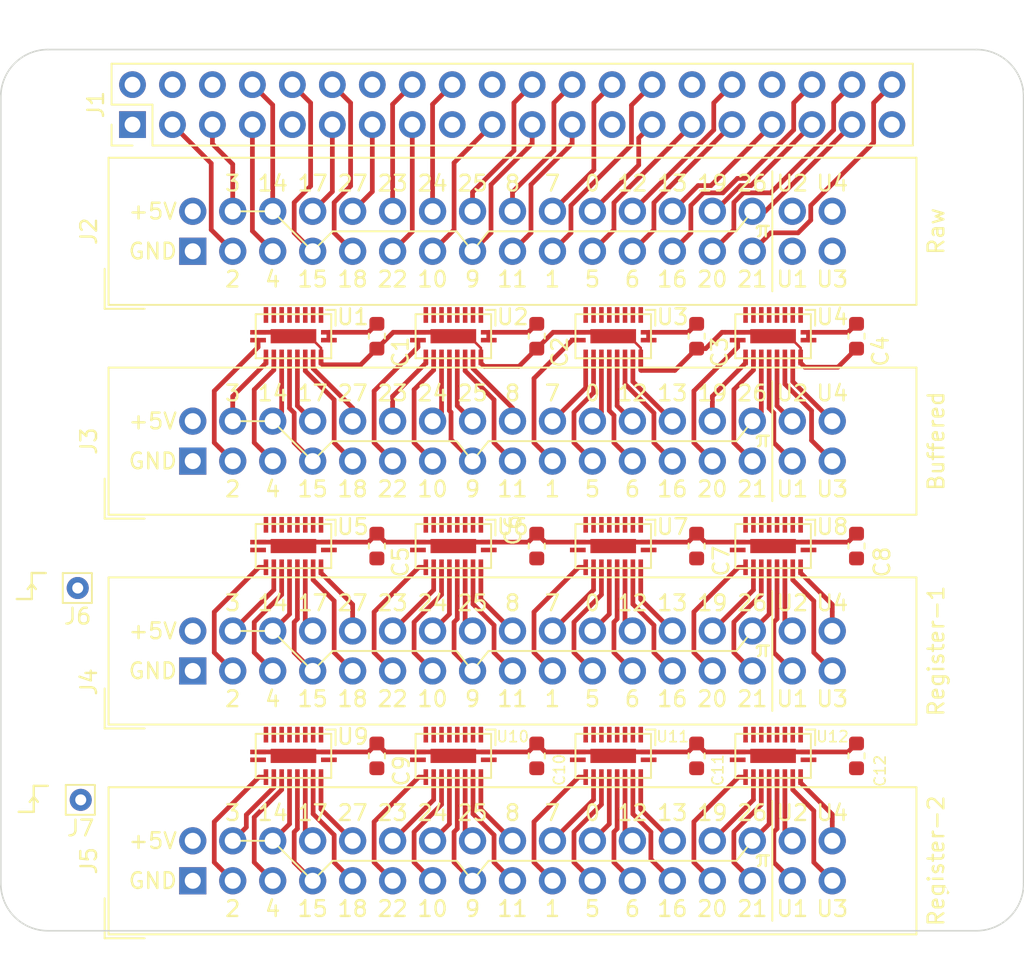
<source format=kicad_pcb>
(kicad_pcb (version 20171130) (host pcbnew "(5.1.2-13-gd94b8b9c0-dirty)")

  (general
    (thickness 1.6)
    (drawings 21)
    (tracks 586)
    (zones 0)
    (modules 35)
    (nets 134)
  )

  (page A3)
  (title_block
    (date "15 nov 2012")
  )

  (layers
    (0 F.Cu signal)
    (31 B.Cu signal)
    (32 B.Adhes user)
    (33 F.Adhes user)
    (34 B.Paste user)
    (35 F.Paste user)
    (36 B.SilkS user)
    (37 F.SilkS user)
    (38 B.Mask user)
    (39 F.Mask user)
    (40 Dwgs.User user)
    (41 Cmts.User user)
    (42 Eco1.User user)
    (43 Eco2.User user)
    (44 Edge.Cuts user)
    (45 Margin user)
    (46 B.CrtYd user)
    (47 F.CrtYd user)
    (48 B.Fab user)
    (49 F.Fab user)
  )

  (setup
    (last_trace_width 0.3)
    (user_trace_width 0.16)
    (user_trace_width 0.2)
    (user_trace_width 0.25)
    (user_trace_width 0.3)
    (user_trace_width 0.4)
    (user_trace_width 0.5)
    (user_trace_width 1)
    (trace_clearance 0.16)
    (zone_clearance 0.508)
    (zone_45_only no)
    (trace_min 0.1524)
    (via_size 0.8)
    (via_drill 0.5)
    (via_min_size 0.7)
    (via_min_drill 0.5)
    (uvia_size 0.5)
    (uvia_drill 0.1)
    (uvias_allowed no)
    (uvia_min_size 0.4)
    (uvia_min_drill 0.1)
    (edge_width 0.1)
    (segment_width 0.1)
    (pcb_text_width 0.15)
    (pcb_text_size 1 1)
    (mod_edge_width 0.15)
    (mod_text_size 1 1)
    (mod_text_width 0.15)
    (pad_size 2.5 2.5)
    (pad_drill 2.5)
    (pad_to_mask_clearance 0)
    (solder_mask_min_width 0.25)
    (aux_axis_origin 200 150)
    (grid_origin 200 150)
    (visible_elements 7FFFFFFF)
    (pcbplotparams
      (layerselection 0x010f0_ffffffff)
      (usegerberextensions true)
      (usegerberattributes false)
      (usegerberadvancedattributes false)
      (creategerberjobfile false)
      (excludeedgelayer true)
      (linewidth 0.150000)
      (plotframeref false)
      (viasonmask false)
      (mode 1)
      (useauxorigin false)
      (hpglpennumber 1)
      (hpglpenspeed 20)
      (hpglpendiameter 15.000000)
      (psnegative false)
      (psa4output false)
      (plotreference true)
      (plotvalue true)
      (plotinvisibletext false)
      (padsonsilk false)
      (subtractmaskfromsilk false)
      (outputformat 1)
      (mirror false)
      (drillshape 0)
      (scaleselection 1)
      (outputdirectory "fab"))
  )

  (net 0 "")
  (net 1 GND)
  (net 2 VCC)
  (net 3 Pin40-GPIO21)
  (net 4 Pin38-GPIO20)
  (net 5 Pin37-GPIO26)
  (net 6 Pin36-GPIO16)
  (net 7 Pin35-GPIO19)
  (net 8 Pin33-GPIO13)
  (net 9 Pin32-GPIO12)
  (net 10 Pin31-GPIO6)
  (net 11 Pin29-GPIO5)
  (net 12 Pin28-GPIO1)
  (net 13 Pin27-GPIO0)
  (net 14 Pin26-GPIO7)
  (net 15 Pin24-GPIO8)
  (net 16 Pin23-GPIO11)
  (net 17 Pin22-GPIO25)
  (net 18 Pin21-GPIO9)
  (net 19 Pin19-GPIO10)
  (net 20 Pin18-GPIO24)
  (net 21 "Net-(J1-Pad17)")
  (net 22 Pin16-GPIO23)
  (net 23 Pin15-GPIO22)
  (net 24 Pin13-GPIO27)
  (net 25 Pin12-GPIO18)
  (net 26 Pin11-GPIO17)
  (net 27 Pin10-GPIO15)
  (net 28 Pin8-GPIO14)
  (net 29 Pin7-GPIO4)
  (net 30 Pin5-GPIO3)
  (net 31 Pin3-GPIO2)
  (net 32 "Net-(J1-Pad1)")
  (net 33 "Net-(J3-Pad34)")
  (net 34 "Net-(J3-Pad33)")
  (net 35 "Net-(J3-Pad32)")
  (net 36 "Net-(J3-Pad31)")
  (net 37 "Net-(J3-Pad30)")
  (net 38 "Net-(J3-Pad29)")
  (net 39 "Net-(J3-Pad28)")
  (net 40 "Net-(J3-Pad27)")
  (net 41 "Net-(J3-Pad26)")
  (net 42 "Net-(J3-Pad25)")
  (net 43 "Net-(J3-Pad24)")
  (net 44 "Net-(J3-Pad23)")
  (net 45 "Net-(J3-Pad22)")
  (net 46 "Net-(J3-Pad21)")
  (net 47 "Net-(J3-Pad20)")
  (net 48 "Net-(J3-Pad19)")
  (net 49 "Net-(J3-Pad18)")
  (net 50 "Net-(J3-Pad17)")
  (net 51 "Net-(J3-Pad16)")
  (net 52 "Net-(J3-Pad15)")
  (net 53 "Net-(J3-Pad14)")
  (net 54 "Net-(J3-Pad13)")
  (net 55 "Net-(J3-Pad12)")
  (net 56 "Net-(J3-Pad11)")
  (net 57 "Net-(J3-Pad10)")
  (net 58 "Net-(J3-Pad9)")
  (net 59 "Net-(J3-Pad8)")
  (net 60 "Net-(J3-Pad7)")
  (net 61 "Net-(J3-Pad6)")
  (net 62 "Net-(J3-Pad5)")
  (net 63 "Net-(J3-Pad4)")
  (net 64 "Net-(J3-Pad3)")
  (net 65 "Net-(J4-Pad34)")
  (net 66 "Net-(J4-Pad33)")
  (net 67 "Net-(J4-Pad32)")
  (net 68 "Net-(J4-Pad31)")
  (net 69 "Net-(J4-Pad30)")
  (net 70 "Net-(J4-Pad29)")
  (net 71 "Net-(J4-Pad28)")
  (net 72 "Net-(J4-Pad27)")
  (net 73 "Net-(J4-Pad26)")
  (net 74 "Net-(J4-Pad25)")
  (net 75 "Net-(J4-Pad24)")
  (net 76 "Net-(J4-Pad23)")
  (net 77 "Net-(J4-Pad22)")
  (net 78 "Net-(J4-Pad21)")
  (net 79 "Net-(J4-Pad20)")
  (net 80 "Net-(J4-Pad19)")
  (net 81 "Net-(J4-Pad18)")
  (net 82 "Net-(J4-Pad17)")
  (net 83 "Net-(J4-Pad16)")
  (net 84 "Net-(J4-Pad15)")
  (net 85 "Net-(J4-Pad14)")
  (net 86 "Net-(J4-Pad13)")
  (net 87 "Net-(J4-Pad12)")
  (net 88 "Net-(J4-Pad11)")
  (net 89 "Net-(J4-Pad10)")
  (net 90 "Net-(J4-Pad9)")
  (net 91 "Net-(J4-Pad8)")
  (net 92 "Net-(J4-Pad7)")
  (net 93 "Net-(J4-Pad6)")
  (net 94 "Net-(J4-Pad5)")
  (net 95 "Net-(J4-Pad4)")
  (net 96 "Net-(J4-Pad3)")
  (net 97 "Net-(J5-Pad34)")
  (net 98 "Net-(J5-Pad33)")
  (net 99 "Net-(J5-Pad32)")
  (net 100 "Net-(J5-Pad31)")
  (net 101 "Net-(J5-Pad30)")
  (net 102 "Net-(J5-Pad29)")
  (net 103 "Net-(J5-Pad28)")
  (net 104 "Net-(J5-Pad27)")
  (net 105 "Net-(J5-Pad26)")
  (net 106 "Net-(J5-Pad25)")
  (net 107 "Net-(J5-Pad24)")
  (net 108 "Net-(J5-Pad23)")
  (net 109 "Net-(J5-Pad22)")
  (net 110 "Net-(J5-Pad21)")
  (net 111 "Net-(J5-Pad20)")
  (net 112 "Net-(J5-Pad19)")
  (net 113 "Net-(J5-Pad18)")
  (net 114 "Net-(J5-Pad17)")
  (net 115 "Net-(J5-Pad16)")
  (net 116 "Net-(J5-Pad15)")
  (net 117 "Net-(J5-Pad14)")
  (net 118 "Net-(J5-Pad13)")
  (net 119 "Net-(J5-Pad12)")
  (net 120 "Net-(J5-Pad11)")
  (net 121 "Net-(J5-Pad10)")
  (net 122 "Net-(J5-Pad9)")
  (net 123 "Net-(J5-Pad8)")
  (net 124 "Net-(J5-Pad7)")
  (net 125 "Net-(J5-Pad6)")
  (net 126 "Net-(J5-Pad5)")
  (net 127 "Net-(J5-Pad4)")
  (net 128 "Net-(J5-Pad3)")
  (net 129 User3)
  (net 130 User2)
  (net 131 User1)
  (net 132 "Net-(J6-Pad1)")
  (net 133 "Net-(J7-Pad1)")

  (net_class Default "This is the default net class."
    (clearance 0.16)
    (trace_width 0.2)
    (via_dia 0.8)
    (via_drill 0.5)
    (uvia_dia 0.5)
    (uvia_drill 0.1)
    (add_net GND)
    (add_net "Net-(J1-Pad1)")
    (add_net "Net-(J1-Pad17)")
    (add_net "Net-(J3-Pad10)")
    (add_net "Net-(J3-Pad11)")
    (add_net "Net-(J3-Pad12)")
    (add_net "Net-(J3-Pad13)")
    (add_net "Net-(J3-Pad14)")
    (add_net "Net-(J3-Pad15)")
    (add_net "Net-(J3-Pad16)")
    (add_net "Net-(J3-Pad17)")
    (add_net "Net-(J3-Pad18)")
    (add_net "Net-(J3-Pad19)")
    (add_net "Net-(J3-Pad20)")
    (add_net "Net-(J3-Pad21)")
    (add_net "Net-(J3-Pad22)")
    (add_net "Net-(J3-Pad23)")
    (add_net "Net-(J3-Pad24)")
    (add_net "Net-(J3-Pad25)")
    (add_net "Net-(J3-Pad26)")
    (add_net "Net-(J3-Pad27)")
    (add_net "Net-(J3-Pad28)")
    (add_net "Net-(J3-Pad29)")
    (add_net "Net-(J3-Pad3)")
    (add_net "Net-(J3-Pad30)")
    (add_net "Net-(J3-Pad31)")
    (add_net "Net-(J3-Pad32)")
    (add_net "Net-(J3-Pad33)")
    (add_net "Net-(J3-Pad34)")
    (add_net "Net-(J3-Pad4)")
    (add_net "Net-(J3-Pad5)")
    (add_net "Net-(J3-Pad6)")
    (add_net "Net-(J3-Pad7)")
    (add_net "Net-(J3-Pad8)")
    (add_net "Net-(J3-Pad9)")
    (add_net "Net-(J4-Pad10)")
    (add_net "Net-(J4-Pad11)")
    (add_net "Net-(J4-Pad12)")
    (add_net "Net-(J4-Pad13)")
    (add_net "Net-(J4-Pad14)")
    (add_net "Net-(J4-Pad15)")
    (add_net "Net-(J4-Pad16)")
    (add_net "Net-(J4-Pad17)")
    (add_net "Net-(J4-Pad18)")
    (add_net "Net-(J4-Pad19)")
    (add_net "Net-(J4-Pad20)")
    (add_net "Net-(J4-Pad21)")
    (add_net "Net-(J4-Pad22)")
    (add_net "Net-(J4-Pad23)")
    (add_net "Net-(J4-Pad24)")
    (add_net "Net-(J4-Pad25)")
    (add_net "Net-(J4-Pad26)")
    (add_net "Net-(J4-Pad27)")
    (add_net "Net-(J4-Pad28)")
    (add_net "Net-(J4-Pad29)")
    (add_net "Net-(J4-Pad3)")
    (add_net "Net-(J4-Pad30)")
    (add_net "Net-(J4-Pad31)")
    (add_net "Net-(J4-Pad32)")
    (add_net "Net-(J4-Pad33)")
    (add_net "Net-(J4-Pad34)")
    (add_net "Net-(J4-Pad4)")
    (add_net "Net-(J4-Pad5)")
    (add_net "Net-(J4-Pad6)")
    (add_net "Net-(J4-Pad7)")
    (add_net "Net-(J4-Pad8)")
    (add_net "Net-(J4-Pad9)")
    (add_net "Net-(J5-Pad10)")
    (add_net "Net-(J5-Pad11)")
    (add_net "Net-(J5-Pad12)")
    (add_net "Net-(J5-Pad13)")
    (add_net "Net-(J5-Pad14)")
    (add_net "Net-(J5-Pad15)")
    (add_net "Net-(J5-Pad16)")
    (add_net "Net-(J5-Pad17)")
    (add_net "Net-(J5-Pad18)")
    (add_net "Net-(J5-Pad19)")
    (add_net "Net-(J5-Pad20)")
    (add_net "Net-(J5-Pad21)")
    (add_net "Net-(J5-Pad22)")
    (add_net "Net-(J5-Pad23)")
    (add_net "Net-(J5-Pad24)")
    (add_net "Net-(J5-Pad25)")
    (add_net "Net-(J5-Pad26)")
    (add_net "Net-(J5-Pad27)")
    (add_net "Net-(J5-Pad28)")
    (add_net "Net-(J5-Pad29)")
    (add_net "Net-(J5-Pad3)")
    (add_net "Net-(J5-Pad30)")
    (add_net "Net-(J5-Pad31)")
    (add_net "Net-(J5-Pad32)")
    (add_net "Net-(J5-Pad33)")
    (add_net "Net-(J5-Pad34)")
    (add_net "Net-(J5-Pad4)")
    (add_net "Net-(J5-Pad5)")
    (add_net "Net-(J5-Pad6)")
    (add_net "Net-(J5-Pad7)")
    (add_net "Net-(J5-Pad8)")
    (add_net "Net-(J5-Pad9)")
    (add_net "Net-(J6-Pad1)")
    (add_net "Net-(J7-Pad1)")
    (add_net Pin10-GPIO15)
    (add_net Pin11-GPIO17)
    (add_net Pin12-GPIO18)
    (add_net Pin13-GPIO27)
    (add_net Pin15-GPIO22)
    (add_net Pin16-GPIO23)
    (add_net Pin18-GPIO24)
    (add_net Pin19-GPIO10)
    (add_net Pin21-GPIO9)
    (add_net Pin22-GPIO25)
    (add_net Pin23-GPIO11)
    (add_net Pin24-GPIO8)
    (add_net Pin26-GPIO7)
    (add_net Pin27-GPIO0)
    (add_net Pin28-GPIO1)
    (add_net Pin29-GPIO5)
    (add_net Pin3-GPIO2)
    (add_net Pin31-GPIO6)
    (add_net Pin32-GPIO12)
    (add_net Pin33-GPIO13)
    (add_net Pin35-GPIO19)
    (add_net Pin36-GPIO16)
    (add_net Pin37-GPIO26)
    (add_net Pin38-GPIO20)
    (add_net Pin40-GPIO21)
    (add_net Pin5-GPIO3)
    (add_net Pin7-GPIO4)
    (add_net Pin8-GPIO14)
    (add_net User1)
    (add_net User2)
    (add_net User3)
    (add_net VCC)
  )

  (net_class Power ""
    (clearance 0.2)
    (trace_width 0.5)
    (via_dia 1)
    (via_drill 0.7)
    (uvia_dia 0.5)
    (uvia_drill 0.1)
  )

  (module pi-gpio-mux:SOT764-1-DHVQFN20 (layer F.Cu) (tedit 5D32AAAC) (tstamp 5D3355AF)
    (at 249.08 138.8875 180)
    (path /5D3E21B5)
    (fp_text reference U12 (at -2.675 1.225) (layer F.SilkS)
      (effects (font (size 0.7 0.7) (thickness 0.1)) (justify left))
    )
    (fp_text value 74AHCT574 (at 0 -0.5 90) (layer F.Fab)
      (effects (font (size 1 1) (thickness 0.15)))
    )
    (fp_line (start -2.675 1.675) (end -2.075 1.675) (layer F.SilkS) (width 0.12))
    (fp_line (start -2.675 0.675) (end -2.675 1.675) (layer F.SilkS) (width 0.12))
    (fp_line (start -2.4 1.4) (end -2.4 -1.4) (layer F.SilkS) (width 0.12))
    (fp_line (start 2.4 1.4) (end -2.4 1.4) (layer F.SilkS) (width 0.12))
    (fp_line (start 2.4 -1.4) (end 2.4 1.4) (layer F.SilkS) (width 0.12))
    (fp_line (start -2.4 -1.4) (end 2.4 -1.4) (layer F.SilkS) (width 0.12))
    (fp_poly (pts (xy 0.9 -0.2) (xy 0.3 -0.2) (xy 0.3 0.2) (xy 0.9 0.2)) (layer F.Paste) (width 0.1))
    (fp_poly (pts (xy -0.9 -0.2) (xy -0.3 -0.2) (xy -0.3 0.2) (xy -0.9 0.2)) (layer F.Paste) (width 0.1))
    (pad 10 smd rect (at 0 0 180) (size 2.9 0.9) (layers F.Cu F.Mask)
      (net 1 GND))
    (pad 20 smd rect (at -2.25 -0.25 180) (size 1 0.29) (layers F.Cu F.Paste F.Mask)
      (net 2 VCC))
    (pad 1 smd rect (at -2.25 0.25 180) (size 1 0.29) (layers F.Cu F.Paste F.Mask)
      (net 1 GND))
    (pad 2 smd rect (at -1.75 1.35 180) (size 0.29 1) (layers F.Cu F.Paste F.Mask)
      (net 129 User3))
    (pad 3 smd rect (at -1.25 1.35 180) (size 0.29 1) (layers F.Cu F.Paste F.Mask)
      (net 129 User3))
    (pad 4 smd rect (at -0.75 1.35 180) (size 0.29 1) (layers F.Cu F.Paste F.Mask)
      (net 130 User2))
    (pad 5 smd rect (at -0.25 1.35 180) (size 0.29 1) (layers F.Cu F.Paste F.Mask)
      (net 131 User1))
    (pad 6 smd rect (at 0.25 1.35 180) (size 0.29 1) (layers F.Cu F.Paste F.Mask)
      (net 5 Pin37-GPIO26))
    (pad 7 smd rect (at 0.75 1.35 180) (size 0.29 1) (layers F.Cu F.Paste F.Mask)
      (net 3 Pin40-GPIO21))
    (pad 8 smd rect (at 1.25 1.35 180) (size 0.29 1) (layers F.Cu F.Paste F.Mask)
      (net 7 Pin35-GPIO19))
    (pad 10 smd rect (at 2.25 0.25 180) (size 1 0.29) (layers F.Cu F.Paste F.Mask)
      (net 1 GND))
    (pad 11 smd rect (at 2.25 -0.25 180) (size 1 0.29) (layers F.Cu F.Paste F.Mask)
      (net 133 "Net-(J7-Pad1)"))
    (pad 9 smd rect (at 1.75 1.35 180) (size 0.29 1) (layers F.Cu F.Paste F.Mask)
      (net 4 Pin38-GPIO20))
    (pad 12 smd rect (at 1.75 -1.35 180) (size 0.29 1) (layers F.Cu F.Paste F.Mask)
      (net 104 "Net-(J5-Pad27)"))
    (pad 13 smd rect (at 1.25 -1.35 180) (size 0.29 1) (layers F.Cu F.Paste F.Mask)
      (net 103 "Net-(J5-Pad28)"))
    (pad 14 smd rect (at 0.75 -1.35 180) (size 0.29 1) (layers F.Cu F.Paste F.Mask)
      (net 102 "Net-(J5-Pad29)"))
    (pad 15 smd rect (at 0.25 -1.35 180) (size 0.29 1) (layers F.Cu F.Paste F.Mask)
      (net 101 "Net-(J5-Pad30)"))
    (pad 16 smd rect (at -0.25 -1.35 180) (size 0.29 1) (layers F.Cu F.Paste F.Mask)
      (net 100 "Net-(J5-Pad31)"))
    (pad 17 smd rect (at -0.75 -1.35 180) (size 0.29 1) (layers F.Cu F.Paste F.Mask)
      (net 99 "Net-(J5-Pad32)"))
    (pad 18 smd rect (at -1.25 -1.35 180) (size 0.29 1) (layers F.Cu F.Paste F.Mask)
      (net 98 "Net-(J5-Pad33)"))
    (pad 19 smd rect (at -1.75 -1.35 180) (size 0.29 1) (layers F.Cu F.Paste F.Mask)
      (net 97 "Net-(J5-Pad34)"))
  )

  (module pi-gpio-mux:SOT764-1-DHVQFN20 (layer F.Cu) (tedit 5D32AAAC) (tstamp 5D33558E)
    (at 238.92 138.8875 180)
    (path /5D3E21AF)
    (fp_text reference U11 (at -2.675 1.225) (layer F.SilkS)
      (effects (font (size 0.7 0.7) (thickness 0.1)) (justify left))
    )
    (fp_text value 74AHCT574 (at 0 -0.5 90) (layer F.Fab)
      (effects (font (size 1 1) (thickness 0.15)))
    )
    (fp_line (start -2.675 1.675) (end -2.075 1.675) (layer F.SilkS) (width 0.12))
    (fp_line (start -2.675 0.675) (end -2.675 1.675) (layer F.SilkS) (width 0.12))
    (fp_line (start -2.4 1.4) (end -2.4 -1.4) (layer F.SilkS) (width 0.12))
    (fp_line (start 2.4 1.4) (end -2.4 1.4) (layer F.SilkS) (width 0.12))
    (fp_line (start 2.4 -1.4) (end 2.4 1.4) (layer F.SilkS) (width 0.12))
    (fp_line (start -2.4 -1.4) (end 2.4 -1.4) (layer F.SilkS) (width 0.12))
    (fp_poly (pts (xy 0.9 -0.2) (xy 0.3 -0.2) (xy 0.3 0.2) (xy 0.9 0.2)) (layer F.Paste) (width 0.1))
    (fp_poly (pts (xy -0.9 -0.2) (xy -0.3 -0.2) (xy -0.3 0.2) (xy -0.9 0.2)) (layer F.Paste) (width 0.1))
    (pad 10 smd rect (at 0 0 180) (size 2.9 0.9) (layers F.Cu F.Mask)
      (net 1 GND))
    (pad 20 smd rect (at -2.25 -0.25 180) (size 1 0.29) (layers F.Cu F.Paste F.Mask)
      (net 2 VCC))
    (pad 1 smd rect (at -2.25 0.25 180) (size 1 0.29) (layers F.Cu F.Paste F.Mask)
      (net 1 GND))
    (pad 2 smd rect (at -1.75 1.35 180) (size 0.29 1) (layers F.Cu F.Paste F.Mask)
      (net 8 Pin33-GPIO13))
    (pad 3 smd rect (at -1.25 1.35 180) (size 0.29 1) (layers F.Cu F.Paste F.Mask)
      (net 6 Pin36-GPIO16))
    (pad 4 smd rect (at -0.75 1.35 180) (size 0.29 1) (layers F.Cu F.Paste F.Mask)
      (net 9 Pin32-GPIO12))
    (pad 5 smd rect (at -0.25 1.35 180) (size 0.29 1) (layers F.Cu F.Paste F.Mask)
      (net 10 Pin31-GPIO6))
    (pad 6 smd rect (at 0.25 1.35 180) (size 0.29 1) (layers F.Cu F.Paste F.Mask)
      (net 13 Pin27-GPIO0))
    (pad 7 smd rect (at 0.75 1.35 180) (size 0.29 1) (layers F.Cu F.Paste F.Mask)
      (net 11 Pin29-GPIO5))
    (pad 8 smd rect (at 1.25 1.35 180) (size 0.29 1) (layers F.Cu F.Paste F.Mask)
      (net 14 Pin26-GPIO7))
    (pad 10 smd rect (at 2.25 0.25 180) (size 1 0.29) (layers F.Cu F.Paste F.Mask)
      (net 1 GND))
    (pad 11 smd rect (at 2.25 -0.25 180) (size 1 0.29) (layers F.Cu F.Paste F.Mask)
      (net 133 "Net-(J7-Pad1)"))
    (pad 9 smd rect (at 1.75 1.35 180) (size 0.29 1) (layers F.Cu F.Paste F.Mask)
      (net 12 Pin28-GPIO1))
    (pad 12 smd rect (at 1.75 -1.35 180) (size 0.29 1) (layers F.Cu F.Paste F.Mask)
      (net 112 "Net-(J5-Pad19)"))
    (pad 13 smd rect (at 1.25 -1.35 180) (size 0.29 1) (layers F.Cu F.Paste F.Mask)
      (net 111 "Net-(J5-Pad20)"))
    (pad 14 smd rect (at 0.75 -1.35 180) (size 0.29 1) (layers F.Cu F.Paste F.Mask)
      (net 110 "Net-(J5-Pad21)"))
    (pad 15 smd rect (at 0.25 -1.35 180) (size 0.29 1) (layers F.Cu F.Paste F.Mask)
      (net 109 "Net-(J5-Pad22)"))
    (pad 16 smd rect (at -0.25 -1.35 180) (size 0.29 1) (layers F.Cu F.Paste F.Mask)
      (net 108 "Net-(J5-Pad23)"))
    (pad 17 smd rect (at -0.75 -1.35 180) (size 0.29 1) (layers F.Cu F.Paste F.Mask)
      (net 107 "Net-(J5-Pad24)"))
    (pad 18 smd rect (at -1.25 -1.35 180) (size 0.29 1) (layers F.Cu F.Paste F.Mask)
      (net 106 "Net-(J5-Pad25)"))
    (pad 19 smd rect (at -1.75 -1.35 180) (size 0.29 1) (layers F.Cu F.Paste F.Mask)
      (net 105 "Net-(J5-Pad26)"))
  )

  (module pi-gpio-mux:SOT764-1-DHVQFN20 (layer F.Cu) (tedit 5D32AAAC) (tstamp 5D33556D)
    (at 228.76 138.8875 180)
    (path /5D3E21A9)
    (fp_text reference U10 (at -2.675 1.225) (layer F.SilkS)
      (effects (font (size 0.7 0.7) (thickness 0.1)) (justify left))
    )
    (fp_text value 74AHCT574 (at 0 -0.5 90) (layer F.Fab)
      (effects (font (size 1 1) (thickness 0.15)))
    )
    (fp_line (start -2.675 1.675) (end -2.075 1.675) (layer F.SilkS) (width 0.12))
    (fp_line (start -2.675 0.675) (end -2.675 1.675) (layer F.SilkS) (width 0.12))
    (fp_line (start -2.4 1.4) (end -2.4 -1.4) (layer F.SilkS) (width 0.12))
    (fp_line (start 2.4 1.4) (end -2.4 1.4) (layer F.SilkS) (width 0.12))
    (fp_line (start 2.4 -1.4) (end 2.4 1.4) (layer F.SilkS) (width 0.12))
    (fp_line (start -2.4 -1.4) (end 2.4 -1.4) (layer F.SilkS) (width 0.12))
    (fp_poly (pts (xy 0.9 -0.2) (xy 0.3 -0.2) (xy 0.3 0.2) (xy 0.9 0.2)) (layer F.Paste) (width 0.1))
    (fp_poly (pts (xy -0.9 -0.2) (xy -0.3 -0.2) (xy -0.3 0.2) (xy -0.9 0.2)) (layer F.Paste) (width 0.1))
    (pad 10 smd rect (at 0 0 180) (size 2.9 0.9) (layers F.Cu F.Mask)
      (net 1 GND))
    (pad 20 smd rect (at -2.25 -0.25 180) (size 1 0.29) (layers F.Cu F.Paste F.Mask)
      (net 2 VCC))
    (pad 1 smd rect (at -2.25 0.25 180) (size 1 0.29) (layers F.Cu F.Paste F.Mask)
      (net 1 GND))
    (pad 2 smd rect (at -1.75 1.35 180) (size 0.29 1) (layers F.Cu F.Paste F.Mask)
      (net 15 Pin24-GPIO8))
    (pad 3 smd rect (at -1.25 1.35 180) (size 0.29 1) (layers F.Cu F.Paste F.Mask)
      (net 16 Pin23-GPIO11))
    (pad 4 smd rect (at -0.75 1.35 180) (size 0.29 1) (layers F.Cu F.Paste F.Mask)
      (net 17 Pin22-GPIO25))
    (pad 5 smd rect (at -0.25 1.35 180) (size 0.29 1) (layers F.Cu F.Paste F.Mask)
      (net 18 Pin21-GPIO9))
    (pad 6 smd rect (at 0.25 1.35 180) (size 0.29 1) (layers F.Cu F.Paste F.Mask)
      (net 20 Pin18-GPIO24))
    (pad 7 smd rect (at 0.75 1.35 180) (size 0.29 1) (layers F.Cu F.Paste F.Mask)
      (net 19 Pin19-GPIO10))
    (pad 8 smd rect (at 1.25 1.35 180) (size 0.29 1) (layers F.Cu F.Paste F.Mask)
      (net 22 Pin16-GPIO23))
    (pad 10 smd rect (at 2.25 0.25 180) (size 1 0.29) (layers F.Cu F.Paste F.Mask)
      (net 1 GND))
    (pad 11 smd rect (at 2.25 -0.25 180) (size 1 0.29) (layers F.Cu F.Paste F.Mask)
      (net 133 "Net-(J7-Pad1)"))
    (pad 9 smd rect (at 1.75 1.35 180) (size 0.29 1) (layers F.Cu F.Paste F.Mask)
      (net 23 Pin15-GPIO22))
    (pad 12 smd rect (at 1.75 -1.35 180) (size 0.29 1) (layers F.Cu F.Paste F.Mask)
      (net 120 "Net-(J5-Pad11)"))
    (pad 13 smd rect (at 1.25 -1.35 180) (size 0.29 1) (layers F.Cu F.Paste F.Mask)
      (net 119 "Net-(J5-Pad12)"))
    (pad 14 smd rect (at 0.75 -1.35 180) (size 0.29 1) (layers F.Cu F.Paste F.Mask)
      (net 118 "Net-(J5-Pad13)"))
    (pad 15 smd rect (at 0.25 -1.35 180) (size 0.29 1) (layers F.Cu F.Paste F.Mask)
      (net 117 "Net-(J5-Pad14)"))
    (pad 16 smd rect (at -0.25 -1.35 180) (size 0.29 1) (layers F.Cu F.Paste F.Mask)
      (net 116 "Net-(J5-Pad15)"))
    (pad 17 smd rect (at -0.75 -1.35 180) (size 0.29 1) (layers F.Cu F.Paste F.Mask)
      (net 115 "Net-(J5-Pad16)"))
    (pad 18 smd rect (at -1.25 -1.35 180) (size 0.29 1) (layers F.Cu F.Paste F.Mask)
      (net 114 "Net-(J5-Pad17)"))
    (pad 19 smd rect (at -1.75 -1.35 180) (size 0.29 1) (layers F.Cu F.Paste F.Mask)
      (net 113 "Net-(J5-Pad18)"))
  )

  (module pi-gpio-mux:SOT764-1-DHVQFN20 (layer F.Cu) (tedit 5D32AAAC) (tstamp 5D33554C)
    (at 218.6 138.8875 180)
    (path /5D3E20F9)
    (fp_text reference U9 (at -2.675 1.225) (layer F.SilkS)
      (effects (font (size 1 1) (thickness 0.15)) (justify left))
    )
    (fp_text value 74AHCT574 (at 0 -0.5 90) (layer F.Fab)
      (effects (font (size 1 1) (thickness 0.15)))
    )
    (fp_line (start -2.675 1.675) (end -2.075 1.675) (layer F.SilkS) (width 0.12))
    (fp_line (start -2.675 0.675) (end -2.675 1.675) (layer F.SilkS) (width 0.12))
    (fp_line (start -2.4 1.4) (end -2.4 -1.4) (layer F.SilkS) (width 0.12))
    (fp_line (start 2.4 1.4) (end -2.4 1.4) (layer F.SilkS) (width 0.12))
    (fp_line (start 2.4 -1.4) (end 2.4 1.4) (layer F.SilkS) (width 0.12))
    (fp_line (start -2.4 -1.4) (end 2.4 -1.4) (layer F.SilkS) (width 0.12))
    (fp_poly (pts (xy 0.9 -0.2) (xy 0.3 -0.2) (xy 0.3 0.2) (xy 0.9 0.2)) (layer F.Paste) (width 0.1))
    (fp_poly (pts (xy -0.9 -0.2) (xy -0.3 -0.2) (xy -0.3 0.2) (xy -0.9 0.2)) (layer F.Paste) (width 0.1))
    (pad 10 smd rect (at 0 0 180) (size 2.9 0.9) (layers F.Cu F.Mask)
      (net 1 GND))
    (pad 20 smd rect (at -2.25 -0.25 180) (size 1 0.29) (layers F.Cu F.Paste F.Mask)
      (net 2 VCC))
    (pad 1 smd rect (at -2.25 0.25 180) (size 1 0.29) (layers F.Cu F.Paste F.Mask)
      (net 1 GND))
    (pad 2 smd rect (at -1.75 1.35 180) (size 0.29 1) (layers F.Cu F.Paste F.Mask)
      (net 24 Pin13-GPIO27))
    (pad 3 smd rect (at -1.25 1.35 180) (size 0.29 1) (layers F.Cu F.Paste F.Mask)
      (net 25 Pin12-GPIO18))
    (pad 4 smd rect (at -0.75 1.35 180) (size 0.29 1) (layers F.Cu F.Paste F.Mask)
      (net 26 Pin11-GPIO17))
    (pad 5 smd rect (at -0.25 1.35 180) (size 0.29 1) (layers F.Cu F.Paste F.Mask)
      (net 27 Pin10-GPIO15))
    (pad 6 smd rect (at 0.25 1.35 180) (size 0.29 1) (layers F.Cu F.Paste F.Mask)
      (net 28 Pin8-GPIO14))
    (pad 7 smd rect (at 0.75 1.35 180) (size 0.29 1) (layers F.Cu F.Paste F.Mask)
      (net 29 Pin7-GPIO4))
    (pad 8 smd rect (at 1.25 1.35 180) (size 0.29 1) (layers F.Cu F.Paste F.Mask)
      (net 30 Pin5-GPIO3))
    (pad 10 smd rect (at 2.25 0.25 180) (size 1 0.29) (layers F.Cu F.Paste F.Mask)
      (net 1 GND))
    (pad 11 smd rect (at 2.25 -0.25 180) (size 1 0.29) (layers F.Cu F.Paste F.Mask)
      (net 133 "Net-(J7-Pad1)"))
    (pad 9 smd rect (at 1.75 1.35 180) (size 0.29 1) (layers F.Cu F.Paste F.Mask)
      (net 31 Pin3-GPIO2))
    (pad 12 smd rect (at 1.75 -1.35 180) (size 0.29 1) (layers F.Cu F.Paste F.Mask)
      (net 128 "Net-(J5-Pad3)"))
    (pad 13 smd rect (at 1.25 -1.35 180) (size 0.29 1) (layers F.Cu F.Paste F.Mask)
      (net 127 "Net-(J5-Pad4)"))
    (pad 14 smd rect (at 0.75 -1.35 180) (size 0.29 1) (layers F.Cu F.Paste F.Mask)
      (net 126 "Net-(J5-Pad5)"))
    (pad 15 smd rect (at 0.25 -1.35 180) (size 0.29 1) (layers F.Cu F.Paste F.Mask)
      (net 125 "Net-(J5-Pad6)"))
    (pad 16 smd rect (at -0.25 -1.35 180) (size 0.29 1) (layers F.Cu F.Paste F.Mask)
      (net 124 "Net-(J5-Pad7)"))
    (pad 17 smd rect (at -0.75 -1.35 180) (size 0.29 1) (layers F.Cu F.Paste F.Mask)
      (net 123 "Net-(J5-Pad8)"))
    (pad 18 smd rect (at -1.25 -1.35 180) (size 0.29 1) (layers F.Cu F.Paste F.Mask)
      (net 122 "Net-(J5-Pad9)"))
    (pad 19 smd rect (at -1.75 -1.35 180) (size 0.29 1) (layers F.Cu F.Paste F.Mask)
      (net 121 "Net-(J5-Pad10)"))
  )

  (module pi-gpio-mux:SOT764-1-DHVQFN20 (layer F.Cu) (tedit 5D32AAAC) (tstamp 5D324979)
    (at 249.08 112.2175 180)
    (path /5D3490D3)
    (fp_text reference U4 (at -2.675 1.225) (layer F.SilkS)
      (effects (font (size 1 1) (thickness 0.15)) (justify left))
    )
    (fp_text value 74AHCT245 (at 0 -0.5 90) (layer F.Fab)
      (effects (font (size 1 1) (thickness 0.15)))
    )
    (fp_line (start -2.675 1.675) (end -2.075 1.675) (layer F.SilkS) (width 0.12))
    (fp_line (start -2.675 0.675) (end -2.675 1.675) (layer F.SilkS) (width 0.12))
    (fp_line (start -2.4 1.4) (end -2.4 -1.4) (layer F.SilkS) (width 0.12))
    (fp_line (start 2.4 1.4) (end -2.4 1.4) (layer F.SilkS) (width 0.12))
    (fp_line (start 2.4 -1.4) (end 2.4 1.4) (layer F.SilkS) (width 0.12))
    (fp_line (start -2.4 -1.4) (end 2.4 -1.4) (layer F.SilkS) (width 0.12))
    (fp_poly (pts (xy 0.9 -0.2) (xy 0.3 -0.2) (xy 0.3 0.2) (xy 0.9 0.2)) (layer F.Paste) (width 0.1))
    (fp_poly (pts (xy -0.9 -0.2) (xy -0.3 -0.2) (xy -0.3 0.2) (xy -0.9 0.2)) (layer F.Paste) (width 0.1))
    (pad 10 smd rect (at 0 0 180) (size 2.9 0.9) (layers F.Cu F.Mask)
      (net 1 GND))
    (pad 20 smd rect (at -2.25 -0.25 180) (size 1 0.29) (layers F.Cu F.Paste F.Mask)
      (net 2 VCC))
    (pad 1 smd rect (at -2.25 0.25 180) (size 1 0.29) (layers F.Cu F.Paste F.Mask)
      (net 2 VCC))
    (pad 2 smd rect (at -1.75 1.35 180) (size 0.29 1) (layers F.Cu F.Paste F.Mask)
      (net 129 User3))
    (pad 3 smd rect (at -1.25 1.35 180) (size 0.29 1) (layers F.Cu F.Paste F.Mask)
      (net 129 User3))
    (pad 4 smd rect (at -0.75 1.35 180) (size 0.29 1) (layers F.Cu F.Paste F.Mask)
      (net 130 User2))
    (pad 5 smd rect (at -0.25 1.35 180) (size 0.29 1) (layers F.Cu F.Paste F.Mask)
      (net 131 User1))
    (pad 6 smd rect (at 0.25 1.35 180) (size 0.29 1) (layers F.Cu F.Paste F.Mask)
      (net 5 Pin37-GPIO26))
    (pad 7 smd rect (at 0.75 1.35 180) (size 0.29 1) (layers F.Cu F.Paste F.Mask)
      (net 3 Pin40-GPIO21))
    (pad 8 smd rect (at 1.25 1.35 180) (size 0.29 1) (layers F.Cu F.Paste F.Mask)
      (net 7 Pin35-GPIO19))
    (pad 10 smd rect (at 2.25 0.25 180) (size 1 0.29) (layers F.Cu F.Paste F.Mask)
      (net 1 GND))
    (pad 11 smd rect (at 2.25 -0.25 180) (size 1 0.29) (layers F.Cu F.Paste F.Mask)
      (net 40 "Net-(J3-Pad27)"))
    (pad 9 smd rect (at 1.75 1.35 180) (size 0.29 1) (layers F.Cu F.Paste F.Mask)
      (net 4 Pin38-GPIO20))
    (pad 12 smd rect (at 1.75 -1.35 180) (size 0.29 1) (layers F.Cu F.Paste F.Mask)
      (net 39 "Net-(J3-Pad28)"))
    (pad 13 smd rect (at 1.25 -1.35 180) (size 0.29 1) (layers F.Cu F.Paste F.Mask)
      (net 38 "Net-(J3-Pad29)"))
    (pad 14 smd rect (at 0.75 -1.35 180) (size 0.29 1) (layers F.Cu F.Paste F.Mask)
      (net 37 "Net-(J3-Pad30)"))
    (pad 15 smd rect (at 0.25 -1.35 180) (size 0.29 1) (layers F.Cu F.Paste F.Mask)
      (net 36 "Net-(J3-Pad31)"))
    (pad 16 smd rect (at -0.25 -1.35 180) (size 0.29 1) (layers F.Cu F.Paste F.Mask)
      (net 35 "Net-(J3-Pad32)"))
    (pad 17 smd rect (at -0.75 -1.35 180) (size 0.29 1) (layers F.Cu F.Paste F.Mask)
      (net 34 "Net-(J3-Pad33)"))
    (pad 18 smd rect (at -1.25 -1.35 180) (size 0.29 1) (layers F.Cu F.Paste F.Mask)
      (net 33 "Net-(J3-Pad34)"))
    (pad 19 smd rect (at -1.75 -1.35 180) (size 0.29 1) (layers F.Cu F.Paste F.Mask)
      (net 1 GND))
  )

  (module pi-gpio-mux:SOT764-1-DHVQFN20 (layer F.Cu) (tedit 5D32AAAC) (tstamp 5D324931)
    (at 238.92 112.2175 180)
    (path /5D34750D)
    (fp_text reference U3 (at -2.675 1.225) (layer F.SilkS)
      (effects (font (size 1 1) (thickness 0.15)) (justify left))
    )
    (fp_text value 74AHCT245 (at 0 -0.5 90) (layer F.Fab)
      (effects (font (size 1 1) (thickness 0.15)))
    )
    (fp_line (start -2.675 1.675) (end -2.075 1.675) (layer F.SilkS) (width 0.12))
    (fp_line (start -2.675 0.675) (end -2.675 1.675) (layer F.SilkS) (width 0.12))
    (fp_line (start -2.4 1.4) (end -2.4 -1.4) (layer F.SilkS) (width 0.12))
    (fp_line (start 2.4 1.4) (end -2.4 1.4) (layer F.SilkS) (width 0.12))
    (fp_line (start 2.4 -1.4) (end 2.4 1.4) (layer F.SilkS) (width 0.12))
    (fp_line (start -2.4 -1.4) (end 2.4 -1.4) (layer F.SilkS) (width 0.12))
    (fp_poly (pts (xy 0.9 -0.2) (xy 0.3 -0.2) (xy 0.3 0.2) (xy 0.9 0.2)) (layer F.Paste) (width 0.1))
    (fp_poly (pts (xy -0.9 -0.2) (xy -0.3 -0.2) (xy -0.3 0.2) (xy -0.9 0.2)) (layer F.Paste) (width 0.1))
    (pad 10 smd rect (at 0 0 180) (size 2.9 0.9) (layers F.Cu F.Mask)
      (net 1 GND))
    (pad 20 smd rect (at -2.25 -0.25 180) (size 1 0.29) (layers F.Cu F.Paste F.Mask)
      (net 2 VCC))
    (pad 1 smd rect (at -2.25 0.25 180) (size 1 0.29) (layers F.Cu F.Paste F.Mask)
      (net 2 VCC))
    (pad 2 smd rect (at -1.75 1.35 180) (size 0.29 1) (layers F.Cu F.Paste F.Mask)
      (net 8 Pin33-GPIO13))
    (pad 3 smd rect (at -1.25 1.35 180) (size 0.29 1) (layers F.Cu F.Paste F.Mask)
      (net 6 Pin36-GPIO16))
    (pad 4 smd rect (at -0.75 1.35 180) (size 0.29 1) (layers F.Cu F.Paste F.Mask)
      (net 9 Pin32-GPIO12))
    (pad 5 smd rect (at -0.25 1.35 180) (size 0.29 1) (layers F.Cu F.Paste F.Mask)
      (net 10 Pin31-GPIO6))
    (pad 6 smd rect (at 0.25 1.35 180) (size 0.29 1) (layers F.Cu F.Paste F.Mask)
      (net 13 Pin27-GPIO0))
    (pad 7 smd rect (at 0.75 1.35 180) (size 0.29 1) (layers F.Cu F.Paste F.Mask)
      (net 11 Pin29-GPIO5))
    (pad 8 smd rect (at 1.25 1.35 180) (size 0.29 1) (layers F.Cu F.Paste F.Mask)
      (net 14 Pin26-GPIO7))
    (pad 10 smd rect (at 2.25 0.25 180) (size 1 0.29) (layers F.Cu F.Paste F.Mask)
      (net 1 GND))
    (pad 11 smd rect (at 2.25 -0.25 180) (size 1 0.29) (layers F.Cu F.Paste F.Mask)
      (net 48 "Net-(J3-Pad19)"))
    (pad 9 smd rect (at 1.75 1.35 180) (size 0.29 1) (layers F.Cu F.Paste F.Mask)
      (net 12 Pin28-GPIO1))
    (pad 12 smd rect (at 1.75 -1.35 180) (size 0.29 1) (layers F.Cu F.Paste F.Mask)
      (net 47 "Net-(J3-Pad20)"))
    (pad 13 smd rect (at 1.25 -1.35 180) (size 0.29 1) (layers F.Cu F.Paste F.Mask)
      (net 46 "Net-(J3-Pad21)"))
    (pad 14 smd rect (at 0.75 -1.35 180) (size 0.29 1) (layers F.Cu F.Paste F.Mask)
      (net 45 "Net-(J3-Pad22)"))
    (pad 15 smd rect (at 0.25 -1.35 180) (size 0.29 1) (layers F.Cu F.Paste F.Mask)
      (net 44 "Net-(J3-Pad23)"))
    (pad 16 smd rect (at -0.25 -1.35 180) (size 0.29 1) (layers F.Cu F.Paste F.Mask)
      (net 43 "Net-(J3-Pad24)"))
    (pad 17 smd rect (at -0.75 -1.35 180) (size 0.29 1) (layers F.Cu F.Paste F.Mask)
      (net 42 "Net-(J3-Pad25)"))
    (pad 18 smd rect (at -1.25 -1.35 180) (size 0.29 1) (layers F.Cu F.Paste F.Mask)
      (net 41 "Net-(J3-Pad26)"))
    (pad 19 smd rect (at -1.75 -1.35 180) (size 0.29 1) (layers F.Cu F.Paste F.Mask)
      (net 1 GND))
  )

  (module pi-gpio-mux:SOT764-1-DHVQFN20 (layer F.Cu) (tedit 5D32AAAC) (tstamp 5D324955)
    (at 228.76 112.2175 180)
    (path /5D345A76)
    (fp_text reference U2 (at -2.675 1.225) (layer F.SilkS)
      (effects (font (size 1 1) (thickness 0.15)) (justify left))
    )
    (fp_text value 74AHCT245 (at 0 -0.5 90) (layer F.Fab)
      (effects (font (size 1 1) (thickness 0.15)))
    )
    (fp_line (start -2.675 1.675) (end -2.075 1.675) (layer F.SilkS) (width 0.12))
    (fp_line (start -2.675 0.675) (end -2.675 1.675) (layer F.SilkS) (width 0.12))
    (fp_line (start -2.4 1.4) (end -2.4 -1.4) (layer F.SilkS) (width 0.12))
    (fp_line (start 2.4 1.4) (end -2.4 1.4) (layer F.SilkS) (width 0.12))
    (fp_line (start 2.4 -1.4) (end 2.4 1.4) (layer F.SilkS) (width 0.12))
    (fp_line (start -2.4 -1.4) (end 2.4 -1.4) (layer F.SilkS) (width 0.12))
    (fp_poly (pts (xy 0.9 -0.2) (xy 0.3 -0.2) (xy 0.3 0.2) (xy 0.9 0.2)) (layer F.Paste) (width 0.1))
    (fp_poly (pts (xy -0.9 -0.2) (xy -0.3 -0.2) (xy -0.3 0.2) (xy -0.9 0.2)) (layer F.Paste) (width 0.1))
    (pad 10 smd rect (at 0 0 180) (size 2.9 0.9) (layers F.Cu F.Mask)
      (net 1 GND))
    (pad 20 smd rect (at -2.25 -0.25 180) (size 1 0.29) (layers F.Cu F.Paste F.Mask)
      (net 2 VCC))
    (pad 1 smd rect (at -2.25 0.25 180) (size 1 0.29) (layers F.Cu F.Paste F.Mask)
      (net 2 VCC))
    (pad 2 smd rect (at -1.75 1.35 180) (size 0.29 1) (layers F.Cu F.Paste F.Mask)
      (net 15 Pin24-GPIO8))
    (pad 3 smd rect (at -1.25 1.35 180) (size 0.29 1) (layers F.Cu F.Paste F.Mask)
      (net 16 Pin23-GPIO11))
    (pad 4 smd rect (at -0.75 1.35 180) (size 0.29 1) (layers F.Cu F.Paste F.Mask)
      (net 17 Pin22-GPIO25))
    (pad 5 smd rect (at -0.25 1.35 180) (size 0.29 1) (layers F.Cu F.Paste F.Mask)
      (net 18 Pin21-GPIO9))
    (pad 6 smd rect (at 0.25 1.35 180) (size 0.29 1) (layers F.Cu F.Paste F.Mask)
      (net 20 Pin18-GPIO24))
    (pad 7 smd rect (at 0.75 1.35 180) (size 0.29 1) (layers F.Cu F.Paste F.Mask)
      (net 19 Pin19-GPIO10))
    (pad 8 smd rect (at 1.25 1.35 180) (size 0.29 1) (layers F.Cu F.Paste F.Mask)
      (net 22 Pin16-GPIO23))
    (pad 10 smd rect (at 2.25 0.25 180) (size 1 0.29) (layers F.Cu F.Paste F.Mask)
      (net 1 GND))
    (pad 11 smd rect (at 2.25 -0.25 180) (size 1 0.29) (layers F.Cu F.Paste F.Mask)
      (net 56 "Net-(J3-Pad11)"))
    (pad 9 smd rect (at 1.75 1.35 180) (size 0.29 1) (layers F.Cu F.Paste F.Mask)
      (net 23 Pin15-GPIO22))
    (pad 12 smd rect (at 1.75 -1.35 180) (size 0.29 1) (layers F.Cu F.Paste F.Mask)
      (net 55 "Net-(J3-Pad12)"))
    (pad 13 smd rect (at 1.25 -1.35 180) (size 0.29 1) (layers F.Cu F.Paste F.Mask)
      (net 54 "Net-(J3-Pad13)"))
    (pad 14 smd rect (at 0.75 -1.35 180) (size 0.29 1) (layers F.Cu F.Paste F.Mask)
      (net 53 "Net-(J3-Pad14)"))
    (pad 15 smd rect (at 0.25 -1.35 180) (size 0.29 1) (layers F.Cu F.Paste F.Mask)
      (net 52 "Net-(J3-Pad15)"))
    (pad 16 smd rect (at -0.25 -1.35 180) (size 0.29 1) (layers F.Cu F.Paste F.Mask)
      (net 51 "Net-(J3-Pad16)"))
    (pad 17 smd rect (at -0.75 -1.35 180) (size 0.29 1) (layers F.Cu F.Paste F.Mask)
      (net 50 "Net-(J3-Pad17)"))
    (pad 18 smd rect (at -1.25 -1.35 180) (size 0.29 1) (layers F.Cu F.Paste F.Mask)
      (net 49 "Net-(J3-Pad18)"))
    (pad 19 smd rect (at -1.75 -1.35 180) (size 0.29 1) (layers F.Cu F.Paste F.Mask)
      (net 1 GND))
  )

  (module pi-gpio-mux:SOT764-1-DHVQFN20 (layer F.Cu) (tedit 5D32AAAC) (tstamp 5D329BF0)
    (at 218.6 112.2175 180)
    (path /5D3261D3)
    (fp_text reference U1 (at -2.675 1.225) (layer F.SilkS)
      (effects (font (size 1 1) (thickness 0.15)) (justify left))
    )
    (fp_text value 74AHCT245 (at 0 -0.5 90) (layer F.Fab)
      (effects (font (size 1 1) (thickness 0.15)))
    )
    (fp_line (start -2.675 1.675) (end -2.075 1.675) (layer F.SilkS) (width 0.12))
    (fp_line (start -2.675 0.675) (end -2.675 1.675) (layer F.SilkS) (width 0.12))
    (fp_line (start -2.4 1.4) (end -2.4 -1.4) (layer F.SilkS) (width 0.12))
    (fp_line (start 2.4 1.4) (end -2.4 1.4) (layer F.SilkS) (width 0.12))
    (fp_line (start 2.4 -1.4) (end 2.4 1.4) (layer F.SilkS) (width 0.12))
    (fp_line (start -2.4 -1.4) (end 2.4 -1.4) (layer F.SilkS) (width 0.12))
    (fp_poly (pts (xy 0.9 -0.2) (xy 0.3 -0.2) (xy 0.3 0.2) (xy 0.9 0.2)) (layer F.Paste) (width 0.1))
    (fp_poly (pts (xy -0.9 -0.2) (xy -0.3 -0.2) (xy -0.3 0.2) (xy -0.9 0.2)) (layer F.Paste) (width 0.1))
    (pad 10 smd rect (at 0 0 180) (size 2.9 0.9) (layers F.Cu F.Mask)
      (net 1 GND))
    (pad 20 smd rect (at -2.25 -0.25 180) (size 1 0.29) (layers F.Cu F.Paste F.Mask)
      (net 2 VCC))
    (pad 1 smd rect (at -2.25 0.25 180) (size 1 0.29) (layers F.Cu F.Paste F.Mask)
      (net 2 VCC))
    (pad 2 smd rect (at -1.75 1.35 180) (size 0.29 1) (layers F.Cu F.Paste F.Mask)
      (net 24 Pin13-GPIO27))
    (pad 3 smd rect (at -1.25 1.35 180) (size 0.29 1) (layers F.Cu F.Paste F.Mask)
      (net 25 Pin12-GPIO18))
    (pad 4 smd rect (at -0.75 1.35 180) (size 0.29 1) (layers F.Cu F.Paste F.Mask)
      (net 26 Pin11-GPIO17))
    (pad 5 smd rect (at -0.25 1.35 180) (size 0.29 1) (layers F.Cu F.Paste F.Mask)
      (net 27 Pin10-GPIO15))
    (pad 6 smd rect (at 0.25 1.35 180) (size 0.29 1) (layers F.Cu F.Paste F.Mask)
      (net 28 Pin8-GPIO14))
    (pad 7 smd rect (at 0.75 1.35 180) (size 0.29 1) (layers F.Cu F.Paste F.Mask)
      (net 29 Pin7-GPIO4))
    (pad 8 smd rect (at 1.25 1.35 180) (size 0.29 1) (layers F.Cu F.Paste F.Mask)
      (net 30 Pin5-GPIO3))
    (pad 10 smd rect (at 2.25 0.25 180) (size 1 0.29) (layers F.Cu F.Paste F.Mask)
      (net 1 GND))
    (pad 11 smd rect (at 2.25 -0.25 180) (size 1 0.29) (layers F.Cu F.Paste F.Mask)
      (net 64 "Net-(J3-Pad3)"))
    (pad 9 smd rect (at 1.75 1.35 180) (size 0.29 1) (layers F.Cu F.Paste F.Mask)
      (net 31 Pin3-GPIO2))
    (pad 12 smd rect (at 1.75 -1.35 180) (size 0.29 1) (layers F.Cu F.Paste F.Mask)
      (net 63 "Net-(J3-Pad4)"))
    (pad 13 smd rect (at 1.25 -1.35 180) (size 0.29 1) (layers F.Cu F.Paste F.Mask)
      (net 62 "Net-(J3-Pad5)"))
    (pad 14 smd rect (at 0.75 -1.35 180) (size 0.29 1) (layers F.Cu F.Paste F.Mask)
      (net 61 "Net-(J3-Pad6)"))
    (pad 15 smd rect (at 0.25 -1.35 180) (size 0.29 1) (layers F.Cu F.Paste F.Mask)
      (net 60 "Net-(J3-Pad7)"))
    (pad 16 smd rect (at -0.25 -1.35 180) (size 0.29 1) (layers F.Cu F.Paste F.Mask)
      (net 59 "Net-(J3-Pad8)"))
    (pad 17 smd rect (at -0.75 -1.35 180) (size 0.29 1) (layers F.Cu F.Paste F.Mask)
      (net 58 "Net-(J3-Pad9)"))
    (pad 18 smd rect (at -1.25 -1.35 180) (size 0.29 1) (layers F.Cu F.Paste F.Mask)
      (net 57 "Net-(J3-Pad10)"))
    (pad 19 smd rect (at -1.75 -1.35 180) (size 0.29 1) (layers F.Cu F.Paste F.Mask)
      (net 1 GND))
  )

  (module pi-gpio-mux:SOT764-1-DHVQFN20 (layer F.Cu) (tedit 5D32AAAC) (tstamp 5D328D19)
    (at 249.08 125.5525 180)
    (path /5D4AC8DA)
    (fp_text reference U8 (at -2.675 1.225) (layer F.SilkS)
      (effects (font (size 1 1) (thickness 0.15)) (justify left))
    )
    (fp_text value 74AHCT574 (at 0 -0.5 90) (layer F.Fab)
      (effects (font (size 1 1) (thickness 0.15)))
    )
    (fp_line (start -2.675 1.675) (end -2.075 1.675) (layer F.SilkS) (width 0.12))
    (fp_line (start -2.675 0.675) (end -2.675 1.675) (layer F.SilkS) (width 0.12))
    (fp_line (start -2.4 1.4) (end -2.4 -1.4) (layer F.SilkS) (width 0.12))
    (fp_line (start 2.4 1.4) (end -2.4 1.4) (layer F.SilkS) (width 0.12))
    (fp_line (start 2.4 -1.4) (end 2.4 1.4) (layer F.SilkS) (width 0.12))
    (fp_line (start -2.4 -1.4) (end 2.4 -1.4) (layer F.SilkS) (width 0.12))
    (fp_poly (pts (xy 0.9 -0.2) (xy 0.3 -0.2) (xy 0.3 0.2) (xy 0.9 0.2)) (layer F.Paste) (width 0.1))
    (fp_poly (pts (xy -0.9 -0.2) (xy -0.3 -0.2) (xy -0.3 0.2) (xy -0.9 0.2)) (layer F.Paste) (width 0.1))
    (pad 10 smd rect (at 0 0 180) (size 2.9 0.9) (layers F.Cu F.Mask)
      (net 1 GND))
    (pad 20 smd rect (at -2.25 -0.25 180) (size 1 0.29) (layers F.Cu F.Paste F.Mask)
      (net 2 VCC))
    (pad 1 smd rect (at -2.25 0.25 180) (size 1 0.29) (layers F.Cu F.Paste F.Mask)
      (net 1 GND))
    (pad 2 smd rect (at -1.75 1.35 180) (size 0.29 1) (layers F.Cu F.Paste F.Mask)
      (net 129 User3))
    (pad 3 smd rect (at -1.25 1.35 180) (size 0.29 1) (layers F.Cu F.Paste F.Mask)
      (net 129 User3))
    (pad 4 smd rect (at -0.75 1.35 180) (size 0.29 1) (layers F.Cu F.Paste F.Mask)
      (net 130 User2))
    (pad 5 smd rect (at -0.25 1.35 180) (size 0.29 1) (layers F.Cu F.Paste F.Mask)
      (net 131 User1))
    (pad 6 smd rect (at 0.25 1.35 180) (size 0.29 1) (layers F.Cu F.Paste F.Mask)
      (net 5 Pin37-GPIO26))
    (pad 7 smd rect (at 0.75 1.35 180) (size 0.29 1) (layers F.Cu F.Paste F.Mask)
      (net 3 Pin40-GPIO21))
    (pad 8 smd rect (at 1.25 1.35 180) (size 0.29 1) (layers F.Cu F.Paste F.Mask)
      (net 7 Pin35-GPIO19))
    (pad 10 smd rect (at 2.25 0.25 180) (size 1 0.29) (layers F.Cu F.Paste F.Mask)
      (net 1 GND))
    (pad 11 smd rect (at 2.25 -0.25 180) (size 1 0.29) (layers F.Cu F.Paste F.Mask)
      (net 132 "Net-(J6-Pad1)"))
    (pad 9 smd rect (at 1.75 1.35 180) (size 0.29 1) (layers F.Cu F.Paste F.Mask)
      (net 4 Pin38-GPIO20))
    (pad 12 smd rect (at 1.75 -1.35 180) (size 0.29 1) (layers F.Cu F.Paste F.Mask)
      (net 72 "Net-(J4-Pad27)"))
    (pad 13 smd rect (at 1.25 -1.35 180) (size 0.29 1) (layers F.Cu F.Paste F.Mask)
      (net 71 "Net-(J4-Pad28)"))
    (pad 14 smd rect (at 0.75 -1.35 180) (size 0.29 1) (layers F.Cu F.Paste F.Mask)
      (net 70 "Net-(J4-Pad29)"))
    (pad 15 smd rect (at 0.25 -1.35 180) (size 0.29 1) (layers F.Cu F.Paste F.Mask)
      (net 69 "Net-(J4-Pad30)"))
    (pad 16 smd rect (at -0.25 -1.35 180) (size 0.29 1) (layers F.Cu F.Paste F.Mask)
      (net 68 "Net-(J4-Pad31)"))
    (pad 17 smd rect (at -0.75 -1.35 180) (size 0.29 1) (layers F.Cu F.Paste F.Mask)
      (net 67 "Net-(J4-Pad32)"))
    (pad 18 smd rect (at -1.25 -1.35 180) (size 0.29 1) (layers F.Cu F.Paste F.Mask)
      (net 66 "Net-(J4-Pad33)"))
    (pad 19 smd rect (at -1.75 -1.35 180) (size 0.29 1) (layers F.Cu F.Paste F.Mask)
      (net 65 "Net-(J4-Pad34)"))
  )

  (module pi-gpio-mux:SOT764-1-DHVQFN20 (layer F.Cu) (tedit 5D32AAAC) (tstamp 5D32982B)
    (at 238.92 125.5525 180)
    (path /5D4AB3EB)
    (fp_text reference U7 (at -2.675 1.225) (layer F.SilkS)
      (effects (font (size 1 1) (thickness 0.15)) (justify left))
    )
    (fp_text value 74AHCT574 (at 0 -0.5 90) (layer F.Fab)
      (effects (font (size 1 1) (thickness 0.15)))
    )
    (fp_line (start -2.675 1.675) (end -2.075 1.675) (layer F.SilkS) (width 0.12))
    (fp_line (start -2.675 0.675) (end -2.675 1.675) (layer F.SilkS) (width 0.12))
    (fp_line (start -2.4 1.4) (end -2.4 -1.4) (layer F.SilkS) (width 0.12))
    (fp_line (start 2.4 1.4) (end -2.4 1.4) (layer F.SilkS) (width 0.12))
    (fp_line (start 2.4 -1.4) (end 2.4 1.4) (layer F.SilkS) (width 0.12))
    (fp_line (start -2.4 -1.4) (end 2.4 -1.4) (layer F.SilkS) (width 0.12))
    (fp_poly (pts (xy 0.9 -0.2) (xy 0.3 -0.2) (xy 0.3 0.2) (xy 0.9 0.2)) (layer F.Paste) (width 0.1))
    (fp_poly (pts (xy -0.9 -0.2) (xy -0.3 -0.2) (xy -0.3 0.2) (xy -0.9 0.2)) (layer F.Paste) (width 0.1))
    (pad 10 smd rect (at 0 0 180) (size 2.9 0.9) (layers F.Cu F.Mask)
      (net 1 GND))
    (pad 20 smd rect (at -2.25 -0.25 180) (size 1 0.29) (layers F.Cu F.Paste F.Mask)
      (net 2 VCC))
    (pad 1 smd rect (at -2.25 0.25 180) (size 1 0.29) (layers F.Cu F.Paste F.Mask)
      (net 1 GND))
    (pad 2 smd rect (at -1.75 1.35 180) (size 0.29 1) (layers F.Cu F.Paste F.Mask)
      (net 8 Pin33-GPIO13))
    (pad 3 smd rect (at -1.25 1.35 180) (size 0.29 1) (layers F.Cu F.Paste F.Mask)
      (net 6 Pin36-GPIO16))
    (pad 4 smd rect (at -0.75 1.35 180) (size 0.29 1) (layers F.Cu F.Paste F.Mask)
      (net 9 Pin32-GPIO12))
    (pad 5 smd rect (at -0.25 1.35 180) (size 0.29 1) (layers F.Cu F.Paste F.Mask)
      (net 10 Pin31-GPIO6))
    (pad 6 smd rect (at 0.25 1.35 180) (size 0.29 1) (layers F.Cu F.Paste F.Mask)
      (net 13 Pin27-GPIO0))
    (pad 7 smd rect (at 0.75 1.35 180) (size 0.29 1) (layers F.Cu F.Paste F.Mask)
      (net 11 Pin29-GPIO5))
    (pad 8 smd rect (at 1.25 1.35 180) (size 0.29 1) (layers F.Cu F.Paste F.Mask)
      (net 14 Pin26-GPIO7))
    (pad 10 smd rect (at 2.25 0.25 180) (size 1 0.29) (layers F.Cu F.Paste F.Mask)
      (net 1 GND))
    (pad 11 smd rect (at 2.25 -0.25 180) (size 1 0.29) (layers F.Cu F.Paste F.Mask)
      (net 132 "Net-(J6-Pad1)"))
    (pad 9 smd rect (at 1.75 1.35 180) (size 0.29 1) (layers F.Cu F.Paste F.Mask)
      (net 12 Pin28-GPIO1))
    (pad 12 smd rect (at 1.75 -1.35 180) (size 0.29 1) (layers F.Cu F.Paste F.Mask)
      (net 80 "Net-(J4-Pad19)"))
    (pad 13 smd rect (at 1.25 -1.35 180) (size 0.29 1) (layers F.Cu F.Paste F.Mask)
      (net 79 "Net-(J4-Pad20)"))
    (pad 14 smd rect (at 0.75 -1.35 180) (size 0.29 1) (layers F.Cu F.Paste F.Mask)
      (net 78 "Net-(J4-Pad21)"))
    (pad 15 smd rect (at 0.25 -1.35 180) (size 0.29 1) (layers F.Cu F.Paste F.Mask)
      (net 77 "Net-(J4-Pad22)"))
    (pad 16 smd rect (at -0.25 -1.35 180) (size 0.29 1) (layers F.Cu F.Paste F.Mask)
      (net 76 "Net-(J4-Pad23)"))
    (pad 17 smd rect (at -0.75 -1.35 180) (size 0.29 1) (layers F.Cu F.Paste F.Mask)
      (net 75 "Net-(J4-Pad24)"))
    (pad 18 smd rect (at -1.25 -1.35 180) (size 0.29 1) (layers F.Cu F.Paste F.Mask)
      (net 74 "Net-(J4-Pad25)"))
    (pad 19 smd rect (at -1.75 -1.35 180) (size 0.29 1) (layers F.Cu F.Paste F.Mask)
      (net 73 "Net-(J4-Pad26)"))
  )

  (module pi-gpio-mux:SOT764-1-DHVQFN20 (layer F.Cu) (tedit 5D32AAAC) (tstamp 5D327FFE)
    (at 218.6 125.5525 180)
    (path /5D490B5C)
    (fp_text reference U5 (at -2.675 1.225) (layer F.SilkS)
      (effects (font (size 1 1) (thickness 0.15)) (justify left))
    )
    (fp_text value 74AHCT574 (at 0 -0.5 90) (layer F.Fab)
      (effects (font (size 1 1) (thickness 0.15)))
    )
    (fp_line (start -2.675 1.675) (end -2.075 1.675) (layer F.SilkS) (width 0.12))
    (fp_line (start -2.675 0.675) (end -2.675 1.675) (layer F.SilkS) (width 0.12))
    (fp_line (start -2.4 1.4) (end -2.4 -1.4) (layer F.SilkS) (width 0.12))
    (fp_line (start 2.4 1.4) (end -2.4 1.4) (layer F.SilkS) (width 0.12))
    (fp_line (start 2.4 -1.4) (end 2.4 1.4) (layer F.SilkS) (width 0.12))
    (fp_line (start -2.4 -1.4) (end 2.4 -1.4) (layer F.SilkS) (width 0.12))
    (fp_poly (pts (xy 0.9 -0.2) (xy 0.3 -0.2) (xy 0.3 0.2) (xy 0.9 0.2)) (layer F.Paste) (width 0.1))
    (fp_poly (pts (xy -0.9 -0.2) (xy -0.3 -0.2) (xy -0.3 0.2) (xy -0.9 0.2)) (layer F.Paste) (width 0.1))
    (pad 10 smd rect (at 0 0 180) (size 2.9 0.9) (layers F.Cu F.Mask)
      (net 1 GND))
    (pad 20 smd rect (at -2.25 -0.25 180) (size 1 0.29) (layers F.Cu F.Paste F.Mask)
      (net 2 VCC))
    (pad 1 smd rect (at -2.25 0.25 180) (size 1 0.29) (layers F.Cu F.Paste F.Mask)
      (net 1 GND))
    (pad 2 smd rect (at -1.75 1.35 180) (size 0.29 1) (layers F.Cu F.Paste F.Mask)
      (net 24 Pin13-GPIO27))
    (pad 3 smd rect (at -1.25 1.35 180) (size 0.29 1) (layers F.Cu F.Paste F.Mask)
      (net 25 Pin12-GPIO18))
    (pad 4 smd rect (at -0.75 1.35 180) (size 0.29 1) (layers F.Cu F.Paste F.Mask)
      (net 26 Pin11-GPIO17))
    (pad 5 smd rect (at -0.25 1.35 180) (size 0.29 1) (layers F.Cu F.Paste F.Mask)
      (net 27 Pin10-GPIO15))
    (pad 6 smd rect (at 0.25 1.35 180) (size 0.29 1) (layers F.Cu F.Paste F.Mask)
      (net 28 Pin8-GPIO14))
    (pad 7 smd rect (at 0.75 1.35 180) (size 0.29 1) (layers F.Cu F.Paste F.Mask)
      (net 29 Pin7-GPIO4))
    (pad 8 smd rect (at 1.25 1.35 180) (size 0.29 1) (layers F.Cu F.Paste F.Mask)
      (net 30 Pin5-GPIO3))
    (pad 10 smd rect (at 2.25 0.25 180) (size 1 0.29) (layers F.Cu F.Paste F.Mask)
      (net 1 GND))
    (pad 11 smd rect (at 2.25 -0.25 180) (size 1 0.29) (layers F.Cu F.Paste F.Mask)
      (net 132 "Net-(J6-Pad1)"))
    (pad 9 smd rect (at 1.75 1.35 180) (size 0.29 1) (layers F.Cu F.Paste F.Mask)
      (net 31 Pin3-GPIO2))
    (pad 12 smd rect (at 1.75 -1.35 180) (size 0.29 1) (layers F.Cu F.Paste F.Mask)
      (net 96 "Net-(J4-Pad3)"))
    (pad 13 smd rect (at 1.25 -1.35 180) (size 0.29 1) (layers F.Cu F.Paste F.Mask)
      (net 95 "Net-(J4-Pad4)"))
    (pad 14 smd rect (at 0.75 -1.35 180) (size 0.29 1) (layers F.Cu F.Paste F.Mask)
      (net 94 "Net-(J4-Pad5)"))
    (pad 15 smd rect (at 0.25 -1.35 180) (size 0.29 1) (layers F.Cu F.Paste F.Mask)
      (net 93 "Net-(J4-Pad6)"))
    (pad 16 smd rect (at -0.25 -1.35 180) (size 0.29 1) (layers F.Cu F.Paste F.Mask)
      (net 92 "Net-(J4-Pad7)"))
    (pad 17 smd rect (at -0.75 -1.35 180) (size 0.29 1) (layers F.Cu F.Paste F.Mask)
      (net 91 "Net-(J4-Pad8)"))
    (pad 18 smd rect (at -1.25 -1.35 180) (size 0.29 1) (layers F.Cu F.Paste F.Mask)
      (net 90 "Net-(J4-Pad9)"))
    (pad 19 smd rect (at -1.75 -1.35 180) (size 0.29 1) (layers F.Cu F.Paste F.Mask)
      (net 89 "Net-(J4-Pad10)"))
  )

  (module pi-gpio-mux:SOT764-1-DHVQFN20 (layer F.Cu) (tedit 5D32AAAC) (tstamp 5D328D79)
    (at 228.76 125.5525 180)
    (path /5D4A9BC2)
    (fp_text reference U6 (at -2.675 1.225) (layer F.SilkS)
      (effects (font (size 1 1) (thickness 0.15)) (justify left))
    )
    (fp_text value 74AHCT574 (at 0 -0.5 90) (layer F.Fab)
      (effects (font (size 1 1) (thickness 0.15)))
    )
    (fp_line (start -2.675 1.675) (end -2.075 1.675) (layer F.SilkS) (width 0.12))
    (fp_line (start -2.675 0.675) (end -2.675 1.675) (layer F.SilkS) (width 0.12))
    (fp_line (start -2.4 1.4) (end -2.4 -1.4) (layer F.SilkS) (width 0.12))
    (fp_line (start 2.4 1.4) (end -2.4 1.4) (layer F.SilkS) (width 0.12))
    (fp_line (start 2.4 -1.4) (end 2.4 1.4) (layer F.SilkS) (width 0.12))
    (fp_line (start -2.4 -1.4) (end 2.4 -1.4) (layer F.SilkS) (width 0.12))
    (fp_poly (pts (xy 0.9 -0.2) (xy 0.3 -0.2) (xy 0.3 0.2) (xy 0.9 0.2)) (layer F.Paste) (width 0.1))
    (fp_poly (pts (xy -0.9 -0.2) (xy -0.3 -0.2) (xy -0.3 0.2) (xy -0.9 0.2)) (layer F.Paste) (width 0.1))
    (pad 10 smd rect (at 0 0 180) (size 2.9 0.9) (layers F.Cu F.Mask)
      (net 1 GND))
    (pad 20 smd rect (at -2.25 -0.25 180) (size 1 0.29) (layers F.Cu F.Paste F.Mask)
      (net 2 VCC))
    (pad 1 smd rect (at -2.25 0.25 180) (size 1 0.29) (layers F.Cu F.Paste F.Mask)
      (net 1 GND))
    (pad 2 smd rect (at -1.75 1.35 180) (size 0.29 1) (layers F.Cu F.Paste F.Mask)
      (net 15 Pin24-GPIO8))
    (pad 3 smd rect (at -1.25 1.35 180) (size 0.29 1) (layers F.Cu F.Paste F.Mask)
      (net 16 Pin23-GPIO11))
    (pad 4 smd rect (at -0.75 1.35 180) (size 0.29 1) (layers F.Cu F.Paste F.Mask)
      (net 17 Pin22-GPIO25))
    (pad 5 smd rect (at -0.25 1.35 180) (size 0.29 1) (layers F.Cu F.Paste F.Mask)
      (net 18 Pin21-GPIO9))
    (pad 6 smd rect (at 0.25 1.35 180) (size 0.29 1) (layers F.Cu F.Paste F.Mask)
      (net 20 Pin18-GPIO24))
    (pad 7 smd rect (at 0.75 1.35 180) (size 0.29 1) (layers F.Cu F.Paste F.Mask)
      (net 19 Pin19-GPIO10))
    (pad 8 smd rect (at 1.25 1.35 180) (size 0.29 1) (layers F.Cu F.Paste F.Mask)
      (net 22 Pin16-GPIO23))
    (pad 10 smd rect (at 2.25 0.25 180) (size 1 0.29) (layers F.Cu F.Paste F.Mask)
      (net 1 GND))
    (pad 11 smd rect (at 2.25 -0.25 180) (size 1 0.29) (layers F.Cu F.Paste F.Mask)
      (net 132 "Net-(J6-Pad1)"))
    (pad 9 smd rect (at 1.75 1.35 180) (size 0.29 1) (layers F.Cu F.Paste F.Mask)
      (net 23 Pin15-GPIO22))
    (pad 12 smd rect (at 1.75 -1.35 180) (size 0.29 1) (layers F.Cu F.Paste F.Mask)
      (net 88 "Net-(J4-Pad11)"))
    (pad 13 smd rect (at 1.25 -1.35 180) (size 0.29 1) (layers F.Cu F.Paste F.Mask)
      (net 87 "Net-(J4-Pad12)"))
    (pad 14 smd rect (at 0.75 -1.35 180) (size 0.29 1) (layers F.Cu F.Paste F.Mask)
      (net 86 "Net-(J4-Pad13)"))
    (pad 15 smd rect (at 0.25 -1.35 180) (size 0.29 1) (layers F.Cu F.Paste F.Mask)
      (net 85 "Net-(J4-Pad14)"))
    (pad 16 smd rect (at -0.25 -1.35 180) (size 0.29 1) (layers F.Cu F.Paste F.Mask)
      (net 84 "Net-(J4-Pad15)"))
    (pad 17 smd rect (at -0.75 -1.35 180) (size 0.29 1) (layers F.Cu F.Paste F.Mask)
      (net 83 "Net-(J4-Pad16)"))
    (pad 18 smd rect (at -1.25 -1.35 180) (size 0.29 1) (layers F.Cu F.Paste F.Mask)
      (net 82 "Net-(J4-Pad17)"))
    (pad 19 smd rect (at -1.75 -1.35 180) (size 0.29 1) (layers F.Cu F.Paste F.Mask)
      (net 81 "Net-(J4-Pad18)"))
  )

  (module Capacitor_SMD:C_0603_1608Metric (layer F.Cu) (tedit 5B301BBE) (tstamp 5D33718C)
    (at 254.38 138.8875 90)
    (descr "Capacitor SMD 0603 (1608 Metric), square (rectangular) end terminal, IPC_7351 nominal, (Body size source: http://www.tortai-tech.com/upload/download/2011102023233369053.pdf), generated with kicad-footprint-generator")
    (tags capacitor)
    (path /5D4ED0E4)
    (attr smd)
    (fp_text reference C12 (at -0.9525 1.5 90) (layer F.SilkS)
      (effects (font (size 0.7 0.7) (thickness 0.1)))
    )
    (fp_text value 100n (at 0 1.43 90) (layer F.Fab)
      (effects (font (size 1 1) (thickness 0.15)))
    )
    (fp_text user %R (at 0 0 90) (layer F.Fab)
      (effects (font (size 0.4 0.4) (thickness 0.06)))
    )
    (fp_line (start 1.48 0.73) (end -1.48 0.73) (layer F.CrtYd) (width 0.05))
    (fp_line (start 1.48 -0.73) (end 1.48 0.73) (layer F.CrtYd) (width 0.05))
    (fp_line (start -1.48 -0.73) (end 1.48 -0.73) (layer F.CrtYd) (width 0.05))
    (fp_line (start -1.48 0.73) (end -1.48 -0.73) (layer F.CrtYd) (width 0.05))
    (fp_line (start -0.162779 0.51) (end 0.162779 0.51) (layer F.SilkS) (width 0.12))
    (fp_line (start -0.162779 -0.51) (end 0.162779 -0.51) (layer F.SilkS) (width 0.12))
    (fp_line (start 0.8 0.4) (end -0.8 0.4) (layer F.Fab) (width 0.1))
    (fp_line (start 0.8 -0.4) (end 0.8 0.4) (layer F.Fab) (width 0.1))
    (fp_line (start -0.8 -0.4) (end 0.8 -0.4) (layer F.Fab) (width 0.1))
    (fp_line (start -0.8 0.4) (end -0.8 -0.4) (layer F.Fab) (width 0.1))
    (pad 2 smd roundrect (at 0.7875 0 90) (size 0.875 0.95) (layers F.Cu F.Paste F.Mask) (roundrect_rratio 0.25)
      (net 1 GND))
    (pad 1 smd roundrect (at -0.7875 0 90) (size 0.875 0.95) (layers F.Cu F.Paste F.Mask) (roundrect_rratio 0.25)
      (net 2 VCC))
    (model ${KISYS3DMOD}/Capacitor_SMD.3dshapes/C_0603_1608Metric.wrl
      (at (xyz 0 0 0))
      (scale (xyz 1 1 1))
      (rotate (xyz 0 0 0))
    )
  )

  (module Capacitor_SMD:C_0603_1608Metric (layer F.Cu) (tedit 5B301BBE) (tstamp 5D33717B)
    (at 244.22 138.8875 90)
    (descr "Capacitor SMD 0603 (1608 Metric), square (rectangular) end terminal, IPC_7351 nominal, (Body size source: http://www.tortai-tech.com/upload/download/2011102023233369053.pdf), generated with kicad-footprint-generator")
    (tags capacitor)
    (path /5D4ED0D4)
    (attr smd)
    (fp_text reference C11 (at -0.9017 1.3476 90) (layer F.SilkS)
      (effects (font (size 0.7 0.7) (thickness 0.1)))
    )
    (fp_text value 100n (at 0 1.43 90) (layer F.Fab)
      (effects (font (size 1 1) (thickness 0.15)))
    )
    (fp_text user %R (at 0 0 90) (layer F.Fab)
      (effects (font (size 0.4 0.4) (thickness 0.06)))
    )
    (fp_line (start 1.48 0.73) (end -1.48 0.73) (layer F.CrtYd) (width 0.05))
    (fp_line (start 1.48 -0.73) (end 1.48 0.73) (layer F.CrtYd) (width 0.05))
    (fp_line (start -1.48 -0.73) (end 1.48 -0.73) (layer F.CrtYd) (width 0.05))
    (fp_line (start -1.48 0.73) (end -1.48 -0.73) (layer F.CrtYd) (width 0.05))
    (fp_line (start -0.162779 0.51) (end 0.162779 0.51) (layer F.SilkS) (width 0.12))
    (fp_line (start -0.162779 -0.51) (end 0.162779 -0.51) (layer F.SilkS) (width 0.12))
    (fp_line (start 0.8 0.4) (end -0.8 0.4) (layer F.Fab) (width 0.1))
    (fp_line (start 0.8 -0.4) (end 0.8 0.4) (layer F.Fab) (width 0.1))
    (fp_line (start -0.8 -0.4) (end 0.8 -0.4) (layer F.Fab) (width 0.1))
    (fp_line (start -0.8 0.4) (end -0.8 -0.4) (layer F.Fab) (width 0.1))
    (pad 2 smd roundrect (at 0.7875 0 90) (size 0.875 0.95) (layers F.Cu F.Paste F.Mask) (roundrect_rratio 0.25)
      (net 1 GND))
    (pad 1 smd roundrect (at -0.7875 0 90) (size 0.875 0.95) (layers F.Cu F.Paste F.Mask) (roundrect_rratio 0.25)
      (net 2 VCC))
    (model ${KISYS3DMOD}/Capacitor_SMD.3dshapes/C_0603_1608Metric.wrl
      (at (xyz 0 0 0))
      (scale (xyz 1 1 1))
      (rotate (xyz 0 0 0))
    )
  )

  (module Capacitor_SMD:C_0603_1608Metric (layer F.Cu) (tedit 5B301BBE) (tstamp 5D339100)
    (at 234.06 138.8875 90)
    (descr "Capacitor SMD 0603 (1608 Metric), square (rectangular) end terminal, IPC_7351 nominal, (Body size source: http://www.tortai-tech.com/upload/download/2011102023233369053.pdf), generated with kicad-footprint-generator")
    (tags capacitor)
    (path /5D4ED0DE)
    (attr smd)
    (fp_text reference C10 (at -0.889 1.4365 90) (layer F.SilkS)
      (effects (font (size 0.7 0.7) (thickness 0.1)))
    )
    (fp_text value 100n (at 0 1.43 90) (layer F.Fab)
      (effects (font (size 1 1) (thickness 0.15)))
    )
    (fp_text user %R (at 0 0 90) (layer F.Fab)
      (effects (font (size 0.4 0.4) (thickness 0.06)))
    )
    (fp_line (start 1.48 0.73) (end -1.48 0.73) (layer F.CrtYd) (width 0.05))
    (fp_line (start 1.48 -0.73) (end 1.48 0.73) (layer F.CrtYd) (width 0.05))
    (fp_line (start -1.48 -0.73) (end 1.48 -0.73) (layer F.CrtYd) (width 0.05))
    (fp_line (start -1.48 0.73) (end -1.48 -0.73) (layer F.CrtYd) (width 0.05))
    (fp_line (start -0.162779 0.51) (end 0.162779 0.51) (layer F.SilkS) (width 0.12))
    (fp_line (start -0.162779 -0.51) (end 0.162779 -0.51) (layer F.SilkS) (width 0.12))
    (fp_line (start 0.8 0.4) (end -0.8 0.4) (layer F.Fab) (width 0.1))
    (fp_line (start 0.8 -0.4) (end 0.8 0.4) (layer F.Fab) (width 0.1))
    (fp_line (start -0.8 -0.4) (end 0.8 -0.4) (layer F.Fab) (width 0.1))
    (fp_line (start -0.8 0.4) (end -0.8 -0.4) (layer F.Fab) (width 0.1))
    (pad 2 smd roundrect (at 0.7875 0 90) (size 0.875 0.95) (layers F.Cu F.Paste F.Mask) (roundrect_rratio 0.25)
      (net 1 GND))
    (pad 1 smd roundrect (at -0.7875 0 90) (size 0.875 0.95) (layers F.Cu F.Paste F.Mask) (roundrect_rratio 0.25)
      (net 2 VCC))
    (model ${KISYS3DMOD}/Capacitor_SMD.3dshapes/C_0603_1608Metric.wrl
      (at (xyz 0 0 0))
      (scale (xyz 1 1 1))
      (rotate (xyz 0 0 0))
    )
  )

  (module Capacitor_SMD:C_0603_1608Metric (layer F.Cu) (tedit 5B301BBE) (tstamp 5D339D4F)
    (at 223.9 138.8875 90)
    (descr "Capacitor SMD 0603 (1608 Metric), square (rectangular) end terminal, IPC_7351 nominal, (Body size source: http://www.tortai-tech.com/upload/download/2011102023233369053.pdf), generated with kicad-footprint-generator")
    (tags capacitor)
    (path /5D4ED0FC)
    (attr smd)
    (fp_text reference C9 (at -0.9525 1.5635 90) (layer F.SilkS)
      (effects (font (size 1 1) (thickness 0.15)))
    )
    (fp_text value 100n (at 0 1.43 90) (layer F.Fab)
      (effects (font (size 1 1) (thickness 0.15)))
    )
    (fp_text user %R (at 0 0 90) (layer F.Fab)
      (effects (font (size 0.4 0.4) (thickness 0.06)))
    )
    (fp_line (start 1.48 0.73) (end -1.48 0.73) (layer F.CrtYd) (width 0.05))
    (fp_line (start 1.48 -0.73) (end 1.48 0.73) (layer F.CrtYd) (width 0.05))
    (fp_line (start -1.48 -0.73) (end 1.48 -0.73) (layer F.CrtYd) (width 0.05))
    (fp_line (start -1.48 0.73) (end -1.48 -0.73) (layer F.CrtYd) (width 0.05))
    (fp_line (start -0.162779 0.51) (end 0.162779 0.51) (layer F.SilkS) (width 0.12))
    (fp_line (start -0.162779 -0.51) (end 0.162779 -0.51) (layer F.SilkS) (width 0.12))
    (fp_line (start 0.8 0.4) (end -0.8 0.4) (layer F.Fab) (width 0.1))
    (fp_line (start 0.8 -0.4) (end 0.8 0.4) (layer F.Fab) (width 0.1))
    (fp_line (start -0.8 -0.4) (end 0.8 -0.4) (layer F.Fab) (width 0.1))
    (fp_line (start -0.8 0.4) (end -0.8 -0.4) (layer F.Fab) (width 0.1))
    (pad 2 smd roundrect (at 0.7875 0 90) (size 0.875 0.95) (layers F.Cu F.Paste F.Mask) (roundrect_rratio 0.25)
      (net 1 GND))
    (pad 1 smd roundrect (at -0.7875 0 90) (size 0.875 0.95) (layers F.Cu F.Paste F.Mask) (roundrect_rratio 0.25)
      (net 2 VCC))
    (model ${KISYS3DMOD}/Capacitor_SMD.3dshapes/C_0603_1608Metric.wrl
      (at (xyz 0 0 0))
      (scale (xyz 1 1 1))
      (rotate (xyz 0 0 0))
    )
  )

  (module Capacitor_SMD:C_0603_1608Metric (layer F.Cu) (tedit 5B301BBE) (tstamp 5D337148)
    (at 254.38 125.5525 90)
    (descr "Capacitor SMD 0603 (1608 Metric), square (rectangular) end terminal, IPC_7351 nominal, (Body size source: http://www.tortai-tech.com/upload/download/2011102023233369053.pdf), generated with kicad-footprint-generator")
    (tags capacitor)
    (path /5D4D4F34)
    (attr smd)
    (fp_text reference C8 (at -1.016 1.627 90) (layer F.SilkS)
      (effects (font (size 1 1) (thickness 0.15)))
    )
    (fp_text value 100n (at 0 1.43 90) (layer F.Fab)
      (effects (font (size 1 1) (thickness 0.15)))
    )
    (fp_text user %R (at 0 0 90) (layer F.Fab)
      (effects (font (size 0.4 0.4) (thickness 0.06)))
    )
    (fp_line (start 1.48 0.73) (end -1.48 0.73) (layer F.CrtYd) (width 0.05))
    (fp_line (start 1.48 -0.73) (end 1.48 0.73) (layer F.CrtYd) (width 0.05))
    (fp_line (start -1.48 -0.73) (end 1.48 -0.73) (layer F.CrtYd) (width 0.05))
    (fp_line (start -1.48 0.73) (end -1.48 -0.73) (layer F.CrtYd) (width 0.05))
    (fp_line (start -0.162779 0.51) (end 0.162779 0.51) (layer F.SilkS) (width 0.12))
    (fp_line (start -0.162779 -0.51) (end 0.162779 -0.51) (layer F.SilkS) (width 0.12))
    (fp_line (start 0.8 0.4) (end -0.8 0.4) (layer F.Fab) (width 0.1))
    (fp_line (start 0.8 -0.4) (end 0.8 0.4) (layer F.Fab) (width 0.1))
    (fp_line (start -0.8 -0.4) (end 0.8 -0.4) (layer F.Fab) (width 0.1))
    (fp_line (start -0.8 0.4) (end -0.8 -0.4) (layer F.Fab) (width 0.1))
    (pad 2 smd roundrect (at 0.7875 0 90) (size 0.875 0.95) (layers F.Cu F.Paste F.Mask) (roundrect_rratio 0.25)
      (net 1 GND))
    (pad 1 smd roundrect (at -0.7875 0 90) (size 0.875 0.95) (layers F.Cu F.Paste F.Mask) (roundrect_rratio 0.25)
      (net 2 VCC))
    (model ${KISYS3DMOD}/Capacitor_SMD.3dshapes/C_0603_1608Metric.wrl
      (at (xyz 0 0 0))
      (scale (xyz 1 1 1))
      (rotate (xyz 0 0 0))
    )
  )

  (module Capacitor_SMD:C_0603_1608Metric (layer F.Cu) (tedit 5B301BBE) (tstamp 5D337137)
    (at 244.22 125.5525 90)
    (descr "Capacitor SMD 0603 (1608 Metric), square (rectangular) end terminal, IPC_7351 nominal, (Body size source: http://www.tortai-tech.com/upload/download/2011102023233369053.pdf), generated with kicad-footprint-generator")
    (tags capacitor)
    (path /5D4D4F24)
    (attr smd)
    (fp_text reference C7 (at -0.9525 1.5635 90) (layer F.SilkS)
      (effects (font (size 1 1) (thickness 0.15)))
    )
    (fp_text value 100n (at 0 1.43 90) (layer F.Fab)
      (effects (font (size 1 1) (thickness 0.15)))
    )
    (fp_text user %R (at 0 0 90) (layer F.Fab)
      (effects (font (size 0.4 0.4) (thickness 0.06)))
    )
    (fp_line (start 1.48 0.73) (end -1.48 0.73) (layer F.CrtYd) (width 0.05))
    (fp_line (start 1.48 -0.73) (end 1.48 0.73) (layer F.CrtYd) (width 0.05))
    (fp_line (start -1.48 -0.73) (end 1.48 -0.73) (layer F.CrtYd) (width 0.05))
    (fp_line (start -1.48 0.73) (end -1.48 -0.73) (layer F.CrtYd) (width 0.05))
    (fp_line (start -0.162779 0.51) (end 0.162779 0.51) (layer F.SilkS) (width 0.12))
    (fp_line (start -0.162779 -0.51) (end 0.162779 -0.51) (layer F.SilkS) (width 0.12))
    (fp_line (start 0.8 0.4) (end -0.8 0.4) (layer F.Fab) (width 0.1))
    (fp_line (start 0.8 -0.4) (end 0.8 0.4) (layer F.Fab) (width 0.1))
    (fp_line (start -0.8 -0.4) (end 0.8 -0.4) (layer F.Fab) (width 0.1))
    (fp_line (start -0.8 0.4) (end -0.8 -0.4) (layer F.Fab) (width 0.1))
    (pad 2 smd roundrect (at 0.7875 0 90) (size 0.875 0.95) (layers F.Cu F.Paste F.Mask) (roundrect_rratio 0.25)
      (net 1 GND))
    (pad 1 smd roundrect (at -0.7875 0 90) (size 0.875 0.95) (layers F.Cu F.Paste F.Mask) (roundrect_rratio 0.25)
      (net 2 VCC))
    (model ${KISYS3DMOD}/Capacitor_SMD.3dshapes/C_0603_1608Metric.wrl
      (at (xyz 0 0 0))
      (scale (xyz 1 1 1))
      (rotate (xyz 0 0 0))
    )
  )

  (module Capacitor_SMD:C_0603_1608Metric (layer F.Cu) (tedit 5B301BBE) (tstamp 5D337126)
    (at 234.06 125.5525 90)
    (descr "Capacitor SMD 0603 (1608 Metric), square (rectangular) end terminal, IPC_7351 nominal, (Body size source: http://www.tortai-tech.com/upload/download/2011102023233369053.pdf), generated with kicad-footprint-generator")
    (tags capacitor)
    (path /5D4D4F2E)
    (attr smd)
    (fp_text reference C6 (at 1.016 -1.5 90) (layer F.SilkS)
      (effects (font (size 1 1) (thickness 0.15)))
    )
    (fp_text value 100n (at 0 1.43 90) (layer F.Fab)
      (effects (font (size 1 1) (thickness 0.15)))
    )
    (fp_text user %R (at 0 0 90) (layer F.Fab)
      (effects (font (size 0.4 0.4) (thickness 0.06)))
    )
    (fp_line (start 1.48 0.73) (end -1.48 0.73) (layer F.CrtYd) (width 0.05))
    (fp_line (start 1.48 -0.73) (end 1.48 0.73) (layer F.CrtYd) (width 0.05))
    (fp_line (start -1.48 -0.73) (end 1.48 -0.73) (layer F.CrtYd) (width 0.05))
    (fp_line (start -1.48 0.73) (end -1.48 -0.73) (layer F.CrtYd) (width 0.05))
    (fp_line (start -0.162779 0.51) (end 0.162779 0.51) (layer F.SilkS) (width 0.12))
    (fp_line (start -0.162779 -0.51) (end 0.162779 -0.51) (layer F.SilkS) (width 0.12))
    (fp_line (start 0.8 0.4) (end -0.8 0.4) (layer F.Fab) (width 0.1))
    (fp_line (start 0.8 -0.4) (end 0.8 0.4) (layer F.Fab) (width 0.1))
    (fp_line (start -0.8 -0.4) (end 0.8 -0.4) (layer F.Fab) (width 0.1))
    (fp_line (start -0.8 0.4) (end -0.8 -0.4) (layer F.Fab) (width 0.1))
    (pad 2 smd roundrect (at 0.7875 0 90) (size 0.875 0.95) (layers F.Cu F.Paste F.Mask) (roundrect_rratio 0.25)
      (net 1 GND))
    (pad 1 smd roundrect (at -0.7875 0 90) (size 0.875 0.95) (layers F.Cu F.Paste F.Mask) (roundrect_rratio 0.25)
      (net 2 VCC))
    (model ${KISYS3DMOD}/Capacitor_SMD.3dshapes/C_0603_1608Metric.wrl
      (at (xyz 0 0 0))
      (scale (xyz 1 1 1))
      (rotate (xyz 0 0 0))
    )
  )

  (module Capacitor_SMD:C_0603_1608Metric (layer F.Cu) (tedit 5B301BBE) (tstamp 5D338FB9)
    (at 223.9 125.5525 90)
    (descr "Capacitor SMD 0603 (1608 Metric), square (rectangular) end terminal, IPC_7351 nominal, (Body size source: http://www.tortai-tech.com/upload/download/2011102023233369053.pdf), generated with kicad-footprint-generator")
    (tags capacitor)
    (path /5D4D4F4C)
    (attr smd)
    (fp_text reference C5 (at -1.016 1.5 90) (layer F.SilkS)
      (effects (font (size 1 1) (thickness 0.15)))
    )
    (fp_text value 100n (at 0 1.43 90) (layer F.Fab)
      (effects (font (size 1 1) (thickness 0.15)))
    )
    (fp_text user %R (at 0 0 90) (layer F.Fab)
      (effects (font (size 0.4 0.4) (thickness 0.06)))
    )
    (fp_line (start 1.48 0.73) (end -1.48 0.73) (layer F.CrtYd) (width 0.05))
    (fp_line (start 1.48 -0.73) (end 1.48 0.73) (layer F.CrtYd) (width 0.05))
    (fp_line (start -1.48 -0.73) (end 1.48 -0.73) (layer F.CrtYd) (width 0.05))
    (fp_line (start -1.48 0.73) (end -1.48 -0.73) (layer F.CrtYd) (width 0.05))
    (fp_line (start -0.162779 0.51) (end 0.162779 0.51) (layer F.SilkS) (width 0.12))
    (fp_line (start -0.162779 -0.51) (end 0.162779 -0.51) (layer F.SilkS) (width 0.12))
    (fp_line (start 0.8 0.4) (end -0.8 0.4) (layer F.Fab) (width 0.1))
    (fp_line (start 0.8 -0.4) (end 0.8 0.4) (layer F.Fab) (width 0.1))
    (fp_line (start -0.8 -0.4) (end 0.8 -0.4) (layer F.Fab) (width 0.1))
    (fp_line (start -0.8 0.4) (end -0.8 -0.4) (layer F.Fab) (width 0.1))
    (pad 2 smd roundrect (at 0.7875 0 90) (size 0.875 0.95) (layers F.Cu F.Paste F.Mask) (roundrect_rratio 0.25)
      (net 1 GND))
    (pad 1 smd roundrect (at -0.7875 0 90) (size 0.875 0.95) (layers F.Cu F.Paste F.Mask) (roundrect_rratio 0.25)
      (net 2 VCC))
    (model ${KISYS3DMOD}/Capacitor_SMD.3dshapes/C_0603_1608Metric.wrl
      (at (xyz 0 0 0))
      (scale (xyz 1 1 1))
      (rotate (xyz 0 0 0))
    )
  )

  (module Capacitor_SMD:C_0603_1608Metric (layer F.Cu) (tedit 5B301BBE) (tstamp 5D337104)
    (at 254.38 112.2175 270)
    (descr "Capacitor SMD 0603 (1608 Metric), square (rectangular) end terminal, IPC_7351 nominal, (Body size source: http://www.tortai-tech.com/upload/download/2011102023233369053.pdf), generated with kicad-footprint-generator")
    (tags capacitor)
    (path /5D4B7227)
    (attr smd)
    (fp_text reference C4 (at 0.9525 -1.524 90) (layer F.SilkS)
      (effects (font (size 1 1) (thickness 0.15)))
    )
    (fp_text value 100n (at 0 1.43 90) (layer F.Fab)
      (effects (font (size 1 1) (thickness 0.15)))
    )
    (fp_text user %R (at 0 0 90) (layer F.Fab)
      (effects (font (size 0.4 0.4) (thickness 0.06)))
    )
    (fp_line (start 1.48 0.73) (end -1.48 0.73) (layer F.CrtYd) (width 0.05))
    (fp_line (start 1.48 -0.73) (end 1.48 0.73) (layer F.CrtYd) (width 0.05))
    (fp_line (start -1.48 -0.73) (end 1.48 -0.73) (layer F.CrtYd) (width 0.05))
    (fp_line (start -1.48 0.73) (end -1.48 -0.73) (layer F.CrtYd) (width 0.05))
    (fp_line (start -0.162779 0.51) (end 0.162779 0.51) (layer F.SilkS) (width 0.12))
    (fp_line (start -0.162779 -0.51) (end 0.162779 -0.51) (layer F.SilkS) (width 0.12))
    (fp_line (start 0.8 0.4) (end -0.8 0.4) (layer F.Fab) (width 0.1))
    (fp_line (start 0.8 -0.4) (end 0.8 0.4) (layer F.Fab) (width 0.1))
    (fp_line (start -0.8 -0.4) (end 0.8 -0.4) (layer F.Fab) (width 0.1))
    (fp_line (start -0.8 0.4) (end -0.8 -0.4) (layer F.Fab) (width 0.1))
    (pad 2 smd roundrect (at 0.7875 0 270) (size 0.875 0.95) (layers F.Cu F.Paste F.Mask) (roundrect_rratio 0.25)
      (net 1 GND))
    (pad 1 smd roundrect (at -0.7875 0 270) (size 0.875 0.95) (layers F.Cu F.Paste F.Mask) (roundrect_rratio 0.25)
      (net 2 VCC))
    (model ${KISYS3DMOD}/Capacitor_SMD.3dshapes/C_0603_1608Metric.wrl
      (at (xyz 0 0 0))
      (scale (xyz 1 1 1))
      (rotate (xyz 0 0 0))
    )
  )

  (module Capacitor_SMD:C_0603_1608Metric (layer F.Cu) (tedit 5B301BBE) (tstamp 5D3383D9)
    (at 244.22 112.2175 270)
    (descr "Capacitor SMD 0603 (1608 Metric), square (rectangular) end terminal, IPC_7351 nominal, (Body size source: http://www.tortai-tech.com/upload/download/2011102023233369053.pdf), generated with kicad-footprint-generator")
    (tags capacitor)
    (path /5D4B7E00)
    (attr smd)
    (fp_text reference C3 (at 1.016 -1.4605 90) (layer F.SilkS)
      (effects (font (size 1 1) (thickness 0.15)))
    )
    (fp_text value 100n (at 0 1.43 90) (layer F.Fab)
      (effects (font (size 1 1) (thickness 0.15)))
    )
    (fp_text user %R (at 0 0 90) (layer F.Fab)
      (effects (font (size 0.4 0.4) (thickness 0.06)))
    )
    (fp_line (start 1.48 0.73) (end -1.48 0.73) (layer F.CrtYd) (width 0.05))
    (fp_line (start 1.48 -0.73) (end 1.48 0.73) (layer F.CrtYd) (width 0.05))
    (fp_line (start -1.48 -0.73) (end 1.48 -0.73) (layer F.CrtYd) (width 0.05))
    (fp_line (start -1.48 0.73) (end -1.48 -0.73) (layer F.CrtYd) (width 0.05))
    (fp_line (start -0.162779 0.51) (end 0.162779 0.51) (layer F.SilkS) (width 0.12))
    (fp_line (start -0.162779 -0.51) (end 0.162779 -0.51) (layer F.SilkS) (width 0.12))
    (fp_line (start 0.8 0.4) (end -0.8 0.4) (layer F.Fab) (width 0.1))
    (fp_line (start 0.8 -0.4) (end 0.8 0.4) (layer F.Fab) (width 0.1))
    (fp_line (start -0.8 -0.4) (end 0.8 -0.4) (layer F.Fab) (width 0.1))
    (fp_line (start -0.8 0.4) (end -0.8 -0.4) (layer F.Fab) (width 0.1))
    (pad 2 smd roundrect (at 0.7875 0 270) (size 0.875 0.95) (layers F.Cu F.Paste F.Mask) (roundrect_rratio 0.25)
      (net 1 GND))
    (pad 1 smd roundrect (at -0.7875 0 270) (size 0.875 0.95) (layers F.Cu F.Paste F.Mask) (roundrect_rratio 0.25)
      (net 2 VCC))
    (model ${KISYS3DMOD}/Capacitor_SMD.3dshapes/C_0603_1608Metric.wrl
      (at (xyz 0 0 0))
      (scale (xyz 1 1 1))
      (rotate (xyz 0 0 0))
    )
  )

  (module Capacitor_SMD:C_0603_1608Metric (layer F.Cu) (tedit 5B301BBE) (tstamp 5D3370E2)
    (at 234.06 112.2175 270)
    (descr "Capacitor SMD 0603 (1608 Metric), square (rectangular) end terminal, IPC_7351 nominal, (Body size source: http://www.tortai-tech.com/upload/download/2011102023233369053.pdf), generated with kicad-footprint-generator")
    (tags capacitor)
    (path /5D4B7973)
    (attr smd)
    (fp_text reference C2 (at 1.016 -1.4605 90) (layer F.SilkS)
      (effects (font (size 1 1) (thickness 0.15)))
    )
    (fp_text value 100n (at 0 1.43 90) (layer F.Fab)
      (effects (font (size 1 1) (thickness 0.15)))
    )
    (fp_text user %R (at 0 0 90) (layer F.Fab)
      (effects (font (size 0.4 0.4) (thickness 0.06)))
    )
    (fp_line (start 1.48 0.73) (end -1.48 0.73) (layer F.CrtYd) (width 0.05))
    (fp_line (start 1.48 -0.73) (end 1.48 0.73) (layer F.CrtYd) (width 0.05))
    (fp_line (start -1.48 -0.73) (end 1.48 -0.73) (layer F.CrtYd) (width 0.05))
    (fp_line (start -1.48 0.73) (end -1.48 -0.73) (layer F.CrtYd) (width 0.05))
    (fp_line (start -0.162779 0.51) (end 0.162779 0.51) (layer F.SilkS) (width 0.12))
    (fp_line (start -0.162779 -0.51) (end 0.162779 -0.51) (layer F.SilkS) (width 0.12))
    (fp_line (start 0.8 0.4) (end -0.8 0.4) (layer F.Fab) (width 0.1))
    (fp_line (start 0.8 -0.4) (end 0.8 0.4) (layer F.Fab) (width 0.1))
    (fp_line (start -0.8 -0.4) (end 0.8 -0.4) (layer F.Fab) (width 0.1))
    (fp_line (start -0.8 0.4) (end -0.8 -0.4) (layer F.Fab) (width 0.1))
    (pad 2 smd roundrect (at 0.7875 0 270) (size 0.875 0.95) (layers F.Cu F.Paste F.Mask) (roundrect_rratio 0.25)
      (net 1 GND))
    (pad 1 smd roundrect (at -0.7875 0 270) (size 0.875 0.95) (layers F.Cu F.Paste F.Mask) (roundrect_rratio 0.25)
      (net 2 VCC))
    (model ${KISYS3DMOD}/Capacitor_SMD.3dshapes/C_0603_1608Metric.wrl
      (at (xyz 0 0 0))
      (scale (xyz 1 1 1))
      (rotate (xyz 0 0 0))
    )
  )

  (module Capacitor_SMD:C_0603_1608Metric (layer F.Cu) (tedit 5B301BBE) (tstamp 5D337999)
    (at 223.9 112.2175 270)
    (descr "Capacitor SMD 0603 (1608 Metric), square (rectangular) end terminal, IPC_7351 nominal, (Body size source: http://www.tortai-tech.com/upload/download/2011102023233369053.pdf), generated with kicad-footprint-generator")
    (tags capacitor)
    (path /5D4438C2)
    (attr smd)
    (fp_text reference C1 (at 1.016 -1.5 90) (layer F.SilkS)
      (effects (font (size 1 1) (thickness 0.15)))
    )
    (fp_text value 100n (at 0 1.43 90) (layer F.Fab)
      (effects (font (size 1 1) (thickness 0.15)))
    )
    (fp_text user %R (at 0 0 90) (layer F.Fab)
      (effects (font (size 0.4 0.4) (thickness 0.06)))
    )
    (fp_line (start 1.48 0.73) (end -1.48 0.73) (layer F.CrtYd) (width 0.05))
    (fp_line (start 1.48 -0.73) (end 1.48 0.73) (layer F.CrtYd) (width 0.05))
    (fp_line (start -1.48 -0.73) (end 1.48 -0.73) (layer F.CrtYd) (width 0.05))
    (fp_line (start -1.48 0.73) (end -1.48 -0.73) (layer F.CrtYd) (width 0.05))
    (fp_line (start -0.162779 0.51) (end 0.162779 0.51) (layer F.SilkS) (width 0.12))
    (fp_line (start -0.162779 -0.51) (end 0.162779 -0.51) (layer F.SilkS) (width 0.12))
    (fp_line (start 0.8 0.4) (end -0.8 0.4) (layer F.Fab) (width 0.1))
    (fp_line (start 0.8 -0.4) (end 0.8 0.4) (layer F.Fab) (width 0.1))
    (fp_line (start -0.8 -0.4) (end 0.8 -0.4) (layer F.Fab) (width 0.1))
    (fp_line (start -0.8 0.4) (end -0.8 -0.4) (layer F.Fab) (width 0.1))
    (pad 2 smd roundrect (at 0.7875 0 270) (size 0.875 0.95) (layers F.Cu F.Paste F.Mask) (roundrect_rratio 0.25)
      (net 1 GND))
    (pad 1 smd roundrect (at -0.7875 0 270) (size 0.875 0.95) (layers F.Cu F.Paste F.Mask) (roundrect_rratio 0.25)
      (net 2 VCC))
    (model ${KISYS3DMOD}/Capacitor_SMD.3dshapes/C_0603_1608Metric.wrl
      (at (xyz 0 0 0))
      (scale (xyz 1 1 1))
      (rotate (xyz 0 0 0))
    )
  )

  (module Connector_Pin:Pin_D0.7mm_L6.5mm_W1.8mm_FlatFork (layer F.Cu) (tedit 5A1DC084) (tstamp 5D33532B)
    (at 205.08 141.6815)
    (descr "solder Pin_ with flat fork, hole diameter 0.7mm, length 6.5mm, width 1.8mm")
    (tags "solder Pin_ with flat fork")
    (path /5D3E21DE)
    (fp_text reference J7 (at 0 1.8) (layer F.SilkS)
      (effects (font (size 1 1) (thickness 0.15)))
    )
    (fp_text value Clk1 (at 0 -1.8) (layer F.Fab)
      (effects (font (size 1 1) (thickness 0.15)))
    )
    (fp_line (start 1.35 1.2) (end -1.4 1.2) (layer F.CrtYd) (width 0.05))
    (fp_line (start 1.35 1.2) (end 1.35 -1.2) (layer F.CrtYd) (width 0.05))
    (fp_line (start -1.4 -1.2) (end -1.4 1.2) (layer F.CrtYd) (width 0.05))
    (fp_line (start -1.4 -1.2) (end 1.35 -1.2) (layer F.CrtYd) (width 0.05))
    (fp_line (start -0.9 0.25) (end -0.9 -0.25) (layer F.Fab) (width 0.12))
    (fp_line (start 0.85 0.25) (end -0.9 0.25) (layer F.Fab) (width 0.12))
    (fp_line (start 0.85 -0.25) (end 0.85 0.25) (layer F.Fab) (width 0.12))
    (fp_line (start -0.9 -0.25) (end 0.85 -0.25) (layer F.Fab) (width 0.12))
    (fp_line (start 0.9 -0.95) (end -0.95 -0.95) (layer F.SilkS) (width 0.12))
    (fp_line (start 0.9 -0.9) (end 0.9 -0.95) (layer F.SilkS) (width 0.12))
    (fp_line (start 0.9 0.95) (end 0.9 -0.9) (layer F.SilkS) (width 0.12))
    (fp_line (start -0.95 0.95) (end 0.9 0.95) (layer F.SilkS) (width 0.12))
    (fp_line (start -0.95 -0.95) (end -0.95 0.95) (layer F.SilkS) (width 0.12))
    (fp_text user %R (at 0 1.8) (layer F.Fab)
      (effects (font (size 1 1) (thickness 0.15)))
    )
    (pad 1 thru_hole circle (at 0 0) (size 1.4 1.4) (drill 0.7) (layers *.Cu *.Mask)
      (net 133 "Net-(J7-Pad1)"))
    (model ${KISYS3DMOD}/Connector_Pin.3dshapes/Pin_D0.7mm_L6.5mm_W1.8mm_FlatFork.wrl
      (at (xyz 0 0 0))
      (scale (xyz 1 1 1))
      (rotate (xyz 0 0 0))
    )
  )

  (module Connector_Pin:Pin_D0.7mm_L6.5mm_W1.8mm_FlatFork (layer F.Cu) (tedit 5A1DC084) (tstamp 5D332F3B)
    (at 204.8895 128.2195)
    (descr "solder Pin_ with flat fork, hole diameter 0.7mm, length 6.5mm, width 1.8mm")
    (tags "solder Pin_ with flat fork")
    (path /5D3D673D)
    (fp_text reference J6 (at 0 1.8) (layer F.SilkS)
      (effects (font (size 1 1) (thickness 0.15)))
    )
    (fp_text value Clk1 (at 0 -1.8) (layer F.Fab)
      (effects (font (size 1 1) (thickness 0.15)))
    )
    (fp_line (start 1.35 1.2) (end -1.4 1.2) (layer F.CrtYd) (width 0.05))
    (fp_line (start 1.35 1.2) (end 1.35 -1.2) (layer F.CrtYd) (width 0.05))
    (fp_line (start -1.4 -1.2) (end -1.4 1.2) (layer F.CrtYd) (width 0.05))
    (fp_line (start -1.4 -1.2) (end 1.35 -1.2) (layer F.CrtYd) (width 0.05))
    (fp_line (start -0.9 0.25) (end -0.9 -0.25) (layer F.Fab) (width 0.12))
    (fp_line (start 0.85 0.25) (end -0.9 0.25) (layer F.Fab) (width 0.12))
    (fp_line (start 0.85 -0.25) (end 0.85 0.25) (layer F.Fab) (width 0.12))
    (fp_line (start -0.9 -0.25) (end 0.85 -0.25) (layer F.Fab) (width 0.12))
    (fp_line (start 0.9 -0.95) (end -0.95 -0.95) (layer F.SilkS) (width 0.12))
    (fp_line (start 0.9 -0.9) (end 0.9 -0.95) (layer F.SilkS) (width 0.12))
    (fp_line (start 0.9 0.95) (end 0.9 -0.9) (layer F.SilkS) (width 0.12))
    (fp_line (start -0.95 0.95) (end 0.9 0.95) (layer F.SilkS) (width 0.12))
    (fp_line (start -0.95 -0.95) (end -0.95 0.95) (layer F.SilkS) (width 0.12))
    (fp_text user %R (at 0 1.8) (layer F.Fab)
      (effects (font (size 1 1) (thickness 0.15)))
    )
    (pad 1 thru_hole circle (at 0 0) (size 1.4 1.4) (drill 0.7) (layers *.Cu *.Mask)
      (net 132 "Net-(J6-Pad1)"))
    (model ${KISYS3DMOD}/Connector_Pin.3dshapes/Pin_D0.7mm_L6.5mm_W1.8mm_FlatFork.wrl
      (at (xyz 0 0 0))
      (scale (xyz 1 1 1))
      (rotate (xyz 0 0 0))
    )
  )

  (module pi-gpio-mux:IDC-GPIO (layer F.Cu) (tedit 5D31E615) (tstamp 5D316E1D)
    (at 212.2 106.82 90)
    (descr "Through hole straight IDC box header, 2x17, 2.54mm pitch, double rows")
    (tags "Through hole IDC box header THT 2x17 2.54mm double row")
    (path /5D3192B8)
    (fp_text reference J2 (at 1.27 -6.604 90) (layer F.SilkS)
      (effects (font (size 1 1) (thickness 0.15)))
    )
    (fp_text value Raw (at 1.27 47.244 90) (layer F.SilkS)
      (effects (font (size 1 1) (thickness 0.15)))
    )
    (fp_text user π (at 1.4 36.2 unlocked) (layer F.SilkS)
      (effects (font (size 1 1) (thickness 0.15)))
    )
    (fp_line (start 1.27 34.544) (end 2.54 35.56) (layer F.SilkS) (width 0.12))
    (fp_line (start 1.27 18.796) (end 1.27 34.544) (layer F.SilkS) (width 0.12))
    (fp_line (start 0 17.78) (end 1.27 18.796) (layer F.SilkS) (width 0.12))
    (fp_line (start 1.27 16.764) (end 0 17.78) (layer F.SilkS) (width 0.12))
    (fp_line (start 1.27 8.89) (end 1.27 16.764) (layer F.SilkS) (width 0.12))
    (fp_line (start 0 7.62) (end 1.27 8.89) (layer F.SilkS) (width 0.12))
    (fp_line (start 2.54 5.08) (end 0 7.62) (layer F.SilkS) (width 0.12))
    (fp_line (start 2.54 2.54) (end 2.54 5.08) (layer F.SilkS) (width 0.12))
    (fp_text user 21 (at -1.778 35.56 unlocked) (layer F.SilkS)
      (effects (font (size 1 1) (thickness 0.15)))
    )
    (fp_text user 26 (at 4.318 35.56 unlocked) (layer F.SilkS)
      (effects (font (size 1 1) (thickness 0.15)))
    )
    (fp_text user 19 (at 4.318 33.02 unlocked) (layer F.SilkS)
      (effects (font (size 1 1) (thickness 0.15)))
    )
    (fp_text user 20 (at -1.778 33.02 unlocked) (layer F.SilkS)
      (effects (font (size 1 1) (thickness 0.15)))
    )
    (fp_text user 16 (at -1.778 30.48 unlocked) (layer F.SilkS)
      (effects (font (size 1 1) (thickness 0.15)))
    )
    (fp_text user 13 (at 4.318 30.48 unlocked) (layer F.SilkS)
      (effects (font (size 1 1) (thickness 0.15)))
    )
    (fp_text user 12 (at 4.318 27.94 unlocked) (layer F.SilkS)
      (effects (font (size 1 1) (thickness 0.15)))
    )
    (fp_text user 6 (at -1.778 27.94 unlocked) (layer F.SilkS)
      (effects (font (size 1 1) (thickness 0.15)))
    )
    (fp_text user 5 (at -1.778 25.4 unlocked) (layer F.SilkS)
      (effects (font (size 1 1) (thickness 0.15)))
    )
    (fp_text user 0 (at 4.318 25.4 unlocked) (layer F.SilkS)
      (effects (font (size 1 1) (thickness 0.15)))
    )
    (fp_text user 7 (at 4.318 22.86 unlocked) (layer F.SilkS)
      (effects (font (size 1 1) (thickness 0.15)))
    )
    (fp_text user 1 (at -1.778 22.86 unlocked) (layer F.SilkS)
      (effects (font (size 1 1) (thickness 0.15)))
    )
    (fp_text user 11 (at -1.778 20.32 unlocked) (layer F.SilkS)
      (effects (font (size 1 1) (thickness 0.15)))
    )
    (fp_text user 8 (at 4.318 20.32 unlocked) (layer F.SilkS)
      (effects (font (size 1 1) (thickness 0.15)))
    )
    (fp_text user 25 (at 4.318 17.78 unlocked) (layer F.SilkS)
      (effects (font (size 1 1) (thickness 0.15)))
    )
    (fp_text user 9 (at -1.778 17.78 unlocked) (layer F.SilkS)
      (effects (font (size 1 1) (thickness 0.15)))
    )
    (fp_text user 10 (at -1.778 15.24 unlocked) (layer F.SilkS)
      (effects (font (size 1 1) (thickness 0.15)))
    )
    (fp_text user 24 (at 4.318 15.24 unlocked) (layer F.SilkS)
      (effects (font (size 1 1) (thickness 0.15)))
    )
    (fp_text user 23 (at 4.318 12.7 unlocked) (layer F.SilkS)
      (effects (font (size 1 1) (thickness 0.15)))
    )
    (fp_text user 22 (at -1.778 12.7 unlocked) (layer F.SilkS)
      (effects (font (size 1 1) (thickness 0.15)))
    )
    (fp_text user 18 (at -1.778 10.16 unlocked) (layer F.SilkS)
      (effects (font (size 1 1) (thickness 0.15)))
    )
    (fp_text user 27 (at 4.318 10.16 unlocked) (layer F.SilkS)
      (effects (font (size 1 1) (thickness 0.15)))
    )
    (fp_text user 17 (at 4.318 7.62 unlocked) (layer F.SilkS)
      (effects (font (size 1 1) (thickness 0.15)))
    )
    (fp_text user 15 (at -1.778 7.62 unlocked) (layer F.SilkS)
      (effects (font (size 1 1) (thickness 0.15)))
    )
    (fp_text user U4 (at 4.318 40.64 unlocked) (layer F.SilkS)
      (effects (font (size 1 1) (thickness 0.15)))
    )
    (fp_text user U3 (at -1.778 40.64 unlocked) (layer F.SilkS)
      (effects (font (size 1 1) (thickness 0.15)))
    )
    (fp_text user U1 (at -1.778 38.1 unlocked) (layer F.SilkS)
      (effects (font (size 1 1) (thickness 0.15)))
    )
    (fp_text user U2 (at 4.318 38.1 unlocked) (layer F.SilkS)
      (effects (font (size 1 1) (thickness 0.15)))
    )
    (fp_text user 14 (at 4.318 5.08 unlocked) (layer F.SilkS)
      (effects (font (size 1 1) (thickness 0.15)))
    )
    (fp_text user 4 (at -1.778 5.08 unlocked) (layer F.SilkS)
      (effects (font (size 1 1) (thickness 0.15)))
    )
    (fp_text user 3 (at 4.318 2.54 unlocked) (layer F.SilkS)
      (effects (font (size 1 1) (thickness 0.15)))
    )
    (fp_text user 2 (at -1.778 2.54 unlocked) (layer F.SilkS)
      (effects (font (size 1 1) (thickness 0.15)))
    )
    (fp_line (start -2.54 36.83) (end 5.08 36.83) (layer F.SilkS) (width 0.12))
    (fp_text user +5V (at 2.54 -2.54 unlocked) (layer F.SilkS)
      (effects (font (size 1 1) (thickness 0.15)))
    )
    (fp_text user GND (at 0 -2.54 unlocked) (layer F.SilkS)
      (effects (font (size 1 1) (thickness 0.15)))
    )
    (fp_line (start -3.655 -5.6) (end -1.115 -5.6) (layer F.SilkS) (width 0.12))
    (fp_line (start -3.655 -5.6) (end -3.655 -3.06) (layer F.SilkS) (width 0.12))
    (fp_line (start -3.405 -5.35) (end 5.945 -5.35) (layer F.SilkS) (width 0.12))
    (fp_line (start -3.405 45.99) (end -3.405 -5.35) (layer F.SilkS) (width 0.12))
    (fp_line (start 5.945 45.99) (end -3.405 45.99) (layer F.SilkS) (width 0.12))
    (fp_line (start 5.945 -5.35) (end 5.945 45.99) (layer F.SilkS) (width 0.12))
    (fp_line (start -3.41 -5.35) (end 5.95 -5.35) (layer F.CrtYd) (width 0.05))
    (fp_line (start -3.41 45.99) (end -3.41 -5.35) (layer F.CrtYd) (width 0.05))
    (fp_line (start 5.95 45.99) (end -3.41 45.99) (layer F.CrtYd) (width 0.05))
    (fp_line (start 5.95 -5.35) (end 5.95 45.99) (layer F.CrtYd) (width 0.05))
    (fp_line (start -3.155 45.74) (end -2.605 45.18) (layer F.Fab) (width 0.1))
    (fp_line (start -3.155 -5.1) (end -2.605 -4.56) (layer F.Fab) (width 0.1))
    (fp_line (start 5.695 45.74) (end 5.145 45.18) (layer F.Fab) (width 0.1))
    (fp_line (start 5.695 -5.1) (end 5.145 -4.56) (layer F.Fab) (width 0.1))
    (fp_line (start 5.145 45.18) (end -2.605 45.18) (layer F.Fab) (width 0.1))
    (fp_line (start 5.695 45.74) (end -3.155 45.74) (layer F.Fab) (width 0.1))
    (fp_line (start 5.145 -4.56) (end -2.605 -4.56) (layer F.Fab) (width 0.1))
    (fp_line (start 5.695 -5.1) (end -3.155 -5.1) (layer F.Fab) (width 0.1))
    (fp_line (start -2.605 22.57) (end -3.155 22.57) (layer F.Fab) (width 0.1))
    (fp_line (start -2.605 18.07) (end -3.155 18.07) (layer F.Fab) (width 0.1))
    (fp_line (start -2.605 22.57) (end -2.605 45.18) (layer F.Fab) (width 0.1))
    (fp_line (start -2.605 -4.56) (end -2.605 18.07) (layer F.Fab) (width 0.1))
    (fp_line (start -3.155 -5.1) (end -3.155 45.74) (layer F.Fab) (width 0.1))
    (fp_line (start 5.145 -4.56) (end 5.145 45.18) (layer F.Fab) (width 0.1))
    (fp_line (start 5.695 -5.1) (end 5.695 45.74) (layer F.Fab) (width 0.1))
    (fp_text user %R (at 1.27 20.32 90) (layer F.Fab)
      (effects (font (size 1 1) (thickness 0.15)))
    )
    (pad 34 thru_hole oval (at 2.54 40.64 90) (size 1.7272 1.7272) (drill 1.016) (layers *.Cu *.Mask)
      (net 129 User3))
    (pad 33 thru_hole oval (at 0 40.64 90) (size 1.7272 1.7272) (drill 1.016) (layers *.Cu *.Mask)
      (net 129 User3))
    (pad 32 thru_hole oval (at 2.54 38.1 90) (size 1.7272 1.7272) (drill 1.016) (layers *.Cu *.Mask)
      (net 130 User2))
    (pad 31 thru_hole oval (at 0 38.1 90) (size 1.7272 1.7272) (drill 1.016) (layers *.Cu *.Mask)
      (net 131 User1))
    (pad 30 thru_hole oval (at 2.54 35.56 90) (size 1.7272 1.7272) (drill 1.016) (layers *.Cu *.Mask)
      (net 5 Pin37-GPIO26))
    (pad 29 thru_hole oval (at 0 35.56 90) (size 1.7272 1.7272) (drill 1.016) (layers *.Cu *.Mask)
      (net 3 Pin40-GPIO21))
    (pad 28 thru_hole oval (at 2.54 33.02 90) (size 1.7272 1.7272) (drill 1.016) (layers *.Cu *.Mask)
      (net 7 Pin35-GPIO19))
    (pad 27 thru_hole oval (at 0 33.02 90) (size 1.7272 1.7272) (drill 1.016) (layers *.Cu *.Mask)
      (net 4 Pin38-GPIO20))
    (pad 26 thru_hole oval (at 2.54 30.48 90) (size 1.7272 1.7272) (drill 1.016) (layers *.Cu *.Mask)
      (net 8 Pin33-GPIO13))
    (pad 25 thru_hole oval (at 0 30.48 90) (size 1.7272 1.7272) (drill 1.016) (layers *.Cu *.Mask)
      (net 6 Pin36-GPIO16))
    (pad 24 thru_hole oval (at 2.54 27.94 90) (size 1.7272 1.7272) (drill 1.016) (layers *.Cu *.Mask)
      (net 9 Pin32-GPIO12))
    (pad 23 thru_hole oval (at 0 27.94 90) (size 1.7272 1.7272) (drill 1.016) (layers *.Cu *.Mask)
      (net 10 Pin31-GPIO6))
    (pad 22 thru_hole oval (at 2.54 25.4 90) (size 1.7272 1.7272) (drill 1.016) (layers *.Cu *.Mask)
      (net 13 Pin27-GPIO0))
    (pad 21 thru_hole oval (at 0 25.4 90) (size 1.7272 1.7272) (drill 1.016) (layers *.Cu *.Mask)
      (net 11 Pin29-GPIO5))
    (pad 20 thru_hole oval (at 2.54 22.86 90) (size 1.7272 1.7272) (drill 1.016) (layers *.Cu *.Mask)
      (net 14 Pin26-GPIO7))
    (pad 19 thru_hole oval (at 0 22.86 90) (size 1.7272 1.7272) (drill 1.016) (layers *.Cu *.Mask)
      (net 12 Pin28-GPIO1))
    (pad 18 thru_hole oval (at 2.54 20.32 90) (size 1.7272 1.7272) (drill 1.016) (layers *.Cu *.Mask)
      (net 15 Pin24-GPIO8))
    (pad 17 thru_hole oval (at 0 20.32 90) (size 1.7272 1.7272) (drill 1.016) (layers *.Cu *.Mask)
      (net 16 Pin23-GPIO11))
    (pad 16 thru_hole oval (at 2.54 17.78 90) (size 1.7272 1.7272) (drill 1.016) (layers *.Cu *.Mask)
      (net 17 Pin22-GPIO25))
    (pad 15 thru_hole oval (at 0 17.78 90) (size 1.7272 1.7272) (drill 1.016) (layers *.Cu *.Mask)
      (net 18 Pin21-GPIO9))
    (pad 14 thru_hole oval (at 2.54 15.24 90) (size 1.7272 1.7272) (drill 1.016) (layers *.Cu *.Mask)
      (net 20 Pin18-GPIO24))
    (pad 13 thru_hole oval (at 0 15.24 90) (size 1.7272 1.7272) (drill 1.016) (layers *.Cu *.Mask)
      (net 19 Pin19-GPIO10))
    (pad 12 thru_hole oval (at 2.54 12.7 90) (size 1.7272 1.7272) (drill 1.016) (layers *.Cu *.Mask)
      (net 22 Pin16-GPIO23))
    (pad 11 thru_hole oval (at 0 12.7 90) (size 1.7272 1.7272) (drill 1.016) (layers *.Cu *.Mask)
      (net 23 Pin15-GPIO22))
    (pad 10 thru_hole oval (at 2.54 10.16 90) (size 1.7272 1.7272) (drill 1.016) (layers *.Cu *.Mask)
      (net 24 Pin13-GPIO27))
    (pad 9 thru_hole oval (at 0 10.16 90) (size 1.7272 1.7272) (drill 1.016) (layers *.Cu *.Mask)
      (net 25 Pin12-GPIO18))
    (pad 8 thru_hole oval (at 2.54 7.62 90) (size 1.7272 1.7272) (drill 1.016) (layers *.Cu *.Mask)
      (net 26 Pin11-GPIO17))
    (pad 7 thru_hole oval (at 0 7.62 90) (size 1.7272 1.7272) (drill 1.016) (layers *.Cu *.Mask)
      (net 27 Pin10-GPIO15))
    (pad 6 thru_hole oval (at 2.54 5.08 90) (size 1.7272 1.7272) (drill 1.016) (layers *.Cu *.Mask)
      (net 28 Pin8-GPIO14))
    (pad 5 thru_hole oval (at 0 5.08 90) (size 1.7272 1.7272) (drill 1.016) (layers *.Cu *.Mask)
      (net 29 Pin7-GPIO4))
    (pad 4 thru_hole oval (at 2.54 2.54 90) (size 1.7272 1.7272) (drill 1.016) (layers *.Cu *.Mask)
      (net 30 Pin5-GPIO3))
    (pad 3 thru_hole oval (at 0 2.54 90) (size 1.7272 1.7272) (drill 1.016) (layers *.Cu *.Mask)
      (net 31 Pin3-GPIO2))
    (pad 2 thru_hole oval (at 2.54 0 90) (size 1.7272 1.7272) (drill 1.016) (layers *.Cu *.Mask)
      (net 2 VCC))
    (pad 1 thru_hole rect (at 0 0 90) (size 1.7272 1.7272) (drill 1.016) (layers *.Cu *.Mask)
      (net 1 GND))
  )

  (module pi-gpio-mux:IDC-GPIO (layer F.Cu) (tedit 5D31E615) (tstamp 5D3194A1)
    (at 212.2 146.825 90)
    (descr "Through hole straight IDC box header, 2x17, 2.54mm pitch, double rows")
    (tags "Through hole IDC box header THT 2x17 2.54mm double row")
    (path /5D321CBC)
    (fp_text reference J5 (at 1.27 -6.604 90) (layer F.SilkS)
      (effects (font (size 1 1) (thickness 0.15)))
    )
    (fp_text value Register-2 (at 1.27 47.244 90) (layer F.SilkS)
      (effects (font (size 1 1) (thickness 0.15)))
    )
    (fp_text user π (at 1.4 36.2 unlocked) (layer F.SilkS)
      (effects (font (size 1 1) (thickness 0.15)))
    )
    (fp_line (start 1.27 34.544) (end 2.54 35.56) (layer F.SilkS) (width 0.12))
    (fp_line (start 1.27 18.796) (end 1.27 34.544) (layer F.SilkS) (width 0.12))
    (fp_line (start 0 17.78) (end 1.27 18.796) (layer F.SilkS) (width 0.12))
    (fp_line (start 1.27 16.764) (end 0 17.78) (layer F.SilkS) (width 0.12))
    (fp_line (start 1.27 8.89) (end 1.27 16.764) (layer F.SilkS) (width 0.12))
    (fp_line (start 0 7.62) (end 1.27 8.89) (layer F.SilkS) (width 0.12))
    (fp_line (start 2.54 5.08) (end 0 7.62) (layer F.SilkS) (width 0.12))
    (fp_line (start 2.54 2.54) (end 2.54 5.08) (layer F.SilkS) (width 0.12))
    (fp_text user 21 (at -1.778 35.56 unlocked) (layer F.SilkS)
      (effects (font (size 1 1) (thickness 0.15)))
    )
    (fp_text user 26 (at 4.318 35.56 unlocked) (layer F.SilkS)
      (effects (font (size 1 1) (thickness 0.15)))
    )
    (fp_text user 19 (at 4.318 33.02 unlocked) (layer F.SilkS)
      (effects (font (size 1 1) (thickness 0.15)))
    )
    (fp_text user 20 (at -1.778 33.02 unlocked) (layer F.SilkS)
      (effects (font (size 1 1) (thickness 0.15)))
    )
    (fp_text user 16 (at -1.778 30.48 unlocked) (layer F.SilkS)
      (effects (font (size 1 1) (thickness 0.15)))
    )
    (fp_text user 13 (at 4.318 30.48 unlocked) (layer F.SilkS)
      (effects (font (size 1 1) (thickness 0.15)))
    )
    (fp_text user 12 (at 4.318 27.94 unlocked) (layer F.SilkS)
      (effects (font (size 1 1) (thickness 0.15)))
    )
    (fp_text user 6 (at -1.778 27.94 unlocked) (layer F.SilkS)
      (effects (font (size 1 1) (thickness 0.15)))
    )
    (fp_text user 5 (at -1.778 25.4 unlocked) (layer F.SilkS)
      (effects (font (size 1 1) (thickness 0.15)))
    )
    (fp_text user 0 (at 4.318 25.4 unlocked) (layer F.SilkS)
      (effects (font (size 1 1) (thickness 0.15)))
    )
    (fp_text user 7 (at 4.318 22.86 unlocked) (layer F.SilkS)
      (effects (font (size 1 1) (thickness 0.15)))
    )
    (fp_text user 1 (at -1.778 22.86 unlocked) (layer F.SilkS)
      (effects (font (size 1 1) (thickness 0.15)))
    )
    (fp_text user 11 (at -1.778 20.32 unlocked) (layer F.SilkS)
      (effects (font (size 1 1) (thickness 0.15)))
    )
    (fp_text user 8 (at 4.318 20.32 unlocked) (layer F.SilkS)
      (effects (font (size 1 1) (thickness 0.15)))
    )
    (fp_text user 25 (at 4.318 17.78 unlocked) (layer F.SilkS)
      (effects (font (size 1 1) (thickness 0.15)))
    )
    (fp_text user 9 (at -1.778 17.78 unlocked) (layer F.SilkS)
      (effects (font (size 1 1) (thickness 0.15)))
    )
    (fp_text user 10 (at -1.778 15.24 unlocked) (layer F.SilkS)
      (effects (font (size 1 1) (thickness 0.15)))
    )
    (fp_text user 24 (at 4.318 15.24 unlocked) (layer F.SilkS)
      (effects (font (size 1 1) (thickness 0.15)))
    )
    (fp_text user 23 (at 4.318 12.7 unlocked) (layer F.SilkS)
      (effects (font (size 1 1) (thickness 0.15)))
    )
    (fp_text user 22 (at -1.778 12.7 unlocked) (layer F.SilkS)
      (effects (font (size 1 1) (thickness 0.15)))
    )
    (fp_text user 18 (at -1.778 10.16 unlocked) (layer F.SilkS)
      (effects (font (size 1 1) (thickness 0.15)))
    )
    (fp_text user 27 (at 4.318 10.16 unlocked) (layer F.SilkS)
      (effects (font (size 1 1) (thickness 0.15)))
    )
    (fp_text user 17 (at 4.318 7.62 unlocked) (layer F.SilkS)
      (effects (font (size 1 1) (thickness 0.15)))
    )
    (fp_text user 15 (at -1.778 7.62 unlocked) (layer F.SilkS)
      (effects (font (size 1 1) (thickness 0.15)))
    )
    (fp_text user U4 (at 4.318 40.64 unlocked) (layer F.SilkS)
      (effects (font (size 1 1) (thickness 0.15)))
    )
    (fp_text user U3 (at -1.778 40.64 unlocked) (layer F.SilkS)
      (effects (font (size 1 1) (thickness 0.15)))
    )
    (fp_text user U1 (at -1.778 38.1 unlocked) (layer F.SilkS)
      (effects (font (size 1 1) (thickness 0.15)))
    )
    (fp_text user U2 (at 4.318 38.1 unlocked) (layer F.SilkS)
      (effects (font (size 1 1) (thickness 0.15)))
    )
    (fp_text user 14 (at 4.318 5.08 unlocked) (layer F.SilkS)
      (effects (font (size 1 1) (thickness 0.15)))
    )
    (fp_text user 4 (at -1.778 5.08 unlocked) (layer F.SilkS)
      (effects (font (size 1 1) (thickness 0.15)))
    )
    (fp_text user 3 (at 4.318 2.54 unlocked) (layer F.SilkS)
      (effects (font (size 1 1) (thickness 0.15)))
    )
    (fp_text user 2 (at -1.778 2.54 unlocked) (layer F.SilkS)
      (effects (font (size 1 1) (thickness 0.15)))
    )
    (fp_line (start -2.54 36.83) (end 5.08 36.83) (layer F.SilkS) (width 0.12))
    (fp_text user +5V (at 2.54 -2.54 unlocked) (layer F.SilkS)
      (effects (font (size 1 1) (thickness 0.15)))
    )
    (fp_text user GND (at 0 -2.54 unlocked) (layer F.SilkS)
      (effects (font (size 1 1) (thickness 0.15)))
    )
    (fp_line (start -3.655 -5.6) (end -1.115 -5.6) (layer F.SilkS) (width 0.12))
    (fp_line (start -3.655 -5.6) (end -3.655 -3.06) (layer F.SilkS) (width 0.12))
    (fp_line (start -3.405 -5.35) (end 5.945 -5.35) (layer F.SilkS) (width 0.12))
    (fp_line (start -3.405 45.99) (end -3.405 -5.35) (layer F.SilkS) (width 0.12))
    (fp_line (start 5.945 45.99) (end -3.405 45.99) (layer F.SilkS) (width 0.12))
    (fp_line (start 5.945 -5.35) (end 5.945 45.99) (layer F.SilkS) (width 0.12))
    (fp_line (start -3.41 -5.35) (end 5.95 -5.35) (layer F.CrtYd) (width 0.05))
    (fp_line (start -3.41 45.99) (end -3.41 -5.35) (layer F.CrtYd) (width 0.05))
    (fp_line (start 5.95 45.99) (end -3.41 45.99) (layer F.CrtYd) (width 0.05))
    (fp_line (start 5.95 -5.35) (end 5.95 45.99) (layer F.CrtYd) (width 0.05))
    (fp_line (start -3.155 45.74) (end -2.605 45.18) (layer F.Fab) (width 0.1))
    (fp_line (start -3.155 -5.1) (end -2.605 -4.56) (layer F.Fab) (width 0.1))
    (fp_line (start 5.695 45.74) (end 5.145 45.18) (layer F.Fab) (width 0.1))
    (fp_line (start 5.695 -5.1) (end 5.145 -4.56) (layer F.Fab) (width 0.1))
    (fp_line (start 5.145 45.18) (end -2.605 45.18) (layer F.Fab) (width 0.1))
    (fp_line (start 5.695 45.74) (end -3.155 45.74) (layer F.Fab) (width 0.1))
    (fp_line (start 5.145 -4.56) (end -2.605 -4.56) (layer F.Fab) (width 0.1))
    (fp_line (start 5.695 -5.1) (end -3.155 -5.1) (layer F.Fab) (width 0.1))
    (fp_line (start -2.605 22.57) (end -3.155 22.57) (layer F.Fab) (width 0.1))
    (fp_line (start -2.605 18.07) (end -3.155 18.07) (layer F.Fab) (width 0.1))
    (fp_line (start -2.605 22.57) (end -2.605 45.18) (layer F.Fab) (width 0.1))
    (fp_line (start -2.605 -4.56) (end -2.605 18.07) (layer F.Fab) (width 0.1))
    (fp_line (start -3.155 -5.1) (end -3.155 45.74) (layer F.Fab) (width 0.1))
    (fp_line (start 5.145 -4.56) (end 5.145 45.18) (layer F.Fab) (width 0.1))
    (fp_line (start 5.695 -5.1) (end 5.695 45.74) (layer F.Fab) (width 0.1))
    (fp_text user %R (at 1.27 20.32 90) (layer F.Fab)
      (effects (font (size 1 1) (thickness 0.15)))
    )
    (pad 34 thru_hole oval (at 2.54 40.64 90) (size 1.7272 1.7272) (drill 1.016) (layers *.Cu *.Mask)
      (net 97 "Net-(J5-Pad34)"))
    (pad 33 thru_hole oval (at 0 40.64 90) (size 1.7272 1.7272) (drill 1.016) (layers *.Cu *.Mask)
      (net 98 "Net-(J5-Pad33)"))
    (pad 32 thru_hole oval (at 2.54 38.1 90) (size 1.7272 1.7272) (drill 1.016) (layers *.Cu *.Mask)
      (net 99 "Net-(J5-Pad32)"))
    (pad 31 thru_hole oval (at 0 38.1 90) (size 1.7272 1.7272) (drill 1.016) (layers *.Cu *.Mask)
      (net 100 "Net-(J5-Pad31)"))
    (pad 30 thru_hole oval (at 2.54 35.56 90) (size 1.7272 1.7272) (drill 1.016) (layers *.Cu *.Mask)
      (net 101 "Net-(J5-Pad30)"))
    (pad 29 thru_hole oval (at 0 35.56 90) (size 1.7272 1.7272) (drill 1.016) (layers *.Cu *.Mask)
      (net 102 "Net-(J5-Pad29)"))
    (pad 28 thru_hole oval (at 2.54 33.02 90) (size 1.7272 1.7272) (drill 1.016) (layers *.Cu *.Mask)
      (net 103 "Net-(J5-Pad28)"))
    (pad 27 thru_hole oval (at 0 33.02 90) (size 1.7272 1.7272) (drill 1.016) (layers *.Cu *.Mask)
      (net 104 "Net-(J5-Pad27)"))
    (pad 26 thru_hole oval (at 2.54 30.48 90) (size 1.7272 1.7272) (drill 1.016) (layers *.Cu *.Mask)
      (net 105 "Net-(J5-Pad26)"))
    (pad 25 thru_hole oval (at 0 30.48 90) (size 1.7272 1.7272) (drill 1.016) (layers *.Cu *.Mask)
      (net 106 "Net-(J5-Pad25)"))
    (pad 24 thru_hole oval (at 2.54 27.94 90) (size 1.7272 1.7272) (drill 1.016) (layers *.Cu *.Mask)
      (net 107 "Net-(J5-Pad24)"))
    (pad 23 thru_hole oval (at 0 27.94 90) (size 1.7272 1.7272) (drill 1.016) (layers *.Cu *.Mask)
      (net 108 "Net-(J5-Pad23)"))
    (pad 22 thru_hole oval (at 2.54 25.4 90) (size 1.7272 1.7272) (drill 1.016) (layers *.Cu *.Mask)
      (net 109 "Net-(J5-Pad22)"))
    (pad 21 thru_hole oval (at 0 25.4 90) (size 1.7272 1.7272) (drill 1.016) (layers *.Cu *.Mask)
      (net 110 "Net-(J5-Pad21)"))
    (pad 20 thru_hole oval (at 2.54 22.86 90) (size 1.7272 1.7272) (drill 1.016) (layers *.Cu *.Mask)
      (net 111 "Net-(J5-Pad20)"))
    (pad 19 thru_hole oval (at 0 22.86 90) (size 1.7272 1.7272) (drill 1.016) (layers *.Cu *.Mask)
      (net 112 "Net-(J5-Pad19)"))
    (pad 18 thru_hole oval (at 2.54 20.32 90) (size 1.7272 1.7272) (drill 1.016) (layers *.Cu *.Mask)
      (net 113 "Net-(J5-Pad18)"))
    (pad 17 thru_hole oval (at 0 20.32 90) (size 1.7272 1.7272) (drill 1.016) (layers *.Cu *.Mask)
      (net 114 "Net-(J5-Pad17)"))
    (pad 16 thru_hole oval (at 2.54 17.78 90) (size 1.7272 1.7272) (drill 1.016) (layers *.Cu *.Mask)
      (net 115 "Net-(J5-Pad16)"))
    (pad 15 thru_hole oval (at 0 17.78 90) (size 1.7272 1.7272) (drill 1.016) (layers *.Cu *.Mask)
      (net 116 "Net-(J5-Pad15)"))
    (pad 14 thru_hole oval (at 2.54 15.24 90) (size 1.7272 1.7272) (drill 1.016) (layers *.Cu *.Mask)
      (net 117 "Net-(J5-Pad14)"))
    (pad 13 thru_hole oval (at 0 15.24 90) (size 1.7272 1.7272) (drill 1.016) (layers *.Cu *.Mask)
      (net 118 "Net-(J5-Pad13)"))
    (pad 12 thru_hole oval (at 2.54 12.7 90) (size 1.7272 1.7272) (drill 1.016) (layers *.Cu *.Mask)
      (net 119 "Net-(J5-Pad12)"))
    (pad 11 thru_hole oval (at 0 12.7 90) (size 1.7272 1.7272) (drill 1.016) (layers *.Cu *.Mask)
      (net 120 "Net-(J5-Pad11)"))
    (pad 10 thru_hole oval (at 2.54 10.16 90) (size 1.7272 1.7272) (drill 1.016) (layers *.Cu *.Mask)
      (net 121 "Net-(J5-Pad10)"))
    (pad 9 thru_hole oval (at 0 10.16 90) (size 1.7272 1.7272) (drill 1.016) (layers *.Cu *.Mask)
      (net 122 "Net-(J5-Pad9)"))
    (pad 8 thru_hole oval (at 2.54 7.62 90) (size 1.7272 1.7272) (drill 1.016) (layers *.Cu *.Mask)
      (net 123 "Net-(J5-Pad8)"))
    (pad 7 thru_hole oval (at 0 7.62 90) (size 1.7272 1.7272) (drill 1.016) (layers *.Cu *.Mask)
      (net 124 "Net-(J5-Pad7)"))
    (pad 6 thru_hole oval (at 2.54 5.08 90) (size 1.7272 1.7272) (drill 1.016) (layers *.Cu *.Mask)
      (net 125 "Net-(J5-Pad6)"))
    (pad 5 thru_hole oval (at 0 5.08 90) (size 1.7272 1.7272) (drill 1.016) (layers *.Cu *.Mask)
      (net 126 "Net-(J5-Pad5)"))
    (pad 4 thru_hole oval (at 2.54 2.54 90) (size 1.7272 1.7272) (drill 1.016) (layers *.Cu *.Mask)
      (net 127 "Net-(J5-Pad4)"))
    (pad 3 thru_hole oval (at 0 2.54 90) (size 1.7272 1.7272) (drill 1.016) (layers *.Cu *.Mask)
      (net 128 "Net-(J5-Pad3)"))
    (pad 2 thru_hole oval (at 2.54 0 90) (size 1.7272 1.7272) (drill 1.016) (layers *.Cu *.Mask)
      (net 2 VCC))
    (pad 1 thru_hole rect (at 0 0 90) (size 1.7272 1.7272) (drill 1.016) (layers *.Cu *.Mask)
      (net 1 GND))
    (model ${KISYS3DMOD}/Connector_IDC.3dshapes/IDC-Header_2x17_P2.54mm_Vertical.wrl
      (at (xyz 0 0 0))
      (scale (xyz 1 1 1))
      (rotate (xyz 0 0 0))
    )
  )

  (module pi-gpio-mux:IDC-GPIO (layer F.Cu) (tedit 5D31E615) (tstamp 5D319456)
    (at 212.2 133.49 90)
    (descr "Through hole straight IDC box header, 2x17, 2.54mm pitch, double rows")
    (tags "Through hole IDC box header THT 2x17 2.54mm double row")
    (path /5D31EE13)
    (fp_text reference J4 (at -0.6985 -6.604 90) (layer F.SilkS)
      (effects (font (size 1 1) (thickness 0.15)))
    )
    (fp_text value Register-1 (at 1.27 47.244 90) (layer F.SilkS)
      (effects (font (size 1 1) (thickness 0.15)))
    )
    (fp_text user π (at 1.4 36.2 unlocked) (layer F.SilkS)
      (effects (font (size 1 1) (thickness 0.15)))
    )
    (fp_line (start 1.27 34.544) (end 2.54 35.56) (layer F.SilkS) (width 0.12))
    (fp_line (start 1.27 18.796) (end 1.27 34.544) (layer F.SilkS) (width 0.12))
    (fp_line (start 0 17.78) (end 1.27 18.796) (layer F.SilkS) (width 0.12))
    (fp_line (start 1.27 16.764) (end 0 17.78) (layer F.SilkS) (width 0.12))
    (fp_line (start 1.27 8.89) (end 1.27 16.764) (layer F.SilkS) (width 0.12))
    (fp_line (start 0 7.62) (end 1.27 8.89) (layer F.SilkS) (width 0.12))
    (fp_line (start 2.54 5.08) (end 0 7.62) (layer F.SilkS) (width 0.12))
    (fp_line (start 2.54 2.54) (end 2.54 5.08) (layer F.SilkS) (width 0.12))
    (fp_text user 21 (at -1.778 35.56 unlocked) (layer F.SilkS)
      (effects (font (size 1 1) (thickness 0.15)))
    )
    (fp_text user 26 (at 4.318 35.56 unlocked) (layer F.SilkS)
      (effects (font (size 1 1) (thickness 0.15)))
    )
    (fp_text user 19 (at 4.318 33.02 unlocked) (layer F.SilkS)
      (effects (font (size 1 1) (thickness 0.15)))
    )
    (fp_text user 20 (at -1.778 33.02 unlocked) (layer F.SilkS)
      (effects (font (size 1 1) (thickness 0.15)))
    )
    (fp_text user 16 (at -1.778 30.48 unlocked) (layer F.SilkS)
      (effects (font (size 1 1) (thickness 0.15)))
    )
    (fp_text user 13 (at 4.318 30.48 unlocked) (layer F.SilkS)
      (effects (font (size 1 1) (thickness 0.15)))
    )
    (fp_text user 12 (at 4.318 27.94 unlocked) (layer F.SilkS)
      (effects (font (size 1 1) (thickness 0.15)))
    )
    (fp_text user 6 (at -1.778 27.94 unlocked) (layer F.SilkS)
      (effects (font (size 1 1) (thickness 0.15)))
    )
    (fp_text user 5 (at -1.778 25.4 unlocked) (layer F.SilkS)
      (effects (font (size 1 1) (thickness 0.15)))
    )
    (fp_text user 0 (at 4.318 25.4 unlocked) (layer F.SilkS)
      (effects (font (size 1 1) (thickness 0.15)))
    )
    (fp_text user 7 (at 4.318 22.86 unlocked) (layer F.SilkS)
      (effects (font (size 1 1) (thickness 0.15)))
    )
    (fp_text user 1 (at -1.778 22.86 unlocked) (layer F.SilkS)
      (effects (font (size 1 1) (thickness 0.15)))
    )
    (fp_text user 11 (at -1.778 20.32 unlocked) (layer F.SilkS)
      (effects (font (size 1 1) (thickness 0.15)))
    )
    (fp_text user 8 (at 4.318 20.32 unlocked) (layer F.SilkS)
      (effects (font (size 1 1) (thickness 0.15)))
    )
    (fp_text user 25 (at 4.318 17.78 unlocked) (layer F.SilkS)
      (effects (font (size 1 1) (thickness 0.15)))
    )
    (fp_text user 9 (at -1.778 17.78 unlocked) (layer F.SilkS)
      (effects (font (size 1 1) (thickness 0.15)))
    )
    (fp_text user 10 (at -1.778 15.24 unlocked) (layer F.SilkS)
      (effects (font (size 1 1) (thickness 0.15)))
    )
    (fp_text user 24 (at 4.318 15.24 unlocked) (layer F.SilkS)
      (effects (font (size 1 1) (thickness 0.15)))
    )
    (fp_text user 23 (at 4.318 12.7 unlocked) (layer F.SilkS)
      (effects (font (size 1 1) (thickness 0.15)))
    )
    (fp_text user 22 (at -1.778 12.7 unlocked) (layer F.SilkS)
      (effects (font (size 1 1) (thickness 0.15)))
    )
    (fp_text user 18 (at -1.778 10.16 unlocked) (layer F.SilkS)
      (effects (font (size 1 1) (thickness 0.15)))
    )
    (fp_text user 27 (at 4.318 10.16 unlocked) (layer F.SilkS)
      (effects (font (size 1 1) (thickness 0.15)))
    )
    (fp_text user 17 (at 4.318 7.62 unlocked) (layer F.SilkS)
      (effects (font (size 1 1) (thickness 0.15)))
    )
    (fp_text user 15 (at -1.778 7.62 unlocked) (layer F.SilkS)
      (effects (font (size 1 1) (thickness 0.15)))
    )
    (fp_text user U4 (at 4.318 40.64 unlocked) (layer F.SilkS)
      (effects (font (size 1 1) (thickness 0.15)))
    )
    (fp_text user U3 (at -1.778 40.64 unlocked) (layer F.SilkS)
      (effects (font (size 1 1) (thickness 0.15)))
    )
    (fp_text user U1 (at -1.778 38.1 unlocked) (layer F.SilkS)
      (effects (font (size 1 1) (thickness 0.15)))
    )
    (fp_text user U2 (at 4.318 38.1 unlocked) (layer F.SilkS)
      (effects (font (size 1 1) (thickness 0.15)))
    )
    (fp_text user 14 (at 4.318 5.08 unlocked) (layer F.SilkS)
      (effects (font (size 1 1) (thickness 0.15)))
    )
    (fp_text user 4 (at -1.778 5.08 unlocked) (layer F.SilkS)
      (effects (font (size 1 1) (thickness 0.15)))
    )
    (fp_text user 3 (at 4.318 2.54 unlocked) (layer F.SilkS)
      (effects (font (size 1 1) (thickness 0.15)))
    )
    (fp_text user 2 (at -1.778 2.54 unlocked) (layer F.SilkS)
      (effects (font (size 1 1) (thickness 0.15)))
    )
    (fp_line (start -2.54 36.83) (end 5.08 36.83) (layer F.SilkS) (width 0.12))
    (fp_text user +5V (at 2.54 -2.54 unlocked) (layer F.SilkS)
      (effects (font (size 1 1) (thickness 0.15)))
    )
    (fp_text user GND (at 0 -2.54 unlocked) (layer F.SilkS)
      (effects (font (size 1 1) (thickness 0.15)))
    )
    (fp_line (start -3.655 -5.6) (end -1.115 -5.6) (layer F.SilkS) (width 0.12))
    (fp_line (start -3.655 -5.6) (end -3.655 -3.06) (layer F.SilkS) (width 0.12))
    (fp_line (start -3.405 -5.35) (end 5.945 -5.35) (layer F.SilkS) (width 0.12))
    (fp_line (start -3.405 45.99) (end -3.405 -5.35) (layer F.SilkS) (width 0.12))
    (fp_line (start 5.945 45.99) (end -3.405 45.99) (layer F.SilkS) (width 0.12))
    (fp_line (start 5.945 -5.35) (end 5.945 45.99) (layer F.SilkS) (width 0.12))
    (fp_line (start -3.41 -5.35) (end 5.95 -5.35) (layer F.CrtYd) (width 0.05))
    (fp_line (start -3.41 45.99) (end -3.41 -5.35) (layer F.CrtYd) (width 0.05))
    (fp_line (start 5.95 45.99) (end -3.41 45.99) (layer F.CrtYd) (width 0.05))
    (fp_line (start 5.95 -5.35) (end 5.95 45.99) (layer F.CrtYd) (width 0.05))
    (fp_line (start -3.155 45.74) (end -2.605 45.18) (layer F.Fab) (width 0.1))
    (fp_line (start -3.155 -5.1) (end -2.605 -4.56) (layer F.Fab) (width 0.1))
    (fp_line (start 5.695 45.74) (end 5.145 45.18) (layer F.Fab) (width 0.1))
    (fp_line (start 5.695 -5.1) (end 5.145 -4.56) (layer F.Fab) (width 0.1))
    (fp_line (start 5.145 45.18) (end -2.605 45.18) (layer F.Fab) (width 0.1))
    (fp_line (start 5.695 45.74) (end -3.155 45.74) (layer F.Fab) (width 0.1))
    (fp_line (start 5.145 -4.56) (end -2.605 -4.56) (layer F.Fab) (width 0.1))
    (fp_line (start 5.695 -5.1) (end -3.155 -5.1) (layer F.Fab) (width 0.1))
    (fp_line (start -2.605 22.57) (end -3.155 22.57) (layer F.Fab) (width 0.1))
    (fp_line (start -2.605 18.07) (end -3.155 18.07) (layer F.Fab) (width 0.1))
    (fp_line (start -2.605 22.57) (end -2.605 45.18) (layer F.Fab) (width 0.1))
    (fp_line (start -2.605 -4.56) (end -2.605 18.07) (layer F.Fab) (width 0.1))
    (fp_line (start -3.155 -5.1) (end -3.155 45.74) (layer F.Fab) (width 0.1))
    (fp_line (start 5.145 -4.56) (end 5.145 45.18) (layer F.Fab) (width 0.1))
    (fp_line (start 5.695 -5.1) (end 5.695 45.74) (layer F.Fab) (width 0.1))
    (fp_text user %R (at 1.27 20.32 90) (layer F.Fab)
      (effects (font (size 1 1) (thickness 0.15)))
    )
    (pad 34 thru_hole oval (at 2.54 40.64 90) (size 1.7272 1.7272) (drill 1.016) (layers *.Cu *.Mask)
      (net 65 "Net-(J4-Pad34)"))
    (pad 33 thru_hole oval (at 0 40.64 90) (size 1.7272 1.7272) (drill 1.016) (layers *.Cu *.Mask)
      (net 66 "Net-(J4-Pad33)"))
    (pad 32 thru_hole oval (at 2.54 38.1 90) (size 1.7272 1.7272) (drill 1.016) (layers *.Cu *.Mask)
      (net 67 "Net-(J4-Pad32)"))
    (pad 31 thru_hole oval (at 0 38.1 90) (size 1.7272 1.7272) (drill 1.016) (layers *.Cu *.Mask)
      (net 68 "Net-(J4-Pad31)"))
    (pad 30 thru_hole oval (at 2.54 35.56 90) (size 1.7272 1.7272) (drill 1.016) (layers *.Cu *.Mask)
      (net 69 "Net-(J4-Pad30)"))
    (pad 29 thru_hole oval (at 0 35.56 90) (size 1.7272 1.7272) (drill 1.016) (layers *.Cu *.Mask)
      (net 70 "Net-(J4-Pad29)"))
    (pad 28 thru_hole oval (at 2.54 33.02 90) (size 1.7272 1.7272) (drill 1.016) (layers *.Cu *.Mask)
      (net 71 "Net-(J4-Pad28)"))
    (pad 27 thru_hole oval (at 0 33.02 90) (size 1.7272 1.7272) (drill 1.016) (layers *.Cu *.Mask)
      (net 72 "Net-(J4-Pad27)"))
    (pad 26 thru_hole oval (at 2.54 30.48 90) (size 1.7272 1.7272) (drill 1.016) (layers *.Cu *.Mask)
      (net 73 "Net-(J4-Pad26)"))
    (pad 25 thru_hole oval (at 0 30.48 90) (size 1.7272 1.7272) (drill 1.016) (layers *.Cu *.Mask)
      (net 74 "Net-(J4-Pad25)"))
    (pad 24 thru_hole oval (at 2.54 27.94 90) (size 1.7272 1.7272) (drill 1.016) (layers *.Cu *.Mask)
      (net 75 "Net-(J4-Pad24)"))
    (pad 23 thru_hole oval (at 0 27.94 90) (size 1.7272 1.7272) (drill 1.016) (layers *.Cu *.Mask)
      (net 76 "Net-(J4-Pad23)"))
    (pad 22 thru_hole oval (at 2.54 25.4 90) (size 1.7272 1.7272) (drill 1.016) (layers *.Cu *.Mask)
      (net 77 "Net-(J4-Pad22)"))
    (pad 21 thru_hole oval (at 0 25.4 90) (size 1.7272 1.7272) (drill 1.016) (layers *.Cu *.Mask)
      (net 78 "Net-(J4-Pad21)"))
    (pad 20 thru_hole oval (at 2.54 22.86 90) (size 1.7272 1.7272) (drill 1.016) (layers *.Cu *.Mask)
      (net 79 "Net-(J4-Pad20)"))
    (pad 19 thru_hole oval (at 0 22.86 90) (size 1.7272 1.7272) (drill 1.016) (layers *.Cu *.Mask)
      (net 80 "Net-(J4-Pad19)"))
    (pad 18 thru_hole oval (at 2.54 20.32 90) (size 1.7272 1.7272) (drill 1.016) (layers *.Cu *.Mask)
      (net 81 "Net-(J4-Pad18)"))
    (pad 17 thru_hole oval (at 0 20.32 90) (size 1.7272 1.7272) (drill 1.016) (layers *.Cu *.Mask)
      (net 82 "Net-(J4-Pad17)"))
    (pad 16 thru_hole oval (at 2.54 17.78 90) (size 1.7272 1.7272) (drill 1.016) (layers *.Cu *.Mask)
      (net 83 "Net-(J4-Pad16)"))
    (pad 15 thru_hole oval (at 0 17.78 90) (size 1.7272 1.7272) (drill 1.016) (layers *.Cu *.Mask)
      (net 84 "Net-(J4-Pad15)"))
    (pad 14 thru_hole oval (at 2.54 15.24 90) (size 1.7272 1.7272) (drill 1.016) (layers *.Cu *.Mask)
      (net 85 "Net-(J4-Pad14)"))
    (pad 13 thru_hole oval (at 0 15.24 90) (size 1.7272 1.7272) (drill 1.016) (layers *.Cu *.Mask)
      (net 86 "Net-(J4-Pad13)"))
    (pad 12 thru_hole oval (at 2.54 12.7 90) (size 1.7272 1.7272) (drill 1.016) (layers *.Cu *.Mask)
      (net 87 "Net-(J4-Pad12)"))
    (pad 11 thru_hole oval (at 0 12.7 90) (size 1.7272 1.7272) (drill 1.016) (layers *.Cu *.Mask)
      (net 88 "Net-(J4-Pad11)"))
    (pad 10 thru_hole oval (at 2.54 10.16 90) (size 1.7272 1.7272) (drill 1.016) (layers *.Cu *.Mask)
      (net 89 "Net-(J4-Pad10)"))
    (pad 9 thru_hole oval (at 0 10.16 90) (size 1.7272 1.7272) (drill 1.016) (layers *.Cu *.Mask)
      (net 90 "Net-(J4-Pad9)"))
    (pad 8 thru_hole oval (at 2.54 7.62 90) (size 1.7272 1.7272) (drill 1.016) (layers *.Cu *.Mask)
      (net 91 "Net-(J4-Pad8)"))
    (pad 7 thru_hole oval (at 0 7.62 90) (size 1.7272 1.7272) (drill 1.016) (layers *.Cu *.Mask)
      (net 92 "Net-(J4-Pad7)"))
    (pad 6 thru_hole oval (at 2.54 5.08 90) (size 1.7272 1.7272) (drill 1.016) (layers *.Cu *.Mask)
      (net 93 "Net-(J4-Pad6)"))
    (pad 5 thru_hole oval (at 0 5.08 90) (size 1.7272 1.7272) (drill 1.016) (layers *.Cu *.Mask)
      (net 94 "Net-(J4-Pad5)"))
    (pad 4 thru_hole oval (at 2.54 2.54 90) (size 1.7272 1.7272) (drill 1.016) (layers *.Cu *.Mask)
      (net 95 "Net-(J4-Pad4)"))
    (pad 3 thru_hole oval (at 0 2.54 90) (size 1.7272 1.7272) (drill 1.016) (layers *.Cu *.Mask)
      (net 96 "Net-(J4-Pad3)"))
    (pad 2 thru_hole oval (at 2.54 0 90) (size 1.7272 1.7272) (drill 1.016) (layers *.Cu *.Mask)
      (net 2 VCC))
    (pad 1 thru_hole rect (at 0 0 90) (size 1.7272 1.7272) (drill 1.016) (layers *.Cu *.Mask)
      (net 1 GND))
    (model ${KISYS3DMOD}/Connector_IDC.3dshapes/IDC-Header_2x17_P2.54mm_Vertical.wrl
      (at (xyz 0 0 0))
      (scale (xyz 1 1 1))
      (rotate (xyz 0 0 0))
    )
  )

  (module pi-gpio-mux:IDC-GPIO (layer F.Cu) (tedit 5D31E615) (tstamp 5D31940B)
    (at 212.2 120.155 90)
    (descr "Through hole straight IDC box header, 2x17, 2.54mm pitch, double rows")
    (tags "Through hole IDC box header THT 2x17 2.54mm double row")
    (path /5D319C1D)
    (fp_text reference J3 (at 1.27 -6.604 90) (layer F.SilkS)
      (effects (font (size 1 1) (thickness 0.15)))
    )
    (fp_text value Buffered (at 1.27 47.244 90) (layer F.SilkS)
      (effects (font (size 1 1) (thickness 0.15)))
    )
    (fp_text user π (at 1.4 36.2 unlocked) (layer F.SilkS)
      (effects (font (size 1 1) (thickness 0.15)))
    )
    (fp_line (start 1.27 34.544) (end 2.54 35.56) (layer F.SilkS) (width 0.12))
    (fp_line (start 1.27 18.796) (end 1.27 34.544) (layer F.SilkS) (width 0.12))
    (fp_line (start 0 17.78) (end 1.27 18.796) (layer F.SilkS) (width 0.12))
    (fp_line (start 1.27 16.764) (end 0 17.78) (layer F.SilkS) (width 0.12))
    (fp_line (start 1.27 8.89) (end 1.27 16.764) (layer F.SilkS) (width 0.12))
    (fp_line (start 0 7.62) (end 1.27 8.89) (layer F.SilkS) (width 0.12))
    (fp_line (start 2.54 5.08) (end 0 7.62) (layer F.SilkS) (width 0.12))
    (fp_line (start 2.54 2.54) (end 2.54 5.08) (layer F.SilkS) (width 0.12))
    (fp_text user 21 (at -1.778 35.56 unlocked) (layer F.SilkS)
      (effects (font (size 1 1) (thickness 0.15)))
    )
    (fp_text user 26 (at 4.318 35.56 unlocked) (layer F.SilkS)
      (effects (font (size 1 1) (thickness 0.15)))
    )
    (fp_text user 19 (at 4.318 33.02 unlocked) (layer F.SilkS)
      (effects (font (size 1 1) (thickness 0.15)))
    )
    (fp_text user 20 (at -1.778 33.02 unlocked) (layer F.SilkS)
      (effects (font (size 1 1) (thickness 0.15)))
    )
    (fp_text user 16 (at -1.778 30.48 unlocked) (layer F.SilkS)
      (effects (font (size 1 1) (thickness 0.15)))
    )
    (fp_text user 13 (at 4.318 30.48 unlocked) (layer F.SilkS)
      (effects (font (size 1 1) (thickness 0.15)))
    )
    (fp_text user 12 (at 4.318 27.94 unlocked) (layer F.SilkS)
      (effects (font (size 1 1) (thickness 0.15)))
    )
    (fp_text user 6 (at -1.778 27.94 unlocked) (layer F.SilkS)
      (effects (font (size 1 1) (thickness 0.15)))
    )
    (fp_text user 5 (at -1.778 25.4 unlocked) (layer F.SilkS)
      (effects (font (size 1 1) (thickness 0.15)))
    )
    (fp_text user 0 (at 4.318 25.4 unlocked) (layer F.SilkS)
      (effects (font (size 1 1) (thickness 0.15)))
    )
    (fp_text user 7 (at 4.318 22.86 unlocked) (layer F.SilkS)
      (effects (font (size 1 1) (thickness 0.15)))
    )
    (fp_text user 1 (at -1.778 22.86 unlocked) (layer F.SilkS)
      (effects (font (size 1 1) (thickness 0.15)))
    )
    (fp_text user 11 (at -1.778 20.32 unlocked) (layer F.SilkS)
      (effects (font (size 1 1) (thickness 0.15)))
    )
    (fp_text user 8 (at 4.318 20.32 unlocked) (layer F.SilkS)
      (effects (font (size 1 1) (thickness 0.15)))
    )
    (fp_text user 25 (at 4.318 17.78 unlocked) (layer F.SilkS)
      (effects (font (size 1 1) (thickness 0.15)))
    )
    (fp_text user 9 (at -1.778 17.78 unlocked) (layer F.SilkS)
      (effects (font (size 1 1) (thickness 0.15)))
    )
    (fp_text user 10 (at -1.778 15.24 unlocked) (layer F.SilkS)
      (effects (font (size 1 1) (thickness 0.15)))
    )
    (fp_text user 24 (at 4.318 15.24 unlocked) (layer F.SilkS)
      (effects (font (size 1 1) (thickness 0.15)))
    )
    (fp_text user 23 (at 4.318 12.7 unlocked) (layer F.SilkS)
      (effects (font (size 1 1) (thickness 0.15)))
    )
    (fp_text user 22 (at -1.778 12.7 unlocked) (layer F.SilkS)
      (effects (font (size 1 1) (thickness 0.15)))
    )
    (fp_text user 18 (at -1.778 10.16 unlocked) (layer F.SilkS)
      (effects (font (size 1 1) (thickness 0.15)))
    )
    (fp_text user 27 (at 4.318 10.16 unlocked) (layer F.SilkS)
      (effects (font (size 1 1) (thickness 0.15)))
    )
    (fp_text user 17 (at 4.318 7.62 unlocked) (layer F.SilkS)
      (effects (font (size 1 1) (thickness 0.15)))
    )
    (fp_text user 15 (at -1.778 7.62 unlocked) (layer F.SilkS)
      (effects (font (size 1 1) (thickness 0.15)))
    )
    (fp_text user U4 (at 4.318 40.64 unlocked) (layer F.SilkS)
      (effects (font (size 1 1) (thickness 0.15)))
    )
    (fp_text user U3 (at -1.778 40.64 unlocked) (layer F.SilkS)
      (effects (font (size 1 1) (thickness 0.15)))
    )
    (fp_text user U1 (at -1.778 38.1 unlocked) (layer F.SilkS)
      (effects (font (size 1 1) (thickness 0.15)))
    )
    (fp_text user U2 (at 4.318 38.1 unlocked) (layer F.SilkS)
      (effects (font (size 1 1) (thickness 0.15)))
    )
    (fp_text user 14 (at 4.318 5.08 unlocked) (layer F.SilkS)
      (effects (font (size 1 1) (thickness 0.15)))
    )
    (fp_text user 4 (at -1.778 5.08 unlocked) (layer F.SilkS)
      (effects (font (size 1 1) (thickness 0.15)))
    )
    (fp_text user 3 (at 4.318 2.54 unlocked) (layer F.SilkS)
      (effects (font (size 1 1) (thickness 0.15)))
    )
    (fp_text user 2 (at -1.778 2.54 unlocked) (layer F.SilkS)
      (effects (font (size 1 1) (thickness 0.15)))
    )
    (fp_line (start -2.54 36.83) (end 5.08 36.83) (layer F.SilkS) (width 0.12))
    (fp_text user +5V (at 2.54 -2.54 unlocked) (layer F.SilkS)
      (effects (font (size 1 1) (thickness 0.15)))
    )
    (fp_text user GND (at 0 -2.54 unlocked) (layer F.SilkS)
      (effects (font (size 1 1) (thickness 0.15)))
    )
    (fp_line (start -3.655 -5.6) (end -1.115 -5.6) (layer F.SilkS) (width 0.12))
    (fp_line (start -3.655 -5.6) (end -3.655 -3.06) (layer F.SilkS) (width 0.12))
    (fp_line (start -3.405 -5.35) (end 5.945 -5.35) (layer F.SilkS) (width 0.12))
    (fp_line (start -3.405 45.99) (end -3.405 -5.35) (layer F.SilkS) (width 0.12))
    (fp_line (start 5.945 45.99) (end -3.405 45.99) (layer F.SilkS) (width 0.12))
    (fp_line (start 5.945 -5.35) (end 5.945 45.99) (layer F.SilkS) (width 0.12))
    (fp_line (start -3.41 -5.35) (end 5.95 -5.35) (layer F.CrtYd) (width 0.05))
    (fp_line (start -3.41 45.99) (end -3.41 -5.35) (layer F.CrtYd) (width 0.05))
    (fp_line (start 5.95 45.99) (end -3.41 45.99) (layer F.CrtYd) (width 0.05))
    (fp_line (start 5.95 -5.35) (end 5.95 45.99) (layer F.CrtYd) (width 0.05))
    (fp_line (start -3.155 45.74) (end -2.605 45.18) (layer F.Fab) (width 0.1))
    (fp_line (start -3.155 -5.1) (end -2.605 -4.56) (layer F.Fab) (width 0.1))
    (fp_line (start 5.695 45.74) (end 5.145 45.18) (layer F.Fab) (width 0.1))
    (fp_line (start 5.695 -5.1) (end 5.145 -4.56) (layer F.Fab) (width 0.1))
    (fp_line (start 5.145 45.18) (end -2.605 45.18) (layer F.Fab) (width 0.1))
    (fp_line (start 5.695 45.74) (end -3.155 45.74) (layer F.Fab) (width 0.1))
    (fp_line (start 5.145 -4.56) (end -2.605 -4.56) (layer F.Fab) (width 0.1))
    (fp_line (start 5.695 -5.1) (end -3.155 -5.1) (layer F.Fab) (width 0.1))
    (fp_line (start -2.605 22.57) (end -3.155 22.57) (layer F.Fab) (width 0.1))
    (fp_line (start -2.605 18.07) (end -3.155 18.07) (layer F.Fab) (width 0.1))
    (fp_line (start -2.605 22.57) (end -2.605 45.18) (layer F.Fab) (width 0.1))
    (fp_line (start -2.605 -4.56) (end -2.605 18.07) (layer F.Fab) (width 0.1))
    (fp_line (start -3.155 -5.1) (end -3.155 45.74) (layer F.Fab) (width 0.1))
    (fp_line (start 5.145 -4.56) (end 5.145 45.18) (layer F.Fab) (width 0.1))
    (fp_line (start 5.695 -5.1) (end 5.695 45.74) (layer F.Fab) (width 0.1))
    (fp_text user %R (at 1.27 20.32 90) (layer F.Fab)
      (effects (font (size 1 1) (thickness 0.15)))
    )
    (pad 34 thru_hole oval (at 2.54 40.64 90) (size 1.7272 1.7272) (drill 1.016) (layers *.Cu *.Mask)
      (net 33 "Net-(J3-Pad34)"))
    (pad 33 thru_hole oval (at 0 40.64 90) (size 1.7272 1.7272) (drill 1.016) (layers *.Cu *.Mask)
      (net 34 "Net-(J3-Pad33)"))
    (pad 32 thru_hole oval (at 2.54 38.1 90) (size 1.7272 1.7272) (drill 1.016) (layers *.Cu *.Mask)
      (net 35 "Net-(J3-Pad32)"))
    (pad 31 thru_hole oval (at 0 38.1 90) (size 1.7272 1.7272) (drill 1.016) (layers *.Cu *.Mask)
      (net 36 "Net-(J3-Pad31)"))
    (pad 30 thru_hole oval (at 2.54 35.56 90) (size 1.7272 1.7272) (drill 1.016) (layers *.Cu *.Mask)
      (net 37 "Net-(J3-Pad30)"))
    (pad 29 thru_hole oval (at 0 35.56 90) (size 1.7272 1.7272) (drill 1.016) (layers *.Cu *.Mask)
      (net 38 "Net-(J3-Pad29)"))
    (pad 28 thru_hole oval (at 2.54 33.02 90) (size 1.7272 1.7272) (drill 1.016) (layers *.Cu *.Mask)
      (net 39 "Net-(J3-Pad28)"))
    (pad 27 thru_hole oval (at 0 33.02 90) (size 1.7272 1.7272) (drill 1.016) (layers *.Cu *.Mask)
      (net 40 "Net-(J3-Pad27)"))
    (pad 26 thru_hole oval (at 2.54 30.48 90) (size 1.7272 1.7272) (drill 1.016) (layers *.Cu *.Mask)
      (net 41 "Net-(J3-Pad26)"))
    (pad 25 thru_hole oval (at 0 30.48 90) (size 1.7272 1.7272) (drill 1.016) (layers *.Cu *.Mask)
      (net 42 "Net-(J3-Pad25)"))
    (pad 24 thru_hole oval (at 2.54 27.94 90) (size 1.7272 1.7272) (drill 1.016) (layers *.Cu *.Mask)
      (net 43 "Net-(J3-Pad24)"))
    (pad 23 thru_hole oval (at 0 27.94 90) (size 1.7272 1.7272) (drill 1.016) (layers *.Cu *.Mask)
      (net 44 "Net-(J3-Pad23)"))
    (pad 22 thru_hole oval (at 2.54 25.4 90) (size 1.7272 1.7272) (drill 1.016) (layers *.Cu *.Mask)
      (net 45 "Net-(J3-Pad22)"))
    (pad 21 thru_hole oval (at 0 25.4 90) (size 1.7272 1.7272) (drill 1.016) (layers *.Cu *.Mask)
      (net 46 "Net-(J3-Pad21)"))
    (pad 20 thru_hole oval (at 2.54 22.86 90) (size 1.7272 1.7272) (drill 1.016) (layers *.Cu *.Mask)
      (net 47 "Net-(J3-Pad20)"))
    (pad 19 thru_hole oval (at 0 22.86 90) (size 1.7272 1.7272) (drill 1.016) (layers *.Cu *.Mask)
      (net 48 "Net-(J3-Pad19)"))
    (pad 18 thru_hole oval (at 2.54 20.32 90) (size 1.7272 1.7272) (drill 1.016) (layers *.Cu *.Mask)
      (net 49 "Net-(J3-Pad18)"))
    (pad 17 thru_hole oval (at 0 20.32 90) (size 1.7272 1.7272) (drill 1.016) (layers *.Cu *.Mask)
      (net 50 "Net-(J3-Pad17)"))
    (pad 16 thru_hole oval (at 2.54 17.78 90) (size 1.7272 1.7272) (drill 1.016) (layers *.Cu *.Mask)
      (net 51 "Net-(J3-Pad16)"))
    (pad 15 thru_hole oval (at 0 17.78 90) (size 1.7272 1.7272) (drill 1.016) (layers *.Cu *.Mask)
      (net 52 "Net-(J3-Pad15)"))
    (pad 14 thru_hole oval (at 2.54 15.24 90) (size 1.7272 1.7272) (drill 1.016) (layers *.Cu *.Mask)
      (net 53 "Net-(J3-Pad14)"))
    (pad 13 thru_hole oval (at 0 15.24 90) (size 1.7272 1.7272) (drill 1.016) (layers *.Cu *.Mask)
      (net 54 "Net-(J3-Pad13)"))
    (pad 12 thru_hole oval (at 2.54 12.7 90) (size 1.7272 1.7272) (drill 1.016) (layers *.Cu *.Mask)
      (net 55 "Net-(J3-Pad12)"))
    (pad 11 thru_hole oval (at 0 12.7 90) (size 1.7272 1.7272) (drill 1.016) (layers *.Cu *.Mask)
      (net 56 "Net-(J3-Pad11)"))
    (pad 10 thru_hole oval (at 2.54 10.16 90) (size 1.7272 1.7272) (drill 1.016) (layers *.Cu *.Mask)
      (net 57 "Net-(J3-Pad10)"))
    (pad 9 thru_hole oval (at 0 10.16 90) (size 1.7272 1.7272) (drill 1.016) (layers *.Cu *.Mask)
      (net 58 "Net-(J3-Pad9)"))
    (pad 8 thru_hole oval (at 2.54 7.62 90) (size 1.7272 1.7272) (drill 1.016) (layers *.Cu *.Mask)
      (net 59 "Net-(J3-Pad8)"))
    (pad 7 thru_hole oval (at 0 7.62 90) (size 1.7272 1.7272) (drill 1.016) (layers *.Cu *.Mask)
      (net 60 "Net-(J3-Pad7)"))
    (pad 6 thru_hole oval (at 2.54 5.08 90) (size 1.7272 1.7272) (drill 1.016) (layers *.Cu *.Mask)
      (net 61 "Net-(J3-Pad6)"))
    (pad 5 thru_hole oval (at 0 5.08 90) (size 1.7272 1.7272) (drill 1.016) (layers *.Cu *.Mask)
      (net 62 "Net-(J3-Pad5)"))
    (pad 4 thru_hole oval (at 2.54 2.54 90) (size 1.7272 1.7272) (drill 1.016) (layers *.Cu *.Mask)
      (net 63 "Net-(J3-Pad4)"))
    (pad 3 thru_hole oval (at 0 2.54 90) (size 1.7272 1.7272) (drill 1.016) (layers *.Cu *.Mask)
      (net 64 "Net-(J3-Pad3)"))
    (pad 2 thru_hole oval (at 2.54 0 90) (size 1.7272 1.7272) (drill 1.016) (layers *.Cu *.Mask)
      (net 2 VCC))
    (pad 1 thru_hole rect (at 0 0 90) (size 1.7272 1.7272) (drill 1.016) (layers *.Cu *.Mask)
      (net 1 GND))
    (model ${KISYS3DMOD}/Connector_IDC.3dshapes/IDC-Header_2x17_P2.54mm_Vertical.wrl
      (at (xyz 0 0 0))
      (scale (xyz 1 1 1))
      (rotate (xyz 0 0 0))
    )
  )

  (module Connector_PinHeader_2.54mm:PinHeader_2x20_P2.54mm_Vertical locked (layer F.Cu) (tedit 59FED5CC) (tstamp 5D316EEE)
    (at 208.37 98.77 90)
    (descr "Through hole straight pin header, 2x20, 2.54mm pitch, double rows")
    (tags "Through hole pin header THT 2x20 2.54mm double row")
    (path /5D30B1EB)
    (fp_text reference J1 (at 1.27 -2.33 90) (layer F.SilkS)
      (effects (font (size 1 1) (thickness 0.15)))
    )
    (fp_text value Raspberry_Pi_2_3 (at 1.27 50.59 90) (layer F.Fab)
      (effects (font (size 1 1) (thickness 0.15)))
    )
    (fp_text user %R (at 1.27 24.13) (layer F.Fab)
      (effects (font (size 1 1) (thickness 0.15)))
    )
    (fp_line (start 4.35 -1.8) (end -1.8 -1.8) (layer F.CrtYd) (width 0.05))
    (fp_line (start 4.35 50.05) (end 4.35 -1.8) (layer F.CrtYd) (width 0.05))
    (fp_line (start -1.8 50.05) (end 4.35 50.05) (layer F.CrtYd) (width 0.05))
    (fp_line (start -1.8 -1.8) (end -1.8 50.05) (layer F.CrtYd) (width 0.05))
    (fp_line (start -1.33 -1.33) (end 0 -1.33) (layer F.SilkS) (width 0.12))
    (fp_line (start -1.33 0) (end -1.33 -1.33) (layer F.SilkS) (width 0.12))
    (fp_line (start 1.27 -1.33) (end 3.87 -1.33) (layer F.SilkS) (width 0.12))
    (fp_line (start 1.27 1.27) (end 1.27 -1.33) (layer F.SilkS) (width 0.12))
    (fp_line (start -1.33 1.27) (end 1.27 1.27) (layer F.SilkS) (width 0.12))
    (fp_line (start 3.87 -1.33) (end 3.87 49.59) (layer F.SilkS) (width 0.12))
    (fp_line (start -1.33 1.27) (end -1.33 49.59) (layer F.SilkS) (width 0.12))
    (fp_line (start -1.33 49.59) (end 3.87 49.59) (layer F.SilkS) (width 0.12))
    (fp_line (start -1.27 0) (end 0 -1.27) (layer F.Fab) (width 0.1))
    (fp_line (start -1.27 49.53) (end -1.27 0) (layer F.Fab) (width 0.1))
    (fp_line (start 3.81 49.53) (end -1.27 49.53) (layer F.Fab) (width 0.1))
    (fp_line (start 3.81 -1.27) (end 3.81 49.53) (layer F.Fab) (width 0.1))
    (fp_line (start 0 -1.27) (end 3.81 -1.27) (layer F.Fab) (width 0.1))
    (pad 40 thru_hole oval (at 2.54 48.26 90) (size 1.7 1.7) (drill 1) (layers *.Cu *.Mask)
      (net 3 Pin40-GPIO21))
    (pad 39 thru_hole oval (at 0 48.26 90) (size 1.7 1.7) (drill 1) (layers *.Cu *.Mask)
      (net 1 GND))
    (pad 38 thru_hole oval (at 2.54 45.72 90) (size 1.7 1.7) (drill 1) (layers *.Cu *.Mask)
      (net 4 Pin38-GPIO20))
    (pad 37 thru_hole oval (at 0 45.72 90) (size 1.7 1.7) (drill 1) (layers *.Cu *.Mask)
      (net 5 Pin37-GPIO26))
    (pad 36 thru_hole oval (at 2.54 43.18 90) (size 1.7 1.7) (drill 1) (layers *.Cu *.Mask)
      (net 6 Pin36-GPIO16))
    (pad 35 thru_hole oval (at 0 43.18 90) (size 1.7 1.7) (drill 1) (layers *.Cu *.Mask)
      (net 7 Pin35-GPIO19))
    (pad 34 thru_hole oval (at 2.54 40.64 90) (size 1.7 1.7) (drill 1) (layers *.Cu *.Mask)
      (net 1 GND))
    (pad 33 thru_hole oval (at 0 40.64 90) (size 1.7 1.7) (drill 1) (layers *.Cu *.Mask)
      (net 8 Pin33-GPIO13))
    (pad 32 thru_hole oval (at 2.54 38.1 90) (size 1.7 1.7) (drill 1) (layers *.Cu *.Mask)
      (net 9 Pin32-GPIO12))
    (pad 31 thru_hole oval (at 0 38.1 90) (size 1.7 1.7) (drill 1) (layers *.Cu *.Mask)
      (net 10 Pin31-GPIO6))
    (pad 30 thru_hole oval (at 2.54 35.56 90) (size 1.7 1.7) (drill 1) (layers *.Cu *.Mask)
      (net 1 GND))
    (pad 29 thru_hole oval (at 0 35.56 90) (size 1.7 1.7) (drill 1) (layers *.Cu *.Mask)
      (net 11 Pin29-GPIO5))
    (pad 28 thru_hole oval (at 2.54 33.02 90) (size 1.7 1.7) (drill 1) (layers *.Cu *.Mask)
      (net 12 Pin28-GPIO1))
    (pad 27 thru_hole oval (at 0 33.02 90) (size 1.7 1.7) (drill 1) (layers *.Cu *.Mask)
      (net 13 Pin27-GPIO0))
    (pad 26 thru_hole oval (at 2.54 30.48 90) (size 1.7 1.7) (drill 1) (layers *.Cu *.Mask)
      (net 14 Pin26-GPIO7))
    (pad 25 thru_hole oval (at 0 30.48 90) (size 1.7 1.7) (drill 1) (layers *.Cu *.Mask)
      (net 1 GND))
    (pad 24 thru_hole oval (at 2.54 27.94 90) (size 1.7 1.7) (drill 1) (layers *.Cu *.Mask)
      (net 15 Pin24-GPIO8))
    (pad 23 thru_hole oval (at 0 27.94 90) (size 1.7 1.7) (drill 1) (layers *.Cu *.Mask)
      (net 16 Pin23-GPIO11))
    (pad 22 thru_hole oval (at 2.54 25.4 90) (size 1.7 1.7) (drill 1) (layers *.Cu *.Mask)
      (net 17 Pin22-GPIO25))
    (pad 21 thru_hole oval (at 0 25.4 90) (size 1.7 1.7) (drill 1) (layers *.Cu *.Mask)
      (net 18 Pin21-GPIO9))
    (pad 20 thru_hole oval (at 2.54 22.86 90) (size 1.7 1.7) (drill 1) (layers *.Cu *.Mask)
      (net 1 GND))
    (pad 19 thru_hole oval (at 0 22.86 90) (size 1.7 1.7) (drill 1) (layers *.Cu *.Mask)
      (net 19 Pin19-GPIO10))
    (pad 18 thru_hole oval (at 2.54 20.32 90) (size 1.7 1.7) (drill 1) (layers *.Cu *.Mask)
      (net 20 Pin18-GPIO24))
    (pad 17 thru_hole oval (at 0 20.32 90) (size 1.7 1.7) (drill 1) (layers *.Cu *.Mask)
      (net 21 "Net-(J1-Pad17)"))
    (pad 16 thru_hole oval (at 2.54 17.78 90) (size 1.7 1.7) (drill 1) (layers *.Cu *.Mask)
      (net 22 Pin16-GPIO23))
    (pad 15 thru_hole oval (at 0 17.78 90) (size 1.7 1.7) (drill 1) (layers *.Cu *.Mask)
      (net 23 Pin15-GPIO22))
    (pad 14 thru_hole oval (at 2.54 15.24 90) (size 1.7 1.7) (drill 1) (layers *.Cu *.Mask)
      (net 1 GND))
    (pad 13 thru_hole oval (at 0 15.24 90) (size 1.7 1.7) (drill 1) (layers *.Cu *.Mask)
      (net 24 Pin13-GPIO27))
    (pad 12 thru_hole oval (at 2.54 12.7 90) (size 1.7 1.7) (drill 1) (layers *.Cu *.Mask)
      (net 25 Pin12-GPIO18))
    (pad 11 thru_hole oval (at 0 12.7 90) (size 1.7 1.7) (drill 1) (layers *.Cu *.Mask)
      (net 26 Pin11-GPIO17))
    (pad 10 thru_hole oval (at 2.54 10.16 90) (size 1.7 1.7) (drill 1) (layers *.Cu *.Mask)
      (net 27 Pin10-GPIO15))
    (pad 9 thru_hole oval (at 0 10.16 90) (size 1.7 1.7) (drill 1) (layers *.Cu *.Mask)
      (net 1 GND))
    (pad 8 thru_hole oval (at 2.54 7.62 90) (size 1.7 1.7) (drill 1) (layers *.Cu *.Mask)
      (net 28 Pin8-GPIO14))
    (pad 7 thru_hole oval (at 0 7.62 90) (size 1.7 1.7) (drill 1) (layers *.Cu *.Mask)
      (net 29 Pin7-GPIO4))
    (pad 6 thru_hole oval (at 2.54 5.08 90) (size 1.7 1.7) (drill 1) (layers *.Cu *.Mask)
      (net 1 GND))
    (pad 5 thru_hole oval (at 0 5.08 90) (size 1.7 1.7) (drill 1) (layers *.Cu *.Mask)
      (net 30 Pin5-GPIO3))
    (pad 4 thru_hole oval (at 2.54 2.54 90) (size 1.7 1.7) (drill 1) (layers *.Cu *.Mask)
      (net 2 VCC))
    (pad 3 thru_hole oval (at 0 2.54 90) (size 1.7 1.7) (drill 1) (layers *.Cu *.Mask)
      (net 31 Pin3-GPIO2))
    (pad 2 thru_hole oval (at 2.54 0 90) (size 1.7 1.7) (drill 1) (layers *.Cu *.Mask)
      (net 2 VCC))
    (pad 1 thru_hole rect (at 0 0 90) (size 1.7 1.7) (drill 1) (layers *.Cu *.Mask)
      (net 32 "Net-(J1-Pad1)"))
  )

  (module Mounting_Holes:MountingHole_3.2mm_M3 locked (layer F.Cu) (tedit 56D1B4CB) (tstamp 5BD0E1B8)
    (at 203.5 97.5)
    (descr "Mounting Hole 3.2mm, no annular, M3")
    (tags "mounting hole 3.2mm no annular m3")
    (attr virtual)
    (fp_text reference REF** (at 0 -4.2) (layer F.SilkS) hide
      (effects (font (size 1 1) (thickness 0.15)))
    )
    (fp_text value M1 (at 4.247 -4.523 180) (layer F.Fab)
      (effects (font (size 1 1) (thickness 0.15)))
    )
    (fp_circle (center 0 0) (end 3.45 0) (layer F.CrtYd) (width 0.05))
    (fp_circle (center 0 0) (end 3.2 0) (layer Cmts.User) (width 0.15))
    (fp_text user %R (at 0.3 0) (layer F.Fab)
      (effects (font (size 1 1) (thickness 0.15)))
    )
    (pad 1 np_thru_hole circle (at 0 0) (size 3.2 3.2) (drill 3.2) (layers *.Cu *.Mask))
  )

  (module Mounting_Holes:MountingHole_3.2mm_M3 locked (layer F.Cu) (tedit 56D1B4CB) (tstamp 5BD0E3F9)
    (at 261.5 97.5)
    (descr "Mounting Hole 3.2mm, no annular, M3")
    (tags "mounting hole 3.2mm no annular m3")
    (attr virtual)
    (fp_text reference REF** (at 0 -4.2) (layer F.SilkS) hide
      (effects (font (size 1 1) (thickness 0.15)))
    )
    (fp_text value M2 (at -3.461 -4.396) (layer F.Fab)
      (effects (font (size 1 1) (thickness 0.15)))
    )
    (fp_circle (center 0 0) (end 3.45 0) (layer F.CrtYd) (width 0.05))
    (fp_circle (center 0 0) (end 3.2 0) (layer Cmts.User) (width 0.15))
    (fp_text user %R (at 0.3 0) (layer F.Fab)
      (effects (font (size 1 1) (thickness 0.15)))
    )
    (pad 1 np_thru_hole circle (at 0 0) (size 3.2 3.2) (drill 3.2) (layers *.Cu *.Mask))
  )

  (module Mounting_Holes:MountingHole_3.2mm_M3 locked (layer F.Cu) (tedit 56D1B4CB) (tstamp 5BD0E58E)
    (at 261.5 146.5)
    (descr "Mounting Hole 3.2mm, no annular, M3")
    (tags "mounting hole 3.2mm no annular m3")
    (attr virtual)
    (fp_text reference REF** (at 0 -4.2) (layer F.SilkS) hide
      (effects (font (size 1 1) (thickness 0.15)))
    )
    (fp_text value M3 (at 0 4.2) (layer F.Fab)
      (effects (font (size 1 1) (thickness 0.15)))
    )
    (fp_circle (center 0 0) (end 3.45 0) (layer F.CrtYd) (width 0.05))
    (fp_circle (center 0 0) (end 3.2 0) (layer Cmts.User) (width 0.15))
    (fp_text user %R (at 0.3 0) (layer F.Fab)
      (effects (font (size 1 1) (thickness 0.15)))
    )
    (pad 1 np_thru_hole circle (at 0 0) (size 3.2 3.2) (drill 3.2) (layers *.Cu *.Mask))
  )

  (module Mounting_Holes:MountingHole_3.2mm_M3 locked (layer F.Cu) (tedit 56D1B4CB) (tstamp 5BD0E725)
    (at 203.5 146.5)
    (descr "Mounting Hole 3.2mm, no annular, M3")
    (tags "mounting hole 3.2mm no annular m3")
    (attr virtual)
    (fp_text reference REF** (at 0 -4.2) (layer F.SilkS) hide
      (effects (font (size 1 1) (thickness 0.15)))
    )
    (fp_text value M4 (at 0 4.2) (layer F.Fab)
      (effects (font (size 1 1) (thickness 0.15)))
    )
    (fp_circle (center 0 0) (end 3.45 0) (layer F.CrtYd) (width 0.05))
    (fp_circle (center 0 0) (end 3.2 0) (layer Cmts.User) (width 0.15))
    (fp_text user %R (at 0.3 0) (layer F.Fab)
      (effects (font (size 1 1) (thickness 0.15)))
    )
    (pad 1 np_thru_hole circle (at 0 0) (size 3.2 3.2) (drill 3.2) (layers *.Cu *.Mask))
  )

  (gr_line (start 202.0955 142.4435) (end 202.0955 140.7925) (layer F.SilkS) (width 0.15) (tstamp 5D335C00))
  (gr_line (start 201.143 142.4435) (end 202.0955 142.4435) (layer F.SilkS) (width 0.15) (tstamp 5D335BF7))
  (gr_line (start 202.0955 140.7925) (end 202.9845 140.7925) (layer F.SilkS) (width 0.15) (tstamp 5D335BFA))
  (gr_line (start 202.0955 141.491) (end 202.3495 141.8085) (layer F.SilkS) (width 0.15) (tstamp 5D335BFD))
  (gr_line (start 201.8415 141.8085) (end 202.0955 141.491) (layer F.SilkS) (width 0.15) (tstamp 5D335BF4))
  (gr_line (start 201.9685 127.9655) (end 202.2225 128.283) (layer F.SilkS) (width 0.15))
  (gr_line (start 201.7145 128.283) (end 201.9685 127.9655) (layer F.SilkS) (width 0.15))
  (gr_line (start 201.9685 127.267) (end 202.8575 127.267) (layer F.SilkS) (width 0.15))
  (gr_line (start 201.9685 128.918) (end 201.9685 127.267) (layer F.SilkS) (width 0.15))
  (gr_line (start 201.016 128.918) (end 201.9685 128.918) (layer F.SilkS) (width 0.15))
  (gr_line (start 200 97) (end 200 113) (layer Edge.Cuts) (width 0.1))
  (gr_arc (start 262 97) (end 262 94) (angle 90) (layer Edge.Cuts) (width 0.1))
  (gr_arc (start 203 97) (end 200 97) (angle 90) (layer Edge.Cuts) (width 0.1))
  (gr_line (start 262 94) (end 203 94) (layer Edge.Cuts) (width 0.1))
  (gr_line (start 200 113) (end 200 131) (layer Edge.Cuts) (width 0.1))
  (gr_line (start 200 113) (end 200 131) (layer Dwgs.User) (width 0.1))
  (gr_arc (start 262 147) (end 265 147) (angle 90) (layer Edge.Cuts) (width 0.1))
  (gr_arc (start 203 147) (end 203 150) (angle 90) (layer Edge.Cuts) (width 0.1))
  (gr_line (start 265 147) (end 265 97) (layer Edge.Cuts) (width 0.1))
  (gr_line (start 203 150) (end 262 150) (layer Edge.Cuts) (width 0.1))
  (gr_line (start 200 131) (end 200 147) (layer Edge.Cuts) (width 0.1))

  (segment (start 218.35 125.3025) (end 218.6 125.5525) (width 0.3) (layer F.Cu) (net 1))
  (segment (start 216.35 125.3025) (end 218.35 125.3025) (width 0.3) (layer F.Cu) (net 1))
  (segment (start 218.85 125.3025) (end 220.85 125.3025) (width 0.3) (layer F.Cu) (net 1))
  (segment (start 218.6 125.5525) (end 218.85 125.3025) (width 0.3) (layer F.Cu) (net 1))
  (segment (start 223.3625 125.3025) (end 223.9 124.765) (width 0.3) (layer F.Cu) (net 1))
  (segment (start 220.85 125.3025) (end 223.3625 125.3025) (width 0.3) (layer F.Cu) (net 1))
  (segment (start 224.4375 125.3025) (end 223.9 124.765) (width 0.3) (layer F.Cu) (net 1))
  (segment (start 226.51 125.3025) (end 224.4375 125.3025) (width 0.3) (layer F.Cu) (net 1))
  (segment (start 228.51 125.3025) (end 228.76 125.5525) (width 0.3) (layer F.Cu) (net 1))
  (segment (start 226.51 125.3025) (end 228.51 125.3025) (width 0.3) (layer F.Cu) (net 1))
  (segment (start 229.01 125.3025) (end 231.01 125.3025) (width 0.3) (layer F.Cu) (net 1))
  (segment (start 228.76 125.5525) (end 229.01 125.3025) (width 0.3) (layer F.Cu) (net 1))
  (segment (start 233.5225 125.3025) (end 234.06 124.765) (width 0.3) (layer F.Cu) (net 1))
  (segment (start 231.01 125.3025) (end 233.5225 125.3025) (width 0.3) (layer F.Cu) (net 1))
  (segment (start 234.5975 125.3025) (end 234.06 124.765) (width 0.3) (layer F.Cu) (net 1))
  (segment (start 236.67 125.3025) (end 234.5975 125.3025) (width 0.3) (layer F.Cu) (net 1))
  (segment (start 238.67 125.3025) (end 238.92 125.5525) (width 0.3) (layer F.Cu) (net 1))
  (segment (start 236.67 125.3025) (end 238.67 125.3025) (width 0.3) (layer F.Cu) (net 1))
  (segment (start 239.17 125.3025) (end 241.17 125.3025) (width 0.3) (layer F.Cu) (net 1))
  (segment (start 238.92 125.5525) (end 239.17 125.3025) (width 0.3) (layer F.Cu) (net 1))
  (segment (start 243.6825 125.3025) (end 244.22 124.765) (width 0.3) (layer F.Cu) (net 1))
  (segment (start 241.17 125.3025) (end 243.6825 125.3025) (width 0.3) (layer F.Cu) (net 1))
  (segment (start 244.7575 125.3025) (end 244.22 124.765) (width 0.3) (layer F.Cu) (net 1))
  (segment (start 246.83 125.3025) (end 244.7575 125.3025) (width 0.3) (layer F.Cu) (net 1))
  (segment (start 248.83 125.3025) (end 249.08 125.5525) (width 0.3) (layer F.Cu) (net 1))
  (segment (start 246.83 125.3025) (end 248.83 125.3025) (width 0.3) (layer F.Cu) (net 1))
  (segment (start 249.33 125.3025) (end 249.08 125.5525) (width 0.3) (layer F.Cu) (net 1))
  (segment (start 251.33 125.3025) (end 249.33 125.3025) (width 0.3) (layer F.Cu) (net 1))
  (segment (start 253.8425 125.3025) (end 254.38 124.765) (width 0.3) (layer F.Cu) (net 1))
  (segment (start 251.33 125.3025) (end 253.8425 125.3025) (width 0.3) (layer F.Cu) (net 1))
  (segment (start 218.35 138.6375) (end 218.6 138.8875) (width 0.3) (layer F.Cu) (net 1))
  (segment (start 216.35 138.6375) (end 218.35 138.6375) (width 0.3) (layer F.Cu) (net 1))
  (segment (start 218.85 138.6375) (end 220.85 138.6375) (width 0.3) (layer F.Cu) (net 1))
  (segment (start 218.6 138.8875) (end 218.85 138.6375) (width 0.3) (layer F.Cu) (net 1))
  (segment (start 223.3625 138.6375) (end 223.9 138.1) (width 0.3) (layer F.Cu) (net 1))
  (segment (start 220.85 138.6375) (end 223.3625 138.6375) (width 0.3) (layer F.Cu) (net 1))
  (segment (start 224.4375 138.6375) (end 223.9 138.1) (width 0.3) (layer F.Cu) (net 1))
  (segment (start 226.51 138.6375) (end 224.4375 138.6375) (width 0.3) (layer F.Cu) (net 1))
  (segment (start 228.51 138.6375) (end 226.51 138.6375) (width 0.3) (layer F.Cu) (net 1))
  (segment (start 228.76 138.8875) (end 228.51 138.6375) (width 0.3) (layer F.Cu) (net 1))
  (segment (start 229.01 138.6375) (end 231.01 138.6375) (width 0.3) (layer F.Cu) (net 1))
  (segment (start 228.76 138.8875) (end 229.01 138.6375) (width 0.3) (layer F.Cu) (net 1))
  (segment (start 233.5225 138.6375) (end 234.06 138.1) (width 0.3) (layer F.Cu) (net 1))
  (segment (start 231.01 138.6375) (end 233.5225 138.6375) (width 0.3) (layer F.Cu) (net 1))
  (segment (start 234.5975 138.6375) (end 234.06 138.1) (width 0.3) (layer F.Cu) (net 1))
  (segment (start 236.67 138.6375) (end 234.5975 138.6375) (width 0.3) (layer F.Cu) (net 1))
  (segment (start 238.67 138.6375) (end 238.92 138.8875) (width 0.3) (layer F.Cu) (net 1))
  (segment (start 236.67 138.6375) (end 238.67 138.6375) (width 0.3) (layer F.Cu) (net 1))
  (segment (start 239.17 138.6375) (end 241.17 138.6375) (width 0.3) (layer F.Cu) (net 1))
  (segment (start 238.92 138.8875) (end 239.17 138.6375) (width 0.3) (layer F.Cu) (net 1))
  (segment (start 243.6825 138.6375) (end 244.22 138.1) (width 0.3) (layer F.Cu) (net 1))
  (segment (start 241.17 138.6375) (end 243.6825 138.6375) (width 0.3) (layer F.Cu) (net 1))
  (segment (start 244.7575 138.6375) (end 244.22 138.1) (width 0.3) (layer F.Cu) (net 1))
  (segment (start 246.83 138.6375) (end 244.7575 138.6375) (width 0.3) (layer F.Cu) (net 1))
  (segment (start 253.8425 138.6375) (end 254.38 138.1) (width 0.3) (layer F.Cu) (net 1))
  (segment (start 251.33 138.6375) (end 253.8425 138.6375) (width 0.3) (layer F.Cu) (net 1))
  (segment (start 249.33 138.6375) (end 249.08 138.8875) (width 0.3) (layer F.Cu) (net 1))
  (segment (start 251.33 138.6375) (end 249.33 138.6375) (width 0.3) (layer F.Cu) (net 1))
  (segment (start 248.83 138.6375) (end 246.83 138.6375) (width 0.3) (layer F.Cu) (net 1))
  (segment (start 249.08 138.8875) (end 248.83 138.6375) (width 0.3) (layer F.Cu) (net 1))
  (segment (start 218.35 111.9675) (end 218.6 112.2175) (width 0.3) (layer F.Cu) (net 1))
  (segment (start 216.35 111.9675) (end 218.35 111.9675) (width 0.3) (layer F.Cu) (net 1))
  (segment (start 224.9375 111.9675) (end 223.9 113.005) (width 0.3) (layer F.Cu) (net 1))
  (segment (start 226.51 111.9675) (end 224.9375 111.9675) (width 0.3) (layer F.Cu) (net 1))
  (segment (start 220.35 113.9225) (end 220.4611 114.0336) (width 0.3) (layer F.Cu) (net 1))
  (segment (start 220.35 113.5675) (end 220.35 113.9225) (width 0.3) (layer F.Cu) (net 1))
  (segment (start 222.8714 114.0336) (end 223.9 113.005) (width 0.3) (layer F.Cu) (net 1))
  (segment (start 220.4611 114.0336) (end 222.8714 114.0336) (width 0.3) (layer F.Cu) (net 1))
  (segment (start 228.51 111.9675) (end 228.76 112.2175) (width 0.3) (layer F.Cu) (net 1))
  (segment (start 226.51 111.9675) (end 228.51 111.9675) (width 0.3) (layer F.Cu) (net 1))
  (segment (start 230.51 113.5675) (end 230.51 113.9225) (width 0.3) (layer F.Cu) (net 1))
  (segment (start 230.51 113.9225) (end 230.7227 114.1352) (width 0.3) (layer F.Cu) (net 1))
  (segment (start 232.9298 114.1352) (end 234.06 113.005) (width 0.3) (layer F.Cu) (net 1))
  (segment (start 230.7227 114.1352) (end 232.9298 114.1352) (width 0.3) (layer F.Cu) (net 1))
  (segment (start 235.0975 111.9675) (end 236.67 111.9675) (width 0.3) (layer F.Cu) (net 1))
  (segment (start 234.06 113.005) (end 235.0975 111.9675) (width 0.3) (layer F.Cu) (net 1))
  (segment (start 240.67 114.3675) (end 240.6917 114.3892) (width 0.3) (layer F.Cu) (net 1))
  (segment (start 240.67 113.5675) (end 240.67 114.3675) (width 0.3) (layer F.Cu) (net 1))
  (segment (start 242.8358 114.3892) (end 244.22 113.005) (width 0.3) (layer F.Cu) (net 1))
  (segment (start 240.6917 114.3892) (end 242.8358 114.3892) (width 0.3) (layer F.Cu) (net 1))
  (segment (start 246.03 111.9675) (end 246.83 111.9675) (width 0.3) (layer F.Cu) (net 1))
  (segment (start 245.8325 111.9675) (end 246.03 111.9675) (width 0.3) (layer F.Cu) (net 1))
  (segment (start 244.795 113.005) (end 245.8325 111.9675) (width 0.3) (layer F.Cu) (net 1))
  (segment (start 244.22 113.005) (end 244.795 113.005) (width 0.3) (layer F.Cu) (net 1))
  (segment (start 248.83 111.9675) (end 249.08 112.2175) (width 0.3) (layer F.Cu) (net 1))
  (segment (start 246.83 111.9675) (end 248.83 111.9675) (width 0.3) (layer F.Cu) (net 1))
  (segment (start 250.83 113.5675) (end 250.83 113.9112) (width 0.3) (layer F.Cu) (net 1))
  (segment (start 250.83 113.9112) (end 251.1048 114.186) (width 0.3) (layer F.Cu) (net 1))
  (segment (start 253.199 114.186) (end 254.38 113.005) (width 0.3) (layer F.Cu) (net 1))
  (segment (start 251.1048 114.186) (end 253.199 114.186) (width 0.3) (layer F.Cu) (net 1))
  (segment (start 219.6 112.2175) (end 218.6 112.2175) (width 0.16) (layer F.Cu) (net 1))
  (segment (start 220.35 112.9675) (end 219.6 112.2175) (width 0.16) (layer F.Cu) (net 1))
  (segment (start 220.35 113.5675) (end 220.35 112.9675) (width 0.16) (layer F.Cu) (net 1))
  (segment (start 229.76 112.2175) (end 228.76 112.2175) (width 0.16) (layer F.Cu) (net 1))
  (segment (start 230.51 112.9675) (end 229.76 112.2175) (width 0.16) (layer F.Cu) (net 1))
  (segment (start 230.51 113.5675) (end 230.51 112.9675) (width 0.16) (layer F.Cu) (net 1))
  (segment (start 240.67 112.9675) (end 239.92 112.2175) (width 0.16) (layer F.Cu) (net 1))
  (segment (start 239.92 112.2175) (end 238.92 112.2175) (width 0.16) (layer F.Cu) (net 1))
  (segment (start 240.67 113.5675) (end 240.67 112.9675) (width 0.16) (layer F.Cu) (net 1))
  (segment (start 250.08 112.2175) (end 249.08 112.2175) (width 0.16) (layer F.Cu) (net 1))
  (segment (start 250.83 112.9675) (end 250.08 112.2175) (width 0.16) (layer F.Cu) (net 1))
  (segment (start 250.83 113.5675) (end 250.83 112.9675) (width 0.16) (layer F.Cu) (net 1))
  (segment (start 238.67 111.9675) (end 238.92 112.2175) (width 0.3) (layer F.Cu) (net 1))
  (segment (start 236.67 111.9675) (end 238.67 111.9675) (width 0.3) (layer F.Cu) (net 1))
  (segment (start 253.8425 111.9675) (end 254.38 111.43) (width 0.3) (layer F.Cu) (net 2))
  (segment (start 251.33 111.9675) (end 253.8425 111.9675) (width 0.3) (layer F.Cu) (net 2))
  (segment (start 251.33 112.4675) (end 251.33 111.9675) (width 0.3) (layer F.Cu) (net 2))
  (segment (start 241.17 112.4675) (end 241.17 111.9675) (width 0.3) (layer F.Cu) (net 2))
  (segment (start 243.6825 111.9675) (end 244.22 111.43) (width 0.3) (layer F.Cu) (net 2))
  (segment (start 241.17 111.9675) (end 243.6825 111.9675) (width 0.3) (layer F.Cu) (net 2))
  (segment (start 220.85 112.4675) (end 220.85 111.9675) (width 0.3) (layer F.Cu) (net 2))
  (segment (start 223.3625 111.9675) (end 223.9 111.43) (width 0.3) (layer F.Cu) (net 2))
  (segment (start 220.85 111.9675) (end 223.3625 111.9675) (width 0.3) (layer F.Cu) (net 2))
  (segment (start 231.01 112.4675) (end 231.01 111.9675) (width 0.3) (layer F.Cu) (net 2))
  (segment (start 233.5225 111.9675) (end 234.06 111.43) (width 0.3) (layer F.Cu) (net 2))
  (segment (start 231.01 111.9675) (end 233.5225 111.9675) (width 0.3) (layer F.Cu) (net 2))
  (segment (start 248.623599 105.956401) (end 247.76 106.82) (width 0.3) (layer F.Cu) (net 3))
  (segment (start 248.933601 105.646399) (end 248.623599 105.956401) (width 0.3) (layer F.Cu) (net 3))
  (segment (start 250.670531 105.646399) (end 248.933601 105.646399) (width 0.3) (layer F.Cu) (net 3))
  (segment (start 251.473601 104.843329) (end 250.670531 105.646399) (width 0.3) (layer F.Cu) (net 3))
  (segment (start 255.469999 99.913071) (end 251.473601 103.909469) (width 0.3) (layer F.Cu) (net 3))
  (segment (start 255.469999 97.390001) (end 255.469999 99.913071) (width 0.3) (layer F.Cu) (net 3))
  (segment (start 251.473601 103.909469) (end 251.473601 104.843329) (width 0.3) (layer F.Cu) (net 3))
  (segment (start 256.63 96.23) (end 255.469999 97.390001) (width 0.3) (layer F.Cu) (net 3))
  (segment (start 246.083599 105.956401) (end 245.22 106.82) (width 0.3) (layer F.Cu) (net 4))
  (segment (start 246.586399 105.453601) (end 246.083599 105.956401) (width 0.3) (layer F.Cu) (net 4))
  (segment (start 246.586399 103.716671) (end 246.586399 105.453601) (width 0.3) (layer F.Cu) (net 4))
  (segment (start 247.196671 103.106399) (end 246.586399 103.716671) (width 0.3) (layer F.Cu) (net 4))
  (segment (start 248.930403 103.106399) (end 247.196671 103.106399) (width 0.3) (layer F.Cu) (net 4))
  (segment (start 252.929999 99.106803) (end 248.930403 103.106399) (width 0.3) (layer F.Cu) (net 4))
  (segment (start 252.929999 97.390001) (end 252.929999 99.106803) (width 0.3) (layer F.Cu) (net 4))
  (segment (start 254.09 96.23) (end 252.929999 97.390001) (width 0.3) (layer F.Cu) (net 4))
  (segment (start 248.58 104.28) (end 247.76 104.28) (width 0.3) (layer F.Cu) (net 5))
  (segment (start 254.09 98.77) (end 248.58 104.28) (width 0.3) (layer F.Cu) (net 5))
  (segment (start 250.389999 97.390001) (end 250.389999 99.106803) (width 0.3) (layer F.Cu) (net 6))
  (segment (start 243.853601 105.646399) (end 243.543599 105.956401) (width 0.3) (layer F.Cu) (net 6))
  (segment (start 247.310425 102.186377) (end 246.815587 102.186377) (width 0.3) (layer F.Cu) (net 6))
  (segment (start 250.389999 99.106803) (end 247.310425 102.186377) (width 0.3) (layer F.Cu) (net 6))
  (segment (start 245.895565 103.106399) (end 244.656671 103.106399) (width 0.3) (layer F.Cu) (net 6))
  (segment (start 243.853601 103.909469) (end 243.853601 105.646399) (width 0.3) (layer F.Cu) (net 6))
  (segment (start 251.55 96.23) (end 250.389999 97.390001) (width 0.3) (layer F.Cu) (net 6))
  (segment (start 244.656671 103.106399) (end 243.853601 103.909469) (width 0.3) (layer F.Cu) (net 6))
  (segment (start 243.543599 105.956401) (end 242.68 106.82) (width 0.3) (layer F.Cu) (net 6))
  (segment (start 246.815587 102.186377) (end 245.895565 103.106399) (width 0.3) (layer F.Cu) (net 6))
  (segment (start 251.55 98.77) (end 247.673612 102.646388) (width 0.3) (layer F.Cu) (net 7))
  (segment (start 245.372517 104.28) (end 245.22 104.28) (width 0.3) (layer F.Cu) (net 7))
  (segment (start 247.006129 102.646388) (end 245.372517 104.28) (width 0.3) (layer F.Cu) (net 7))
  (segment (start 247.673612 102.646388) (end 247.006129 102.646388) (width 0.3) (layer F.Cu) (net 7))
  (segment (start 245.133612 102.646388) (end 244.313612 102.646388) (width 0.3) (layer F.Cu) (net 8))
  (segment (start 243.543599 103.416401) (end 242.68 104.28) (width 0.3) (layer F.Cu) (net 8))
  (segment (start 249.01 98.77) (end 245.133612 102.646388) (width 0.3) (layer F.Cu) (net 8))
  (segment (start 244.313612 102.646388) (end 243.543599 103.416401) (width 0.3) (layer F.Cu) (net 8))
  (segment (start 241.003599 103.416401) (end 240.14 104.28) (width 0.3) (layer F.Cu) (net 9))
  (segment (start 245.309999 99.110001) (end 241.003599 103.416401) (width 0.3) (layer F.Cu) (net 9))
  (segment (start 245.309999 97.390001) (end 245.309999 99.110001) (width 0.3) (layer F.Cu) (net 9))
  (segment (start 246.47 96.23) (end 245.309999 97.390001) (width 0.3) (layer F.Cu) (net 9))
  (segment (start 241.003599 105.956401) (end 240.14 106.82) (width 0.3) (layer F.Cu) (net 10))
  (segment (start 241.506399 105.453601) (end 241.003599 105.956401) (width 0.3) (layer F.Cu) (net 10))
  (segment (start 241.506399 103.733601) (end 241.506399 105.453601) (width 0.3) (layer F.Cu) (net 10))
  (segment (start 246.47 98.77) (end 241.506399 103.733601) (width 0.3) (layer F.Cu) (net 10))
  (segment (start 238.463599 105.956401) (end 237.6 106.82) (width 0.3) (layer F.Cu) (net 11))
  (segment (start 238.966399 105.453601) (end 238.463599 105.956401) (width 0.3) (layer F.Cu) (net 11))
  (segment (start 238.966399 103.733601) (end 238.966399 105.453601) (width 0.3) (layer F.Cu) (net 11))
  (segment (start 243.93 98.77) (end 238.966399 103.733601) (width 0.3) (layer F.Cu) (net 11))
  (segment (start 236.233601 105.646399) (end 235.923599 105.956401) (width 0.3) (layer F.Cu) (net 12))
  (segment (start 235.923599 105.956401) (end 235.06 106.82) (width 0.3) (layer F.Cu) (net 12))
  (segment (start 240.07999 97.54001) (end 240.07999 100.06308) (width 0.3) (layer F.Cu) (net 12))
  (segment (start 236.233601 103.909469) (end 236.233601 105.646399) (width 0.3) (layer F.Cu) (net 12))
  (segment (start 240.07999 100.06308) (end 236.233601 103.909469) (width 0.3) (layer F.Cu) (net 12))
  (segment (start 241.39 96.23) (end 240.07999 97.54001) (width 0.3) (layer F.Cu) (net 12))
  (segment (start 241.39 98.77) (end 240.540001 99.619999) (width 0.3) (layer F.Cu) (net 13))
  (segment (start 238.463599 103.416401) (end 237.6 104.28) (width 0.3) (layer F.Cu) (net 13))
  (segment (start 240.540001 101.339999) (end 238.463599 103.416401) (width 0.3) (layer F.Cu) (net 13))
  (segment (start 240.540001 99.619999) (end 240.540001 101.339999) (width 0.3) (layer F.Cu) (net 13))
  (segment (start 237.689999 101.650001) (end 235.923599 103.416401) (width 0.3) (layer F.Cu) (net 14))
  (segment (start 237.689999 97.390001) (end 237.689999 101.650001) (width 0.3) (layer F.Cu) (net 14))
  (segment (start 235.923599 103.416401) (end 235.06 104.28) (width 0.3) (layer F.Cu) (net 14))
  (segment (start 238.85 96.23) (end 237.689999 97.390001) (width 0.3) (layer F.Cu) (net 14))
  (segment (start 232.52 103.058686) (end 232.52 104.28) (width 0.3) (layer F.Cu) (net 15))
  (segment (start 236.31 96.23) (end 235.149999 97.390001) (width 0.3) (layer F.Cu) (net 15))
  (segment (start 235.149999 97.390001) (end 235.149999 100.428687) (width 0.3) (layer F.Cu) (net 15))
  (segment (start 235.149999 100.428687) (end 232.52 103.058686) (width 0.3) (layer F.Cu) (net 15))
  (segment (start 233.693601 105.646399) (end 233.383599 105.956401) (width 0.3) (layer F.Cu) (net 16))
  (segment (start 233.693601 102.58848) (end 233.693601 105.646399) (width 0.3) (layer F.Cu) (net 16))
  (segment (start 236.31 99.972081) (end 233.693601 102.58848) (width 0.3) (layer F.Cu) (net 16))
  (segment (start 236.31 98.77) (end 236.31 99.972081) (width 0.3) (layer F.Cu) (net 16))
  (segment (start 233.383599 105.956401) (end 232.52 106.82) (width 0.3) (layer F.Cu) (net 16))
  (segment (start 229.98 103.058686) (end 229.98 104.28) (width 0.3) (layer F.Cu) (net 17))
  (segment (start 232.609999 97.390001) (end 232.609999 100.428687) (width 0.3) (layer F.Cu) (net 17))
  (segment (start 232.609999 100.428687) (end 229.98 103.058686) (width 0.3) (layer F.Cu) (net 17))
  (segment (start 233.77 96.23) (end 232.609999 97.390001) (width 0.3) (layer F.Cu) (net 17))
  (segment (start 230.843599 105.956401) (end 229.98 106.82) (width 0.3) (layer F.Cu) (net 18))
  (segment (start 231.153601 105.646399) (end 230.843599 105.956401) (width 0.3) (layer F.Cu) (net 18))
  (segment (start 233.77 98.77) (end 233.77 99.972081) (width 0.3) (layer F.Cu) (net 18))
  (segment (start 233.77 99.972081) (end 231.153601 102.58848) (width 0.3) (layer F.Cu) (net 18))
  (segment (start 231.153601 102.58848) (end 231.153601 105.646399) (width 0.3) (layer F.Cu) (net 18))
  (segment (start 228.303599 105.956401) (end 227.44 106.82) (width 0.3) (layer F.Cu) (net 19))
  (segment (start 228.806399 105.453601) (end 228.303599 105.956401) (width 0.3) (layer F.Cu) (net 19))
  (segment (start 228.806399 101.193601) (end 228.806399 105.453601) (width 0.3) (layer F.Cu) (net 19))
  (segment (start 231.23 98.77) (end 228.806399 101.193601) (width 0.3) (layer F.Cu) (net 19))
  (segment (start 227.44 97.48) (end 227.44 104.28) (width 0.3) (layer F.Cu) (net 20))
  (segment (start 228.69 96.23) (end 227.44 97.48) (width 0.3) (layer F.Cu) (net 20))
  (segment (start 224.9 97.48) (end 224.9 104.28) (width 0.3) (layer F.Cu) (net 22))
  (segment (start 226.15 96.23) (end 224.9 97.48) (width 0.3) (layer F.Cu) (net 22))
  (segment (start 226.15 105.57) (end 224.9 106.82) (width 0.3) (layer F.Cu) (net 23))
  (segment (start 226.15 98.77) (end 226.15 105.57) (width 0.3) (layer F.Cu) (net 23))
  (segment (start 223.61 103.03) (end 222.36 104.28) (width 0.3) (layer F.Cu) (net 24))
  (segment (start 223.61 98.77) (end 223.61 103.03) (width 0.3) (layer F.Cu) (net 24))
  (segment (start 221.186399 105.646399) (end 221.496401 105.956401) (width 0.3) (layer F.Cu) (net 25))
  (segment (start 221.186399 103.716671) (end 221.186399 105.646399) (width 0.3) (layer F.Cu) (net 25))
  (segment (start 222.230001 102.673069) (end 221.186399 103.716671) (width 0.3) (layer F.Cu) (net 25))
  (segment (start 222.230001 97.390001) (end 222.230001 102.673069) (width 0.3) (layer F.Cu) (net 25))
  (segment (start 221.496401 105.956401) (end 222.36 106.82) (width 0.3) (layer F.Cu) (net 25))
  (segment (start 221.07 96.23) (end 222.230001 97.390001) (width 0.3) (layer F.Cu) (net 25))
  (segment (start 221.07 103.03) (end 219.82 104.28) (width 0.3) (layer F.Cu) (net 26))
  (segment (start 221.07 98.77) (end 221.07 103.03) (width 0.3) (layer F.Cu) (net 26))
  (segment (start 218.956401 105.956401) (end 219.82 106.82) (width 0.3) (layer F.Cu) (net 27))
  (segment (start 218.646399 105.646399) (end 218.956401 105.956401) (width 0.3) (layer F.Cu) (net 27))
  (segment (start 218.646399 103.716671) (end 218.646399 105.646399) (width 0.3) (layer F.Cu) (net 27))
  (segment (start 219.690001 102.673069) (end 218.646399 103.716671) (width 0.3) (layer F.Cu) (net 27))
  (segment (start 219.690001 97.390001) (end 219.690001 102.673069) (width 0.3) (layer F.Cu) (net 27))
  (segment (start 218.53 96.23) (end 219.690001 97.390001) (width 0.3) (layer F.Cu) (net 27))
  (segment (start 217.28 97.52) (end 217.28 104.28) (width 0.3) (layer F.Cu) (net 28))
  (segment (start 215.99 96.23) (end 217.28 97.52) (width 0.3) (layer F.Cu) (net 28))
  (segment (start 215.99 105.53) (end 217.28 106.82) (width 0.3) (layer F.Cu) (net 29))
  (segment (start 215.99 98.77) (end 215.99 105.53) (width 0.3) (layer F.Cu) (net 29))
  (segment (start 213.45 98.77) (end 213.45 100.0008) (width 0.3) (layer F.Cu) (net 30))
  (segment (start 214.74 101.2908) (end 214.74 104.28) (width 0.3) (layer F.Cu) (net 30))
  (segment (start 213.45 100.0008) (end 214.74 101.2908) (width 0.3) (layer F.Cu) (net 30))
  (segment (start 213.876401 105.956401) (end 214.74 106.82) (width 0.3) (layer F.Cu) (net 31))
  (segment (start 213.373601 105.453601) (end 213.876401 105.956401) (width 0.3) (layer F.Cu) (net 31))
  (segment (start 213.373601 101.233601) (end 213.373601 105.453601) (width 0.3) (layer F.Cu) (net 31))
  (segment (start 210.91 98.77) (end 213.373601 101.233601) (width 0.3) (layer F.Cu) (net 31))
  (segment (start 250.33 113.5675) (end 250.33 115.105) (width 0.3) (layer F.Cu) (net 33))
  (segment (start 251.976401 116.751401) (end 252.84 117.615) (width 0.3) (layer F.Cu) (net 33))
  (segment (start 250.33 115.105) (end 251.976401 116.751401) (width 0.3) (layer F.Cu) (net 33))
  (segment (start 251.523857 118.838857) (end 251.976401 119.291401) (width 0.3) (layer F.Cu) (net 34))
  (segment (start 251.523857 116.949409) (end 251.523857 118.838857) (width 0.3) (layer F.Cu) (net 34))
  (segment (start 251.976401 119.291401) (end 252.84 120.155) (width 0.3) (layer F.Cu) (net 34))
  (segment (start 249.83 113.5675) (end 249.83 115.255552) (width 0.3) (layer F.Cu) (net 34))
  (segment (start 249.83 115.255552) (end 251.523857 116.949409) (width 0.3) (layer F.Cu) (net 34))
  (segment (start 249.33 113.5675) (end 249.33 116.645) (width 0.3) (layer F.Cu) (net 35))
  (segment (start 249.33 116.645) (end 250.3 117.615) (width 0.3) (layer F.Cu) (net 35))
  (segment (start 249.126399 118.981399) (end 249.436401 119.291401) (width 0.3) (layer F.Cu) (net 36))
  (segment (start 249.126399 117.091952) (end 249.126399 118.981399) (width 0.3) (layer F.Cu) (net 36))
  (segment (start 248.83 116.795553) (end 249.126399 117.091952) (width 0.3) (layer F.Cu) (net 36))
  (segment (start 248.83 113.5675) (end 248.83 116.795553) (width 0.3) (layer F.Cu) (net 36))
  (segment (start 249.436401 119.291401) (end 250.3 120.155) (width 0.3) (layer F.Cu) (net 36))
  (segment (start 248.33 117.045) (end 247.76 117.615) (width 0.3) (layer F.Cu) (net 37))
  (segment (start 248.33 113.5675) (end 248.33 117.045) (width 0.3) (layer F.Cu) (net 37))
  (segment (start 246.896401 119.291401) (end 247.76 120.155) (width 0.3) (layer F.Cu) (net 38))
  (segment (start 246.586399 118.981399) (end 246.896401 119.291401) (width 0.3) (layer F.Cu) (net 38))
  (segment (start 246.586399 115.611101) (end 246.586399 118.981399) (width 0.3) (layer F.Cu) (net 38))
  (segment (start 247.83 114.3675) (end 246.586399 115.611101) (width 0.3) (layer F.Cu) (net 38))
  (segment (start 247.83 113.5675) (end 247.83 114.3675) (width 0.3) (layer F.Cu) (net 38))
  (segment (start 247.33 113.9225) (end 245.22 116.0325) (width 0.3) (layer F.Cu) (net 39))
  (segment (start 245.22 116.393686) (end 245.22 117.615) (width 0.3) (layer F.Cu) (net 39))
  (segment (start 247.33 113.5675) (end 247.33 113.9225) (width 0.3) (layer F.Cu) (net 39))
  (segment (start 245.22 116.0325) (end 245.22 116.393686) (width 0.3) (layer F.Cu) (net 39))
  (segment (start 244.356401 119.291401) (end 245.22 120.155) (width 0.3) (layer F.Cu) (net 40))
  (segment (start 244.046399 118.981399) (end 244.356401 119.291401) (width 0.3) (layer F.Cu) (net 40))
  (segment (start 246.83 112.9125) (end 244.046399 115.696101) (width 0.3) (layer F.Cu) (net 40))
  (segment (start 244.046399 115.696101) (end 244.046399 118.981399) (width 0.3) (layer F.Cu) (net 40))
  (segment (start 246.83 112.4675) (end 246.83 112.9125) (width 0.3) (layer F.Cu) (net 40))
  (segment (start 240.17 115.105) (end 242.68 117.615) (width 0.3) (layer F.Cu) (net 41))
  (segment (start 240.17 113.5675) (end 240.17 115.105) (width 0.3) (layer F.Cu) (net 41))
  (segment (start 241.506399 117.091951) (end 241.506399 118.981399) (width 0.3) (layer F.Cu) (net 42))
  (segment (start 241.506399 118.981399) (end 241.816401 119.291401) (width 0.3) (layer F.Cu) (net 42))
  (segment (start 239.67 113.5675) (end 239.67 115.255552) (width 0.3) (layer F.Cu) (net 42))
  (segment (start 241.816401 119.291401) (end 242.68 120.155) (width 0.3) (layer F.Cu) (net 42))
  (segment (start 239.67 115.255552) (end 241.506399 117.091951) (width 0.3) (layer F.Cu) (net 42))
  (segment (start 239.17 116.645) (end 240.14 117.615) (width 0.3) (layer F.Cu) (net 43))
  (segment (start 239.17 113.5675) (end 239.17 116.645) (width 0.3) (layer F.Cu) (net 43))
  (segment (start 239.276401 119.291401) (end 240.14 120.155) (width 0.3) (layer F.Cu) (net 44))
  (segment (start 238.966399 118.981399) (end 239.276401 119.291401) (width 0.3) (layer F.Cu) (net 44))
  (segment (start 238.966399 117.244469) (end 238.966399 118.981399) (width 0.3) (layer F.Cu) (net 44))
  (segment (start 238.67 116.94807) (end 238.966399 117.244469) (width 0.3) (layer F.Cu) (net 44))
  (segment (start 238.67 113.5675) (end 238.67 116.94807) (width 0.3) (layer F.Cu) (net 44))
  (segment (start 238.17 117.045) (end 237.6 117.615) (width 0.3) (layer F.Cu) (net 45))
  (segment (start 238.17 113.5675) (end 238.17 117.045) (width 0.3) (layer F.Cu) (net 45))
  (segment (start 236.736401 119.291401) (end 237.6 120.155) (width 0.3) (layer F.Cu) (net 46))
  (segment (start 237.67 115.80807) (end 236.426399 117.051671) (width 0.3) (layer F.Cu) (net 46))
  (segment (start 236.426399 118.981399) (end 236.736401 119.291401) (width 0.3) (layer F.Cu) (net 46))
  (segment (start 236.426399 117.051671) (end 236.426399 118.981399) (width 0.3) (layer F.Cu) (net 46))
  (segment (start 237.67 113.5675) (end 237.67 115.80807) (width 0.3) (layer F.Cu) (net 46))
  (segment (start 237.17 115.505) (end 235.06 117.615) (width 0.3) (layer F.Cu) (net 47))
  (segment (start 237.17 113.5675) (end 237.17 115.505) (width 0.3) (layer F.Cu) (net 47))
  (segment (start 233.886399 118.981399) (end 234.196401 119.291401) (width 0.3) (layer F.Cu) (net 48))
  (segment (start 233.886399 114.896101) (end 233.886399 118.981399) (width 0.3) (layer F.Cu) (net 48))
  (segment (start 234.196401 119.291401) (end 235.06 120.155) (width 0.3) (layer F.Cu) (net 48))
  (segment (start 236.315 112.4675) (end 233.886399 114.896101) (width 0.3) (layer F.Cu) (net 48))
  (segment (start 236.67 112.4675) (end 236.315 112.4675) (width 0.3) (layer F.Cu) (net 48))
  (segment (start 232.52 116.780502) (end 232.52 117.615) (width 0.3) (layer F.Cu) (net 49))
  (segment (start 230.01 113.5675) (end 230.01 114.270502) (width 0.3) (layer F.Cu) (net 49))
  (segment (start 230.01 114.270502) (end 232.52 116.780502) (width 0.3) (layer F.Cu) (net 49))
  (segment (start 231.346399 118.981399) (end 231.656401 119.291401) (width 0.3) (layer F.Cu) (net 50))
  (segment (start 231.346399 116.257453) (end 231.346399 118.981399) (width 0.3) (layer F.Cu) (net 50))
  (segment (start 231.656401 119.291401) (end 232.52 120.155) (width 0.3) (layer F.Cu) (net 50))
  (segment (start 229.51 113.5675) (end 229.51 114.421054) (width 0.3) (layer F.Cu) (net 50))
  (segment (start 229.51 114.421054) (end 231.346399 116.257453) (width 0.3) (layer F.Cu) (net 50))
  (segment (start 229.01 116.645) (end 229.98 117.615) (width 0.3) (layer F.Cu) (net 51))
  (segment (start 229.01 113.5675) (end 229.01 116.645) (width 0.3) (layer F.Cu) (net 51))
  (segment (start 228.613601 118.788601) (end 229.116401 119.291401) (width 0.3) (layer F.Cu) (net 52))
  (segment (start 228.613601 117.051671) (end 228.613601 118.788601) (width 0.3) (layer F.Cu) (net 52))
  (segment (start 229.116401 119.291401) (end 229.98 120.155) (width 0.3) (layer F.Cu) (net 52))
  (segment (start 228.51 116.94807) (end 228.613601 117.051671) (width 0.3) (layer F.Cu) (net 52))
  (segment (start 228.51 113.5675) (end 228.51 116.94807) (width 0.3) (layer F.Cu) (net 52))
  (segment (start 228.01 117.045) (end 227.44 117.615) (width 0.3) (layer F.Cu) (net 53))
  (segment (start 228.01 113.5675) (end 228.01 117.045) (width 0.3) (layer F.Cu) (net 53))
  (segment (start 226.576401 119.291401) (end 227.44 120.155) (width 0.3) (layer F.Cu) (net 54))
  (segment (start 226.266399 118.981399) (end 226.576401 119.291401) (width 0.3) (layer F.Cu) (net 54))
  (segment (start 226.266399 115.611101) (end 226.266399 118.981399) (width 0.3) (layer F.Cu) (net 54))
  (segment (start 227.51 114.3675) (end 226.266399 115.611101) (width 0.3) (layer F.Cu) (net 54))
  (segment (start 227.51 113.5675) (end 227.51 114.3675) (width 0.3) (layer F.Cu) (net 54))
  (segment (start 224.9 116.393686) (end 224.9 117.615) (width 0.3) (layer F.Cu) (net 55))
  (segment (start 227.01 113.9225) (end 224.9 116.0325) (width 0.3) (layer F.Cu) (net 55))
  (segment (start 224.9 116.0325) (end 224.9 116.393686) (width 0.3) (layer F.Cu) (net 55))
  (segment (start 227.01 113.5675) (end 227.01 113.9225) (width 0.3) (layer F.Cu) (net 55))
  (segment (start 224.036401 119.291401) (end 224.9 120.155) (width 0.3) (layer F.Cu) (net 56))
  (segment (start 223.726399 118.981399) (end 224.036401 119.291401) (width 0.3) (layer F.Cu) (net 56))
  (segment (start 223.726399 115.696101) (end 223.726399 118.981399) (width 0.3) (layer F.Cu) (net 56))
  (segment (start 226.51 112.9125) (end 223.726399 115.696101) (width 0.3) (layer F.Cu) (net 56))
  (segment (start 226.51 112.4675) (end 226.51 112.9125) (width 0.3) (layer F.Cu) (net 56))
  (segment (start 219.85 113.5675) (end 219.85 114.270502) (width 0.3) (layer F.Cu) (net 57))
  (segment (start 222.36 116.780502) (end 222.36 117.615) (width 0.3) (layer F.Cu) (net 57))
  (segment (start 219.85 114.270502) (end 222.36 116.780502) (width 0.3) (layer F.Cu) (net 57))
  (segment (start 219.35 113.5675) (end 219.35 114.421054) (width 0.3) (layer F.Cu) (net 58))
  (segment (start 221.186399 116.257453) (end 221.186399 118.981399) (width 0.3) (layer F.Cu) (net 58))
  (segment (start 221.496401 119.291401) (end 222.36 120.155) (width 0.3) (layer F.Cu) (net 58))
  (segment (start 221.186399 118.981399) (end 221.496401 119.291401) (width 0.3) (layer F.Cu) (net 58))
  (segment (start 219.35 114.421054) (end 221.186399 116.257453) (width 0.3) (layer F.Cu) (net 58))
  (segment (start 218.85 116.645) (end 219.82 117.615) (width 0.3) (layer F.Cu) (net 59))
  (segment (start 218.85 113.5675) (end 218.85 116.645) (width 0.3) (layer F.Cu) (net 59))
  (segment (start 218.646399 118.981399) (end 218.956401 119.291401) (width 0.3) (layer F.Cu) (net 60))
  (segment (start 218.956401 119.291401) (end 219.82 120.155) (width 0.3) (layer F.Cu) (net 60))
  (segment (start 218.646399 117.091952) (end 218.646399 118.981399) (width 0.3) (layer F.Cu) (net 60))
  (segment (start 218.35 116.795553) (end 218.646399 117.091952) (width 0.3) (layer F.Cu) (net 60))
  (segment (start 218.35 113.5675) (end 218.35 116.795553) (width 0.3) (layer F.Cu) (net 60))
  (segment (start 217.85 117.045) (end 217.28 117.615) (width 0.3) (layer F.Cu) (net 61))
  (segment (start 217.85 113.5675) (end 217.85 117.045) (width 0.3) (layer F.Cu) (net 61))
  (segment (start 216.106399 115.611101) (end 216.106399 118.981399) (width 0.3) (layer F.Cu) (net 62))
  (segment (start 216.416401 119.291401) (end 217.28 120.155) (width 0.3) (layer F.Cu) (net 62))
  (segment (start 216.106399 118.981399) (end 216.416401 119.291401) (width 0.3) (layer F.Cu) (net 62))
  (segment (start 217.35 113.5675) (end 217.35 114.3675) (width 0.3) (layer F.Cu) (net 62))
  (segment (start 217.35 114.3675) (end 216.106399 115.611101) (width 0.3) (layer F.Cu) (net 62))
  (segment (start 216.85 113.9225) (end 214.74 116.0325) (width 0.3) (layer F.Cu) (net 63))
  (segment (start 216.85 113.5675) (end 216.85 113.9225) (width 0.3) (layer F.Cu) (net 63))
  (segment (start 214.74 116.0325) (end 214.74 116.393686) (width 0.3) (layer F.Cu) (net 63))
  (segment (start 214.74 116.393686) (end 214.74 117.615) (width 0.3) (layer F.Cu) (net 63))
  (segment (start 213.876401 119.291401) (end 214.74 120.155) (width 0.3) (layer F.Cu) (net 64))
  (segment (start 213.566399 118.981399) (end 213.876401 119.291401) (width 0.3) (layer F.Cu) (net 64))
  (segment (start 213.566399 115.696101) (end 213.566399 118.981399) (width 0.3) (layer F.Cu) (net 64))
  (segment (start 216.35 112.9125) (end 213.566399 115.696101) (width 0.3) (layer F.Cu) (net 64))
  (segment (start 216.35 112.4675) (end 216.35 112.9125) (width 0.3) (layer F.Cu) (net 64))
  (segment (start 252.84 129.728686) (end 252.84 130.95) (width 0.3) (layer F.Cu) (net 65))
  (segment (start 252.84 129.2675) (end 252.84 129.728686) (width 0.3) (layer F.Cu) (net 65))
  (segment (start 250.83 127.2575) (end 252.84 129.2675) (width 0.3) (layer F.Cu) (net 65))
  (segment (start 250.83 126.9025) (end 250.83 127.2575) (width 0.3) (layer F.Cu) (net 65))
  (segment (start 251.976401 132.626401) (end 252.84 133.49) (width 0.3) (layer F.Cu) (net 66))
  (segment (start 251.666399 132.316399) (end 251.976401 132.626401) (width 0.3) (layer F.Cu) (net 66))
  (segment (start 251.666399 129.038899) (end 251.666399 132.316399) (width 0.3) (layer F.Cu) (net 66))
  (segment (start 250.33 127.7025) (end 251.666399 129.038899) (width 0.3) (layer F.Cu) (net 66))
  (segment (start 250.33 126.9025) (end 250.33 127.7025) (width 0.3) (layer F.Cu) (net 66))
  (segment (start 249.83 130.48) (end 250.3 130.95) (width 0.3) (layer F.Cu) (net 67))
  (segment (start 249.83 126.9025) (end 249.83 130.48) (width 0.3) (layer F.Cu) (net 67))
  (segment (start 249.436401 132.626401) (end 250.3 133.49) (width 0.3) (layer F.Cu) (net 68))
  (segment (start 249.126399 132.316399) (end 249.436401 132.626401) (width 0.3) (layer F.Cu) (net 68))
  (segment (start 249.126399 130.386671) (end 249.126399 132.316399) (width 0.3) (layer F.Cu) (net 68))
  (segment (start 249.33 130.18307) (end 249.126399 130.386671) (width 0.3) (layer F.Cu) (net 68))
  (segment (start 249.33 126.9025) (end 249.33 130.18307) (width 0.3) (layer F.Cu) (net 68))
  (segment (start 248.83 129.88) (end 247.76 130.95) (width 0.3) (layer F.Cu) (net 69))
  (segment (start 248.83 126.9025) (end 248.83 129.88) (width 0.3) (layer F.Cu) (net 69))
  (segment (start 246.896401 132.626401) (end 247.76 133.49) (width 0.3) (layer F.Cu) (net 70))
  (segment (start 246.586399 132.316399) (end 246.896401 132.626401) (width 0.3) (layer F.Cu) (net 70))
  (segment (start 246.586399 130.386671) (end 246.586399 132.316399) (width 0.3) (layer F.Cu) (net 70))
  (segment (start 248.33 128.64307) (end 246.586399 130.386671) (width 0.3) (layer F.Cu) (net 70))
  (segment (start 248.33 126.9025) (end 248.33 128.64307) (width 0.3) (layer F.Cu) (net 70))
  (segment (start 247.83 128.34) (end 245.22 130.95) (width 0.3) (layer F.Cu) (net 71))
  (segment (start 247.83 126.9025) (end 247.83 128.34) (width 0.3) (layer F.Cu) (net 71))
  (segment (start 244.356401 132.626401) (end 245.22 133.49) (width 0.3) (layer F.Cu) (net 72))
  (segment (start 244.046399 129.741101) (end 244.046399 132.316399) (width 0.3) (layer F.Cu) (net 72))
  (segment (start 244.046399 132.316399) (end 244.356401 132.626401) (width 0.3) (layer F.Cu) (net 72))
  (segment (start 246.885 126.9025) (end 244.046399 129.741101) (width 0.3) (layer F.Cu) (net 72))
  (segment (start 247.33 126.9025) (end 246.885 126.9025) (width 0.3) (layer F.Cu) (net 72))
  (segment (start 240.67 128.94) (end 242.68 130.95) (width 0.3) (layer F.Cu) (net 73))
  (segment (start 240.67 126.9025) (end 240.67 128.94) (width 0.3) (layer F.Cu) (net 73))
  (segment (start 241.816401 132.626401) (end 242.68 133.49) (width 0.3) (layer F.Cu) (net 74))
  (segment (start 241.506399 132.316399) (end 241.816401 132.626401) (width 0.3) (layer F.Cu) (net 74))
  (segment (start 241.506399 130.579469) (end 241.506399 132.316399) (width 0.3) (layer F.Cu) (net 74))
  (segment (start 240.17 129.24307) (end 241.506399 130.579469) (width 0.3) (layer F.Cu) (net 74))
  (segment (start 240.17 126.9025) (end 240.17 129.24307) (width 0.3) (layer F.Cu) (net 74))
  (segment (start 239.67 130.48) (end 240.14 130.95) (width 0.3) (layer F.Cu) (net 75))
  (segment (start 239.67 126.9025) (end 239.67 130.48) (width 0.3) (layer F.Cu) (net 75))
  (segment (start 239.276401 132.626401) (end 240.14 133.49) (width 0.3) (layer F.Cu) (net 76))
  (segment (start 238.966399 132.316399) (end 239.276401 132.626401) (width 0.3) (layer F.Cu) (net 76))
  (segment (start 238.966399 130.386671) (end 238.966399 132.316399) (width 0.3) (layer F.Cu) (net 76))
  (segment (start 239.17 130.18307) (end 238.966399 130.386671) (width 0.3) (layer F.Cu) (net 76))
  (segment (start 239.17 126.9025) (end 239.17 130.18307) (width 0.3) (layer F.Cu) (net 76))
  (segment (start 238.67 129.88) (end 237.6 130.95) (width 0.3) (layer F.Cu) (net 77))
  (segment (start 238.67 126.9025) (end 238.67 129.88) (width 0.3) (layer F.Cu) (net 77))
  (segment (start 236.736401 132.626401) (end 237.6 133.49) (width 0.3) (layer F.Cu) (net 78))
  (segment (start 236.426399 132.316399) (end 236.736401 132.626401) (width 0.3) (layer F.Cu) (net 78))
  (segment (start 236.426399 130.386671) (end 236.426399 132.316399) (width 0.3) (layer F.Cu) (net 78))
  (segment (start 238.17 128.64307) (end 236.426399 130.386671) (width 0.3) (layer F.Cu) (net 78))
  (segment (start 238.17 126.9025) (end 238.17 128.64307) (width 0.3) (layer F.Cu) (net 78))
  (segment (start 237.67 128.34) (end 235.06 130.95) (width 0.3) (layer F.Cu) (net 79))
  (segment (start 237.67 126.9025) (end 237.67 128.34) (width 0.3) (layer F.Cu) (net 79))
  (segment (start 233.886399 132.316399) (end 234.196401 132.626401) (width 0.3) (layer F.Cu) (net 80))
  (segment (start 233.886399 129.741101) (end 233.886399 132.316399) (width 0.3) (layer F.Cu) (net 80))
  (segment (start 234.196401 132.626401) (end 235.06 133.49) (width 0.3) (layer F.Cu) (net 80))
  (segment (start 236.725 126.9025) (end 233.886399 129.741101) (width 0.3) (layer F.Cu) (net 80))
  (segment (start 237.17 126.9025) (end 236.725 126.9025) (width 0.3) (layer F.Cu) (net 80))
  (segment (start 230.51 128.94) (end 232.52 130.95) (width 0.3) (layer F.Cu) (net 81))
  (segment (start 230.51 126.9025) (end 230.51 128.94) (width 0.3) (layer F.Cu) (net 81))
  (segment (start 231.656401 132.626401) (end 232.52 133.49) (width 0.3) (layer F.Cu) (net 82))
  (segment (start 231.346399 132.316399) (end 231.656401 132.626401) (width 0.3) (layer F.Cu) (net 82))
  (segment (start 231.346399 130.579469) (end 231.346399 132.316399) (width 0.3) (layer F.Cu) (net 82))
  (segment (start 230.01 129.24307) (end 231.346399 130.579469) (width 0.3) (layer F.Cu) (net 82))
  (segment (start 230.01 126.9025) (end 230.01 129.24307) (width 0.3) (layer F.Cu) (net 82))
  (segment (start 229.51 130.48) (end 229.98 130.95) (width 0.3) (layer F.Cu) (net 83))
  (segment (start 229.51 126.9025) (end 229.51 130.48) (width 0.3) (layer F.Cu) (net 83))
  (segment (start 228.806399 130.386671) (end 228.806399 132.316399) (width 0.3) (layer F.Cu) (net 84))
  (segment (start 229.116401 132.626401) (end 229.98 133.49) (width 0.3) (layer F.Cu) (net 84))
  (segment (start 228.806399 132.316399) (end 229.116401 132.626401) (width 0.3) (layer F.Cu) (net 84))
  (segment (start 229.01 130.18307) (end 228.806399 130.386671) (width 0.3) (layer F.Cu) (net 84))
  (segment (start 229.01 126.9025) (end 229.01 130.18307) (width 0.3) (layer F.Cu) (net 84))
  (segment (start 228.51 129.88) (end 227.44 130.95) (width 0.3) (layer F.Cu) (net 85))
  (segment (start 228.51 126.9025) (end 228.51 129.88) (width 0.3) (layer F.Cu) (net 85))
  (segment (start 226.576401 132.626401) (end 227.44 133.49) (width 0.3) (layer F.Cu) (net 86))
  (segment (start 226.266399 132.316399) (end 226.576401 132.626401) (width 0.3) (layer F.Cu) (net 86))
  (segment (start 226.266399 130.386671) (end 226.266399 132.316399) (width 0.3) (layer F.Cu) (net 86))
  (segment (start 228.01 128.64307) (end 226.266399 130.386671) (width 0.3) (layer F.Cu) (net 86))
  (segment (start 228.01 126.9025) (end 228.01 128.64307) (width 0.3) (layer F.Cu) (net 86))
  (segment (start 227.51 128.34) (end 224.9 130.95) (width 0.3) (layer F.Cu) (net 87))
  (segment (start 227.51 126.9025) (end 227.51 128.34) (width 0.3) (layer F.Cu) (net 87))
  (segment (start 224.036401 132.626401) (end 224.9 133.49) (width 0.3) (layer F.Cu) (net 88))
  (segment (start 223.726399 132.316399) (end 224.036401 132.626401) (width 0.3) (layer F.Cu) (net 88))
  (segment (start 223.726399 129.741101) (end 223.726399 132.316399) (width 0.3) (layer F.Cu) (net 88))
  (segment (start 226.565 126.9025) (end 223.726399 129.741101) (width 0.3) (layer F.Cu) (net 88))
  (segment (start 227.01 126.9025) (end 226.565 126.9025) (width 0.3) (layer F.Cu) (net 88))
  (segment (start 222.36 129.2675) (end 222.36 129.728686) (width 0.3) (layer F.Cu) (net 89))
  (segment (start 222.36 129.728686) (end 222.36 130.95) (width 0.3) (layer F.Cu) (net 89))
  (segment (start 220.35 127.2575) (end 222.36 129.2675) (width 0.3) (layer F.Cu) (net 89))
  (segment (start 220.35 126.9025) (end 220.35 127.2575) (width 0.3) (layer F.Cu) (net 89))
  (segment (start 221.496401 132.626401) (end 222.36 133.49) (width 0.3) (layer F.Cu) (net 90))
  (segment (start 221.186399 132.316399) (end 221.496401 132.626401) (width 0.3) (layer F.Cu) (net 90))
  (segment (start 219.85 127.7025) (end 221.186399 129.038899) (width 0.3) (layer F.Cu) (net 90))
  (segment (start 221.186399 129.038899) (end 221.186399 132.316399) (width 0.3) (layer F.Cu) (net 90))
  (segment (start 219.85 126.9025) (end 219.85 127.7025) (width 0.3) (layer F.Cu) (net 90))
  (segment (start 219.35 130.48) (end 219.82 130.95) (width 0.3) (layer F.Cu) (net 91))
  (segment (start 219.35 126.9025) (end 219.35 130.48) (width 0.3) (layer F.Cu) (net 91))
  (segment (start 218.646399 132.316399) (end 218.956401 132.626401) (width 0.3) (layer F.Cu) (net 92))
  (segment (start 218.646399 130.386671) (end 218.646399 132.316399) (width 0.3) (layer F.Cu) (net 92))
  (segment (start 218.956401 132.626401) (end 219.82 133.49) (width 0.3) (layer F.Cu) (net 92))
  (segment (start 218.85 130.18307) (end 218.646399 130.386671) (width 0.3) (layer F.Cu) (net 92))
  (segment (start 218.85 126.9025) (end 218.85 130.18307) (width 0.3) (layer F.Cu) (net 92))
  (segment (start 218.35 129.88) (end 217.28 130.95) (width 0.3) (layer F.Cu) (net 93))
  (segment (start 218.35 126.9025) (end 218.35 129.88) (width 0.3) (layer F.Cu) (net 93))
  (segment (start 216.106399 132.316399) (end 216.416401 132.626401) (width 0.3) (layer F.Cu) (net 94))
  (segment (start 216.106399 130.386671) (end 216.106399 132.316399) (width 0.3) (layer F.Cu) (net 94))
  (segment (start 216.416401 132.626401) (end 217.28 133.49) (width 0.3) (layer F.Cu) (net 94))
  (segment (start 217.85 128.64307) (end 216.106399 130.386671) (width 0.3) (layer F.Cu) (net 94))
  (segment (start 217.85 126.9025) (end 217.85 128.64307) (width 0.3) (layer F.Cu) (net 94))
  (segment (start 217.35 128.34) (end 214.74 130.95) (width 0.3) (layer F.Cu) (net 95))
  (segment (start 217.35 126.9025) (end 217.35 128.34) (width 0.3) (layer F.Cu) (net 95))
  (segment (start 213.876401 132.626401) (end 214.74 133.49) (width 0.3) (layer F.Cu) (net 96))
  (segment (start 213.566399 132.316399) (end 213.876401 132.626401) (width 0.3) (layer F.Cu) (net 96))
  (segment (start 213.566399 129.741101) (end 213.566399 132.316399) (width 0.3) (layer F.Cu) (net 96))
  (segment (start 216.405 126.9025) (end 213.566399 129.741101) (width 0.3) (layer F.Cu) (net 96))
  (segment (start 216.85 126.9025) (end 216.405 126.9025) (width 0.3) (layer F.Cu) (net 96))
  (segment (start 252.84 143.063686) (end 252.84 144.285) (width 0.3) (layer F.Cu) (net 97))
  (segment (start 252.84 142.6025) (end 252.84 143.063686) (width 0.3) (layer F.Cu) (net 97))
  (segment (start 250.83 140.5925) (end 252.84 142.6025) (width 0.3) (layer F.Cu) (net 97))
  (segment (start 250.83 140.2375) (end 250.83 140.5925) (width 0.3) (layer F.Cu) (net 97))
  (segment (start 251.976401 145.961401) (end 252.84 146.825) (width 0.3) (layer F.Cu) (net 98))
  (segment (start 251.666399 145.651399) (end 251.976401 145.961401) (width 0.3) (layer F.Cu) (net 98))
  (segment (start 251.666399 142.373899) (end 251.666399 145.651399) (width 0.3) (layer F.Cu) (net 98))
  (segment (start 250.33 141.0375) (end 251.666399 142.373899) (width 0.3) (layer F.Cu) (net 98))
  (segment (start 250.33 140.2375) (end 250.33 141.0375) (width 0.3) (layer F.Cu) (net 98))
  (segment (start 249.83 143.815) (end 250.3 144.285) (width 0.3) (layer F.Cu) (net 99))
  (segment (start 249.83 140.2375) (end 249.83 143.815) (width 0.3) (layer F.Cu) (net 99))
  (segment (start 249.126399 145.651399) (end 249.436401 145.961401) (width 0.3) (layer F.Cu) (net 100))
  (segment (start 249.126399 143.721671) (end 249.126399 145.651399) (width 0.3) (layer F.Cu) (net 100))
  (segment (start 249.33 143.51807) (end 249.126399 143.721671) (width 0.3) (layer F.Cu) (net 100))
  (segment (start 249.436401 145.961401) (end 250.3 146.825) (width 0.3) (layer F.Cu) (net 100))
  (segment (start 249.33 140.2375) (end 249.33 143.51807) (width 0.3) (layer F.Cu) (net 100))
  (segment (start 248.83 143.215) (end 247.76 144.285) (width 0.3) (layer F.Cu) (net 101))
  (segment (start 248.83 140.2375) (end 248.83 143.215) (width 0.3) (layer F.Cu) (net 101))
  (segment (start 246.896401 145.961401) (end 247.76 146.825) (width 0.3) (layer F.Cu) (net 102))
  (segment (start 246.586399 143.721671) (end 246.586399 145.651399) (width 0.3) (layer F.Cu) (net 102))
  (segment (start 248.33 141.97807) (end 246.586399 143.721671) (width 0.3) (layer F.Cu) (net 102))
  (segment (start 246.586399 145.651399) (end 246.896401 145.961401) (width 0.3) (layer F.Cu) (net 102))
  (segment (start 248.33 140.2375) (end 248.33 141.97807) (width 0.3) (layer F.Cu) (net 102))
  (segment (start 247.83 141.675) (end 245.22 144.285) (width 0.3) (layer F.Cu) (net 103))
  (segment (start 247.83 140.2375) (end 247.83 141.675) (width 0.3) (layer F.Cu) (net 103))
  (segment (start 244.356401 145.961401) (end 245.22 146.825) (width 0.3) (layer F.Cu) (net 104))
  (segment (start 246.885 140.2375) (end 244.046399 143.076101) (width 0.3) (layer F.Cu) (net 104))
  (segment (start 244.046399 145.651399) (end 244.356401 145.961401) (width 0.3) (layer F.Cu) (net 104))
  (segment (start 244.046399 143.076101) (end 244.046399 145.651399) (width 0.3) (layer F.Cu) (net 104))
  (segment (start 247.33 140.2375) (end 246.885 140.2375) (width 0.3) (layer F.Cu) (net 104))
  (segment (start 240.67 142.275) (end 242.68 144.285) (width 0.3) (layer F.Cu) (net 105))
  (segment (start 240.67 140.2375) (end 240.67 142.275) (width 0.3) (layer F.Cu) (net 105))
  (segment (start 241.816401 145.961401) (end 242.68 146.825) (width 0.3) (layer F.Cu) (net 106))
  (segment (start 241.313601 145.458601) (end 241.816401 145.961401) (width 0.3) (layer F.Cu) (net 106))
  (segment (start 241.313601 143.721671) (end 241.313601 145.458601) (width 0.3) (layer F.Cu) (net 106))
  (segment (start 240.17 142.57807) (end 241.313601 143.721671) (width 0.3) (layer F.Cu) (net 106))
  (segment (start 240.17 140.2375) (end 240.17 142.57807) (width 0.3) (layer F.Cu) (net 106))
  (segment (start 239.67 143.815) (end 240.14 144.285) (width 0.3) (layer F.Cu) (net 107))
  (segment (start 239.67 140.2375) (end 239.67 143.815) (width 0.3) (layer F.Cu) (net 107))
  (segment (start 238.966399 143.721671) (end 238.966399 145.651399) (width 0.3) (layer F.Cu) (net 108))
  (segment (start 238.966399 145.651399) (end 239.276401 145.961401) (width 0.3) (layer F.Cu) (net 108))
  (segment (start 239.17 143.51807) (end 238.966399 143.721671) (width 0.3) (layer F.Cu) (net 108))
  (segment (start 239.276401 145.961401) (end 240.14 146.825) (width 0.3) (layer F.Cu) (net 108))
  (segment (start 239.17 140.2375) (end 239.17 143.51807) (width 0.3) (layer F.Cu) (net 108))
  (segment (start 238.67 143.215) (end 237.6 144.285) (width 0.3) (layer F.Cu) (net 109))
  (segment (start 238.67 140.2375) (end 238.67 143.215) (width 0.3) (layer F.Cu) (net 109))
  (segment (start 236.426399 145.651399) (end 236.736401 145.961401) (width 0.3) (layer F.Cu) (net 110))
  (segment (start 236.736401 145.961401) (end 237.6 146.825) (width 0.3) (layer F.Cu) (net 110))
  (segment (start 236.426399 143.721671) (end 236.426399 145.651399) (width 0.3) (layer F.Cu) (net 110))
  (segment (start 238.17 141.97807) (end 236.426399 143.721671) (width 0.3) (layer F.Cu) (net 110))
  (segment (start 238.17 140.2375) (end 238.17 141.97807) (width 0.3) (layer F.Cu) (net 110))
  (segment (start 237.67 141.675) (end 235.06 144.285) (width 0.3) (layer F.Cu) (net 111))
  (segment (start 237.67 140.2375) (end 237.67 141.675) (width 0.3) (layer F.Cu) (net 111))
  (segment (start 234.196401 145.961401) (end 235.06 146.825) (width 0.3) (layer F.Cu) (net 112))
  (segment (start 233.886399 145.651399) (end 234.196401 145.961401) (width 0.3) (layer F.Cu) (net 112))
  (segment (start 233.886399 143.076101) (end 233.886399 145.651399) (width 0.3) (layer F.Cu) (net 112))
  (segment (start 236.725 140.2375) (end 233.886399 143.076101) (width 0.3) (layer F.Cu) (net 112))
  (segment (start 237.17 140.2375) (end 236.725 140.2375) (width 0.3) (layer F.Cu) (net 112))
  (segment (start 230.51 142.275) (end 232.52 144.285) (width 0.3) (layer F.Cu) (net 113))
  (segment (start 230.51 140.2375) (end 230.51 142.275) (width 0.3) (layer F.Cu) (net 113))
  (segment (start 231.346399 145.651399) (end 231.656401 145.961401) (width 0.3) (layer F.Cu) (net 114))
  (segment (start 231.346399 143.914469) (end 231.346399 145.651399) (width 0.3) (layer F.Cu) (net 114))
  (segment (start 231.656401 145.961401) (end 232.52 146.825) (width 0.3) (layer F.Cu) (net 114))
  (segment (start 230.01 142.57807) (end 231.346399 143.914469) (width 0.3) (layer F.Cu) (net 114))
  (segment (start 230.01 140.2375) (end 230.01 142.57807) (width 0.3) (layer F.Cu) (net 114))
  (segment (start 229.51 143.815) (end 229.98 144.285) (width 0.3) (layer F.Cu) (net 115))
  (segment (start 229.51 140.2375) (end 229.51 143.815) (width 0.3) (layer F.Cu) (net 115))
  (segment (start 229.116401 145.961401) (end 229.98 146.825) (width 0.3) (layer F.Cu) (net 116))
  (segment (start 228.806399 145.651399) (end 229.116401 145.961401) (width 0.3) (layer F.Cu) (net 116))
  (segment (start 228.806399 143.721671) (end 228.806399 145.651399) (width 0.3) (layer F.Cu) (net 116))
  (segment (start 229.01 143.51807) (end 228.806399 143.721671) (width 0.3) (layer F.Cu) (net 116))
  (segment (start 229.01 140.2375) (end 229.01 143.51807) (width 0.3) (layer F.Cu) (net 116))
  (segment (start 228.51 143.215) (end 227.44 144.285) (width 0.3) (layer F.Cu) (net 117))
  (segment (start 228.51 140.2375) (end 228.51 143.215) (width 0.3) (layer F.Cu) (net 117))
  (segment (start 226.576401 145.961401) (end 227.44 146.825) (width 0.3) (layer F.Cu) (net 118))
  (segment (start 226.266399 145.651399) (end 226.576401 145.961401) (width 0.3) (layer F.Cu) (net 118))
  (segment (start 226.266399 143.721671) (end 226.266399 145.651399) (width 0.3) (layer F.Cu) (net 118))
  (segment (start 228.01 141.97807) (end 226.266399 143.721671) (width 0.3) (layer F.Cu) (net 118))
  (segment (start 228.01 140.2375) (end 228.01 141.97807) (width 0.3) (layer F.Cu) (net 118))
  (segment (start 227.51 141.675) (end 224.9 144.285) (width 0.3) (layer F.Cu) (net 119))
  (segment (start 227.51 140.2375) (end 227.51 141.675) (width 0.3) (layer F.Cu) (net 119))
  (segment (start 224.036401 145.961401) (end 224.9 146.825) (width 0.3) (layer F.Cu) (net 120))
  (segment (start 223.726399 145.651399) (end 224.036401 145.961401) (width 0.3) (layer F.Cu) (net 120))
  (segment (start 226.565 140.2375) (end 223.726399 143.076101) (width 0.3) (layer F.Cu) (net 120))
  (segment (start 223.726399 143.076101) (end 223.726399 145.651399) (width 0.3) (layer F.Cu) (net 120))
  (segment (start 227.01 140.2375) (end 226.565 140.2375) (width 0.3) (layer F.Cu) (net 120))
  (segment (start 220.35 142.275) (end 222.36 144.285) (width 0.3) (layer F.Cu) (net 121))
  (segment (start 220.35 140.2375) (end 220.35 142.275) (width 0.3) (layer F.Cu) (net 121))
  (segment (start 221.496401 145.961401) (end 222.36 146.825) (width 0.3) (layer F.Cu) (net 122))
  (segment (start 221.186399 145.651399) (end 221.496401 145.961401) (width 0.3) (layer F.Cu) (net 122))
  (segment (start 221.186399 143.914469) (end 221.186399 145.651399) (width 0.3) (layer F.Cu) (net 122))
  (segment (start 219.85 142.57807) (end 221.186399 143.914469) (width 0.3) (layer F.Cu) (net 122))
  (segment (start 219.85 140.2375) (end 219.85 142.57807) (width 0.3) (layer F.Cu) (net 122))
  (segment (start 219.35 143.815) (end 219.82 144.285) (width 0.3) (layer F.Cu) (net 123))
  (segment (start 219.35 140.2375) (end 219.35 143.815) (width 0.3) (layer F.Cu) (net 123))
  (segment (start 218.956401 145.961401) (end 219.82 146.825) (width 0.3) (layer F.Cu) (net 124))
  (segment (start 218.646399 145.651399) (end 218.956401 145.961401) (width 0.3) (layer F.Cu) (net 124))
  (segment (start 218.646399 143.721671) (end 218.646399 145.651399) (width 0.3) (layer F.Cu) (net 124))
  (segment (start 218.85 143.51807) (end 218.646399 143.721671) (width 0.3) (layer F.Cu) (net 124))
  (segment (start 218.85 140.2375) (end 218.85 143.51807) (width 0.3) (layer F.Cu) (net 124))
  (segment (start 218.35 143.215) (end 217.28 144.285) (width 0.3) (layer F.Cu) (net 125))
  (segment (start 218.35 140.2375) (end 218.35 143.215) (width 0.3) (layer F.Cu) (net 125))
  (segment (start 216.416401 145.961401) (end 217.28 146.825) (width 0.3) (layer F.Cu) (net 126))
  (segment (start 216.106399 142.781101) (end 216.106399 145.651399) (width 0.3) (layer F.Cu) (net 126))
  (segment (start 217.85 141.0375) (end 216.106399 142.781101) (width 0.3) (layer F.Cu) (net 126))
  (segment (start 216.106399 145.651399) (end 216.416401 145.961401) (width 0.3) (layer F.Cu) (net 126))
  (segment (start 217.85 140.2375) (end 217.85 141.0375) (width 0.3) (layer F.Cu) (net 126))
  (segment (start 215.603599 142.633349) (end 215.603599 143.421401) (width 0.3) (layer F.Cu) (net 127))
  (segment (start 215.603599 143.421401) (end 214.74 144.285) (width 0.3) (layer F.Cu) (net 127))
  (segment (start 217.35 140.886948) (end 215.603599 142.633349) (width 0.3) (layer F.Cu) (net 127))
  (segment (start 217.35 140.2375) (end 217.35 140.886948) (width 0.3) (layer F.Cu) (net 127))
  (segment (start 213.876401 145.961401) (end 214.74 146.825) (width 0.3) (layer F.Cu) (net 128))
  (segment (start 213.566399 143.076101) (end 213.566399 145.651399) (width 0.3) (layer F.Cu) (net 128))
  (segment (start 213.566399 145.651399) (end 213.876401 145.961401) (width 0.3) (layer F.Cu) (net 128))
  (segment (start 216.405 140.2375) (end 213.566399 143.076101) (width 0.3) (layer F.Cu) (net 128))
  (segment (start 216.85 140.2375) (end 216.405 140.2375) (width 0.3) (layer F.Cu) (net 128))

)

</source>
